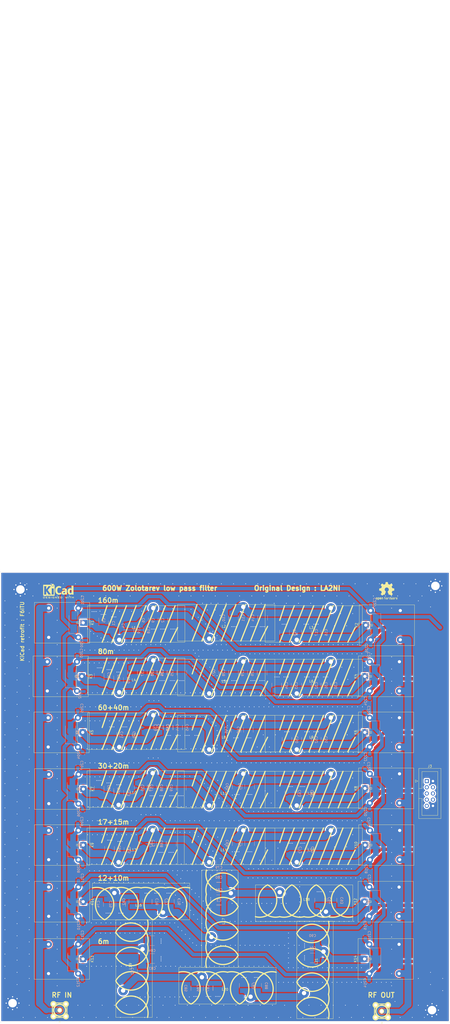
<source format=kicad_pcb>
(kicad_pcb (version 20240108) (generator "pcbnew") (generator_version "8.0")
  (layers (0 "F.Cu" signal) (31 "B.Cu" signal) (34 "B.Paste" user) (35 "F.Paste" user) (36 "B.SilkS" user "B.Silkscreen") (37 "F.SilkS" user "F.Silkscreen") (38 "B.Mask" user) (39 "F.Mask" user) (44 "Edge.Cuts" user))
  (net 0 "")
  (net 1 "Net-(C1-Pad1)")
  (net 2 "GND")
  (net 3 "Net-(C18-Pad2)")
  (net 4 "Net-(C3-Pad1)")
  (net 5 "Net-(C10-Pad1)")
  (net 6 "Net-(C15-Pad1)")
  (net 7 "Net-(C20-Pad1)")
  (net 8 "Net-(C23-Pad1)")
  (net 9 "Net-(C26-Pad1)")
  (net 10 "Net-(C30-Pad1)")
  (net 11 "Net-(C38-Pad2)")
  (net 12 "Net-(C38-Pad1)")
  (net 13 "Net-(C46-Pad1)")
  (net 14 "Net-(C50-Pad1)")
  (net 15 "Net-(C53-Pad1)")
  (net 16 "Net-(C56-Pad1)")
  (net 17 "Net-(C60-Pad1)")
  (net 18 "Net-(C62-Pad1)")
  (net 19 "Net-(C65-Pad1)")
  (net 20 "Net-(C67-Pad1)")
  (net 21 "Net-(C69-Pad1)")
  (net 22 "Net-(C71-Pad1)")
  (net 23 "Net-(C74-Pad1)")
  (net 24 "Net-(C76-Pad1)")
  (net 25 "Net-(C83-Pad1)")
  (net 26 "Net-(C85-Pad1)")
  (net 27 "Net-(C88-Pad1)")
  (net 28 "Net-(C90-Pad1)")
  (net 29 "Net-(C93-Pad1)")
  (net 30 "+12V")
  (net 31 "160m")
  (net 32 "80m")
  (net 33 "30+20m")
  (net 34 "17+15m")
  (net 35 "60+40m")
  (net 36 "12+10m")
  (net 37 "6m")
  (net 38 "RF_IN")
  (net 39 "RF_OUT")
  (footprint "Relay_THT:Relay_SPDT_Omron-G5LE-1" (layer "F.Cu") (at 79 86 -90)
    (property "Reference" "K5")
    (property "Value" "G5LE-1")
  )
  (footprint "Relay_THT:Relay_SPDT_Omron-G5LE-1" (layer "F.Cu") (at 195.05 109 90)
    (property "Reference" "K8")
    (property "Value" "G5LE-1")
  )
  (footprint "T80_60_V:T90_60_V" (layer "F.Cu") (at 174 108)
    (property "Reference" "L12")
    (property "Value" "380n")
  )
  (footprint "Symbol:KiCad-Logo2_5mm_SilkScreen" (layer "F.Cu") (at 69 28)
    (property "Reference" "REF**" (hide yes))
    (property "Value" "KiCad-Logo2_5mm_SilkScreen" (hide yes))
  )
  (footprint "Relay_THT:Relay_SPDT_Omron-G5LE-1" (layer "F.Cu") (at 195 86 90)
    (property "Reference" "K6")
    (property "Value" "G5LE-1")
  )
  (footprint "Relay_THT:Relay_SPDT_Omron-G5LE-1" (layer "F.Cu") (at 79.2 132.25 -90)
    (property "Reference" "K9")
    (property "Value" "G5LE-1")
  )
  (footprint "Relay_THT:Relay_SPDT_Omron-G5LE-1" (layer "F.Cu") (at 79.1275 179 -90)
    (property "Reference" "K13")
    (property "Value" "G5LE-1")
  )
  (footprint "Relay_THT:Relay_SPDT_Omron-G5LE-1" (layer "F.Cu") (at 79.2 41 -90)
    (property "Reference" "K1")
    (property "Value" "G5LE-1")
  )
  (footprint "SMA_PINS:SMA_PINS" (layer "F.Cu") (at 69.5 200.04)
    (property "Reference" "J1")
    (property "Value" "RF_IN" (hide yes))
  )
  (footprint "T80_60_V:T90_60_V" (layer "F.Cu") (at 138 62)
    (property "Reference" "L5")
    (property "Value" "1.01u")
  )
  (footprint "T80_60_V:T90_60_V" (layer "F.Cu") (at 174 131.25)
    (property "Reference" "L15")
    (property "Value" "254n")
  )
  (footprint "T80_60_V:T90_60_V" (layer "F.Cu") (at 100.75 131.25)
    (property "Reference" "L13")
    (property "Value" "200n")
  )
  (footprint "Relay_THT:Relay_SPDT_Omron-G5LE-1" (layer "F.Cu") (at 195.1225 132.25 90)
    (property "Reference" "K10")
    (property "Value" "G5LE-1")
  )
  (footprint "T80_60_V:T90_60_V" (layer "F.Cu") (at 174 40)
    (property "Reference" "L3")
    (property "Value" "2.84uH")
  )
  (footprint "T80_60_V:Large_Air_Coil" (layer "F.Cu") (at 170.026542 157.595 180)
    (property "Reference" "L18")
    (property "Value" "186n")
  )
  (footprint "Symbol:OSHW-Logo2_9.8x8mm_SilkScreen" (layer "F.Cu") (at 204 28)
    (property "Reference" "REF**" (hide yes))
    (property "Value" "OSHW-Logo2_9.8x8mm_SilkScreen" (hide yes))
  )
  (footprint "Relay_THT:Relay_SPDT_Omron-G5LE-1" (layer "F.Cu") (at 78.6275 63 -90)
    (property "Reference" "K3")
    (property "Value" "G5LE-1")
  )
  (footprint "T80_60_V:T90_60_V" (layer "F.Cu") (at 101 84)
    (property "Reference" "L7")
    (property "Value" "600n")
  )
  (footprint "T80_60_V:Large_Air_Coil" (layer "F.Cu") (at 176 183.5 -90)
    (property "Reference" "L21")
    (property "Value" "106n")
  )
  (footprint "T80_60_V:T90_60_V" (layer "F.Cu") (at 138 131.25)
    (property "Reference" "L14")
    (property "Value" "174n")
  )
  (footprint "T80_60_V:Large_Air_Coil" (layer "F.Cu") (at 101.595 182.973458 -90)
    (property "Reference" "L19")
    (property "Value" "83,4n")
  )
  (footprint "T80_60_V:T90_60_V" (layer "F.Cu") (at 138 108)
    (property "Reference" "L11")
    (property "Value" "260n")
  )
  (footprint "T80_60_V:T90_60_V" (layer "F.Cu") (at 101 40)
    (property "Reference" "L1")
    (property "Value" "2.24uH")
  )
  (footprint "Relay_THT:Relay_SPDT_Omron-G5LE-1" (layer "F.Cu") (at 79.2 155.5 -90)
    (property "Reference" "K11")
    (property "Value" "G5LE-1")
  )
  (footprint "MountingHole:MountingHole_3.5mm_Pad_Via" (layer "F.Cu") (at 50.143845 197.143845)
    (property "Reference" "H1" (hide yes))
    (property "Value" "M3" (hide yes))
  )
  (footprint "Relay_THT:Relay_SPDT_Omron-G5LE-1" (layer "F.Cu") (at 195 63 90)
    (property "Reference" "K4")
    (property "Value" "G5LE-1")
  )
  (footprint "T80_60_V:Large_Air_Coil" (layer "F.Cu") (at 102.973458 153.905)
    (property "Reference" "L16")
    (property "Value" "146n")
  )
  (footprint "T80_60_V:T90_60_V" (layer "F.Cu") (at 100.75 107.75)
    (property "Reference" "L10")
    (property "Value" "300n")
  )
  (footprint "MountingHole:MountingHole_3.5mm_Pad_Via" (layer "F.Cu") (at 224 25.875)
    (property "Reference" "H2" (hide yes))
    (property "Value" "M3" (hide yes))
  )
  (footprint "T80_60_V:T90_60_V" (layer "F.Cu") (at 138 85)
    (property "Reference" "L8")
    (property "Value" "520n")
  )
  (footprint "T80_60_V:Large_Air_Coil" (layer "F.Cu") (at 133.905 162.526542 90)
    (property "Reference" "L17")
    (property "Value" "127n")
  )
  (footprint "Relay_THT:Relay_SPDT_Omron-G5LE-1" (layer "F.Cu") (at 195.3725 42 90)
    (property "Reference" "K2")
    (property "Value" "G5LE-1")
  )
  (footprint "T80_60_V:T90_60_V" (layer "F.Cu") (at 174 62)
    (property "Reference" "L6")
    (property "Value" "1.48u")
  )
  (footprint "MountingHole:MountingHole_3.5mm_Pad_Via" (layer "F.Cu") (at 222.625 200)
    (property "Reference" "H3" (hide yes))
    (property "Value" "M3" (hide yes))
  )
  (footprint "Relay_THT:Relay_SPDT_Omron-G5LE-1" (layer "F.Cu") (at 194.8725 155.5 90)
    (property "Reference" "K12")
    (property "Value" "G5LE-1")
  )
  (footprint "Relay_THT:Relay_SPDT_Omron-G5LE-1" (layer "F.Cu") (at 79.25 109.25 -90)
    (property "Reference" "K7")
    (property "Value" "G5LE-1")
  )
  (footprint "Connector_IDC:IDC-Header_2x05_P2.54mm_Vertical" (layer "F.Cu") (at 220.46 106)
    (property "Reference" "J3")
    (property "Value" "Conn_02x05_Odd_Even")
  )
  (footprint "T80_60_V:T90_60_V" (layer "F.Cu") (at 101 61.5)
    (property "Reference" "L4")
    (property "Value" "41.17u")
  )
  (footprint "MountingHole:MountingHole_3.5mm_Pad_Via" (layer "F.Cu") (at 53.356155 27.356155)
    (property "Reference" "H4" (hide yes))
    (property "Value" "M3" (hide yes))
  )
  (footprint "T80_60_V:T90_60_V" (layer "F.Cu") (at 174 85)
    (property "Reference" "L9")
    (property "Value" "760n")
  )
  (footprint "SMA_PINS:SMA_PINS" (layer "F.Cu") (at 201.96 200.46)
    (property "Reference" "J2")
    (property "Value" "RF_OUT" (hide yes))
  )
  (footprint "T80_60_V:Large_Air_Coil" (layer "F.Cu") (at 138.5 188.5)
    (property "Reference" "L20")
    (property "Value" "72.4n")
  )
  (footprint "Relay_THT:Relay_SPDT_Omron-G5LE-1" (layer "F.Cu") (at 194.8725 179 90)
    (property "Reference" "K14")
    (property "Value" "G5LE-1")
  )
  (footprint "T80_60_V:T90_60_V" (layer "F.Cu") (at 138 39.5)
    (property "Reference" "L2")
    (property "Value" "1.94uH")
  )
  (footprint "ATC_B:ATC_500_HandSoldering" (layer "B.Cu") (at 114.596 155.5 90)
    (property "Reference" "C76")
    (property "Value" "200p")
  )
  (footprint "Diode_SMD:D_SMB_Handsoldering" (layer "B.Cu") (at 75 155.8 90)
    (property "Reference" "D9")
    (property "Value" "SS36")
  )
  (footprint "Diode_SMD:D_SMB_Handsoldering" (layer "B.Cu") (at 75.5 40.7 90)
    (property "Reference" "D1")
    (property "Value" "SS36")
  )
  (footprint "ATC_B:ATC_500_HandSoldering" (layer "B.Cu") (at 94.596 156.5 -90)
    (property "Reference" "C75")
    (property "Value" "25p")
  )
  (footprint "Capacitor_SMD:C_0805_2012Metric_Pad1.18x1.45mm_HandSolder" (layer "B.Cu") (at 77 76.0375 90)
    (property "Reference" "C205")
    (property "Value" "10n")
  )
  (footprint "ATC_B:ATC_500_HandSoldering" (layer "B.Cu") (at 102 44 90)
    (property "Reference" "C18")
    (property "Value" "180p")
  )
  (footprint "ATC_B:ATC_500_HandSoldering" (layer "B.Cu") (at 122 84 -90)
    (property "Reference" "C44")
    (property "Value" "130p")
  )
  (footprint "ATC_B:ATC_500_HandSoldering" (layer "B.Cu") (at 141 61.5 -90)
    (property "Reference" "C28")
    (property "Value" "620p")
  )
  (footprint "ATC_B:ATC_500_HandSoldering" (layer "B.Cu") (at 94 134.25 90)
    (property "Reference" "C65")
    (property "Value" "200p")
  )
  (footprint "ATC_B:ATC_500_HandSoldering" (layer "B.Cu") (at 104.904 84 90)
    (property "Reference" "C39")
    (property "Value" "11p")
  )
  (footprint "ATC_B:ATC_500_HandSoldering" (layer "B.Cu") (at 149 39 -90)
    (property "Reference" "C11")
    (property "Value" "2.7n")
  )
  (footprint "ATC_B:ATC_500_HandSoldering" (layer "B.Cu") (at 175 66.75 90)
    (property "Reference" "C31")
    (property "Value" "200p")
  )
  (footprint "Capacitor_SMD:C_0805_2012Metric_Pad1.18x1.45mm_HandSolder" (layer "B.Cu") (at 195 76.9625 90)
    (property "Reference" "C223")
    (property "Value" "100n")
  )
  (footprint "Diode_SMD:D_SMB_Handsoldering" (layer "B.Cu") (at 75 179.2 90)
    (property "Reference" "D7")
    (property "Value" "SS36")
  )
  (footprint "Capacitor_SMD:C_0805_2012Metric_Pad1.18x1.45mm_HandSolder" (layer "B.Cu") (at 197.4 32.6 90)
    (property "Reference" "C227")
    (property "Value" "100n")
  )
  (footprint "Capacitor_SMD:C_0805_2012Metric_Pad1.18x1.45mm_HandSolder" (layer "B.Cu") (at 197.4 51.4 -90)
    (property "Reference" "C226")
    (property "Value" "10n")
  )
  (footprint "ATC_B:ATC_500_HandSoldering" (layer "B.Cu") (at 175 45 90)
    (property "Reference" "C16")
    (property "Value" "130p")
  )
  (footprint "ATC_B:ATC_500_HandSoldering" (layer "B.Cu") (at 102.25 108.75 90)
    (property "Reference" "C64")
    (property "Value" "100p")
  )
  (footprint "ATC_B:ATC_500_HandSoldering" (layer "B.Cu") (at 125.5 191 -90)
    (property "Reference" "C85")
    (property "Value" "130p")
  )
  (footprint "ATC_B:ATC_500_HandSoldering" (layer "B.Cu") (at 175 89 90)
    (property "Reference" "C51")
    (property "Value" "130p")
  )
  (footprint "Capacitor_SMD:C_0805_2012Metric_Pad1.18x1.45mm_HandSolder" (layer "B.Cu") (at 197 96 -90)
    (property "Reference" "C222")
    (property "Value" "10n")
  )
  (footprint "Diode_SMD:D_SMB_Handsoldering" (layer "B.Cu") (at 199.5 132.25 -90)
    (property "Reference" "D10")
    (property "Value" "SS36")
  )
  (footprint "ATC_B:ATC_500_HandSoldering" (layer "B.Cu") (at 145.404 190 90)
    (property "Reference" "C89")
    (property "Value" "130p")
  )
  (footprint "ATC_B:ATC_500_HandSoldering" (layer "B.Cu") (at 171 66.75 90)
    (property "Reference" "C32")
    (property "Value" "200p")
  )
  (footprint "ATC_B:ATC_500_HandSoldering" (layer "B.Cu") (at 176.404 155 90)
    (property "Reference" "C94")
    (property "Value" "7p")
  )
  (footprint "ATC_B:ATC_500_HandSoldering" (layer "B.Cu") (at 100 155.5 -90)
    (property "Reference" "C82")
    (property "Value" "52p")
  )
  (footprint "ATC_B:ATC_500_HandSoldering" (layer "B.Cu") (at 89.5 156.5 -90)
    (property "Reference" "C74")
    (property "Value" "130p")
  )
  (footprint "Capacitor_SMD:C_0805_2012Metric_Pad1.18x1.45mm_HandSolder" (layer "B.Cu") (at 77.25 31.75 90)
    (property "Reference" "C201")
    (property "Value" "10n")
  )
  (footprint "Capacitor_SMD:C_0805_2012Metric_Pad1.18x1.45mm_HandSolder" (layer "B.Cu") (at 197 118.5 -90)
    (property "Reference" "C220")
    (property "Value" "10n")
  )
  (footprint "Diode_SMD:D_SMB_Handsoldering" (layer "B.Cu") (at 199 63 -90)
    (property "Reference" "D13")
    (property "Value" "SS36")
  )
  (footprint "Diode_SMD:D_SMB_Handsoldering" (layer "B.Cu") (at 199 86 -90)
    (property "Reference" "D12")
    (property "Value" "SS36")
  )
  (footprint "Capacitor_SMD:C_0805_2012Metric_Pad1.18x1.45mm_HandSolder" (layer "B.Cu") (at 78.8 188.6 -90)
    (property "Reference" "C212")
    (property "Value" "100n")
  )
  (footprint "ATC_B:ATC_500_HandSoldering" (layer "B.Cu") (at 107.5 171.5)
    (property "Reference" "C84")
    (property "Value" "20p")
  )
  (footprint "ATC_B:ATC_500_HandSoldering" (layer "B.Cu") (at 173.5 173.5 180)
    (property "Reference" "C90")
    (property "Value" "68p")
  )
  (footprint "Capacitor_SMD:C_0805_2012Metric_Pad1.18x1.45mm_HandSolder" (layer "B.Cu") (at 79 165.2 -90)
    (property "Reference" "C210")
    (property "Value" "100n")
  )
  (footprint "ATC_B:ATC_500_HandSoldering" (layer "B.Cu") (at 112 40 -90)
    (property "Reference" "C9")
    (property "Value" "40p")
  )
  (footprint "ATC_B:ATC_500_HandSoldering" (layer "B.Cu") (at 96.096 87 90)
    (property "Reference" "C40")
    (property "Value" "620p")
  )
  (footprint "ATC_B:ATC_500_HandSoldering" (layer "B.Cu") (at 110 84 90)
    (property "Reference" "C38")
    (property "Value" "200p")
  )
  (footprint "ATC_B:ATC_500_HandSoldering" (layer "B.Cu") (at 115.75 61.5 -90)
    (property "Reference" "C24")
    (property "Value" "1n")
  )
  (footprint "ATC_B:ATC_500_HandSoldering" (layer "B.Cu") (at 137 61.5 -90)
    (property "Reference" "C27")
    (property "Value" "1n")
  )
  (footprint "ATC_B:ATC_500_HandSoldering" (layer "B.Cu") (at 83.6 40 90)
    (property "Reference" "C5")
    (property "Value" "33p")
  )
  (footprint "Capacitor_SMD:C_0805_2012Metric_Pad1.18x1.45mm_HandSolder" (layer "B.Cu") (at 77 99.5 90)
    (property "Reference" "C207")
    (property "Value" "10n")
  )
  (footprint "ATC_B:ATC_500_HandSoldering" (layer "B.Cu") (at 126 84 -90)
    (property "Reference" "C45")
    (property "Value" "130p")
  )
  (footprint "Capacitor_SMD:C_0805_2012Metric_Pad1.18x1.45mm_HandSolder" (layer "B.Cu") (at 195 54.94 90)
    (property "Reference" "C225")
    (property "Value" "100n")
  )
  (footprint "ATC_B:ATC_500_HandSoldering" (layer "B.Cu") (at 98 44 90)
    (property "Reference" "C19")
    (property "Value" "620p")
  )
  (footprint "Capacitor_SMD:C_0805_2012Metric_Pad1.18x1.45mm_HandSolder" (layer "B.Cu") (at 79 95.0375 -90)
    (property "Reference" "C204")
    (property "Value" "100n")
  )
  (footprint "ATC_B:ATC_500_HandSoldering" (layer "B.Cu") (at 93.75 64.5 90)
    (property "Reference" "C20")
    (property "Value" "1n")
  )
  (footprint "ATC_B:ATC_500_HandSoldering" (layer "B.Cu") (at 109.5 155.5 90)
    (property "Reference" "C77")
    (property "Value" "200p")
  )
  (footprint "ATC_B:ATC_500_HandSoldering" (layer "B.Cu") (at 118 84 -90)
    (property "Reference" "C43")
    (property "Value" "680p")
  )
  (footprint "Capacitor_SMD:C_0805_2012Metric_Pad1.18x1.45mm_HandSolder" (layer "B.Cu") (at 195 100 90)
    (property "Reference" "C221")
    (property "Value" "100n")
  )
  (footprint "ATC_B:ATC_500_HandSoldering" (layer "B.Cu") (at 119.75 61.5 -90)
    (property "Reference" "C25")
    (property "Value" "68p")
  )
  (footprint "ATC_B:ATC_500_HandSoldering" (layer "B.Cu") (at 111.654 61.5 -90)
    (property "Reference" "C23")
    (property "Value" "2.7n")
  )
  (footprint "ATC_B:ATC_500_HandSoldering" (layer "B.Cu") (at 153 39 -90)
    (property "Reference" "C14")
    (property "Value" "40p")
  )
  (footprint "ATC_B:ATC_500_HandSoldering" (layer "B.Cu") (at 115.5 108.75 -90)
    (property "Reference" "C58")
    (property "Value" "130p")
  )
  (footprint "ATC_B:ATC_500_HandSoldering" (layer "B.Cu") (at 147.596 131.5 -90)
    (property "Reference" "C70")
    (property "Value" "68p")
  )
  (footprint "ATC_B:ATC_500_HandSoldering" (layer "B.Cu") (at 142 85 -90)
    (property "Reference" "C46")
    (property "Value" "2.2n")
  )
  (footprint "ATC_B:ATC_500_HandSoldering" (layer "B.Cu") (at 173.5 178.596 180)
    (property "Reference" "C91")
    (property "Value" "38p")
  )
  (footprint "ATC_B:ATC_500_HandSoldering" (layer "B.Cu") (at 107.5 108.75 -90)
    (property "Reference" "C56")
    (property "Value" "680p")
  )
  (footprint "ATC_B:ATC_500_HandSoldering" (layer "B.Cu") (at 163 89 90)
    (property "Reference" "C50")
    (property "Value" "620p")
  )
  (footprint "Capacitor_SMD:C_0805_2012Metric_Pad1.18x1.45mm_HandSolder" (layer "B.Cu") (at 79 118.75 -90)
    (property "Reference" "C206")
    (property "Value" "100n")
  )
  (footprint "ATC_B:ATC_500_HandSoldering" (layer "B.Cu") (at 115.5 131.75 -90)
    (property "Reference" "C68")
    (property "Value" "29p")
  )
  (footprint "ATC_B:ATC_500_HandSoldering" (layer "B.Cu") (at 99.5 61.5 90)
    (property "Reference" "C37")
    (property "Value" "12p")
  )
  (footprint "ATC_B:ATC_500_HandSoldering" (layer "B.Cu") (at 116 40 -90)
    (property "Reference" "C2")
    (property "Value" "1n")
  )
  (footprint "ATC_B:ATC_500_HandSoldering" (layer "B.Cu") (at 150.5 190 90)
    (property "Reference" "C88")
    (property "Value" "180p")
  )
  (footprint "ATC_B:ATC_500_HandSoldering" (layer "B.Cu") (at 169.5 134.25 90)
    (property "Reference" "C71")
    (property "Value" "130p")
  )
  (footprint "ATC_B:ATC_500_HandSoldering" (layer "B.Cu") (at 103.5 61.5 90)
    (property "Reference" "C36")
    (property "Value" "200p")
  )
  (footprint "ATC_B:ATC_500_HandSoldering" (layer "B.Cu") (at 130.596 191 -90)
    (property "Reference" "C86")
    (property "Value" "130p")
  )
  (footprint "ATC_B:ATC_500_HandSoldering" (layer "B.Cu") (at 135 159 180)
    (property "Reference" "C3")
    (property "Value" "33p")
  )
  (footprint "ATC_B:ATC_500_HandSoldering" (layer "B.Cu") (at 107.602 178.823)
    (property "Reference" "C83")
    (property "Value" "68p")
  )
  (footprint "ATC_B:ATC_500_HandSoldering" (layer "B.Cu") (at 135 149.596 180)
    (property "Reference" "C80")
    (property "Value" "200p")
  )
  (footprint "ATC_B:ATC_500_HandSoldering" (layer "B.Cu") (at 93.846 110.75 90)
    (property "Reference" "C53")
    (property "Value" "180p")
  )
  (footprint "Capacitor_SMD:C_0805_2012Metric_Pad1.18x1.45mm_HandSolder" (layer "B.Cu") (at 196.8 165.2 -90)
    (property "Reference" "C216")
    (property "Value" "10n")
  )
  (footprint "Capacitor_SMD:C_0805_2012Metric_Pad1.18x1.45mm_HandSolder" (layer "B.Cu") (at 196.8 188.8 -90)
    (property "Reference" "C214")
    (property "Value" "10n")
  )
  (footprint "ATC_B:ATC_500_HandSoldering" (layer "B.Cu") (at 85.75 109 90)
    (property "Reference" "C55")
    (property "Value" "6p")
  )
  (footprint "ATC_B:ATC_500_HandSoldering" (layer "B.Cu") (at 181.5 155 90)
    (property "Reference" "C93")
    (property "Value" "180p")
  )
  (footprint "ATC_B:ATC_500_HandSoldering" (layer "B.Cu") (at 105.5 155.5 90)
    (property "Reference" "C78")
    (property "Value" "68p")
  )
  (footprint "ATC_B:ATC_500_HandSoldering" (layer "B.Cu") (at 91.6 42.2 90)
    (property "Reference" "C4")
    (property "Value" "130p")
  )
  (footprint "Diode_SMD:D_SMB_Handsoldering" (layer "B.Cu") (at 199.2 155.6 -90)
    (property "Reference" "D6")
    (property "Value" "SS36")
  )
  (footprint "ATC_B:ATC_500_HandSoldering" (layer "B.Cu") (at 142.5 131.5 -90)
    (property "Reference" "C69")
    (property "Value" "680p")
  )
  (footprint "ATC_B:ATC_500_HandSoldering" (layer "B.Cu") (at 147.596 108.25 -90)
    (property "Reference" "C61")
    (property "Value" "120p")
  )
  (footprint "ATC_B:ATC_500_HandSoldering" (layer "B.Cu") (at 104 131.5 90)
    (property "Reference" "C73")
    (property "Value" "68p")
  )
  (footprint "ATC_B:ATC_500_HandSoldering" (layer "B.Cu") (at 111.25 131.75 -90)
    (property "Reference" "C67")
    (property "Value" "620p")
  )
  (footprint "Capacitor_SMD:C_0805_2012Metric_Pad1.18x1.45mm_HandSolder" (layer "B.Cu") (at 197.25 142 -90)
    (property "Reference" "C218")
    (property "Value" "10n")
  )
  (footprint "Capacitor_SMD:C_0805_2012Metric_Pad1.18x1.45mm_HandSolder" (layer "B.Cu") (at 195.2 169.4 90)
    (property "Reference" "C215")
    (property "Value" "100n")
  )
  (footprint "Capacitor_SMD:C_0805_2012Metric_Pad1.18x1.45mm_HandSolder" (layer "B.Cu") (at 76.75 53.4625 90)
    (property "Reference" "C203")
    (property "Value" "10n")
  )
  (footprint "ATC_B:ATC_500_HandSoldering" (layer "B.Cu") (at 119.5 108.75 -90)
    (property "Reference" "C59")
    (property "Value" "29p")
  )
  (footprint "ATC_B:ATC_500_HandSoldering" (layer "B.Cu") (at 158.75 66.75 90)
    (property "Reference" "C34")
    (property "Value" "22p")
  )
  (footprint "ATC_B:ATC_500_HandSoldering" (layer "B.Cu") (at 107.5 61.5 90)
    (property "Reference" "C35")
    (property "Value" "200p")
  )
  (footprint "Diode_SMD:D_SMB_Handsoldering" (layer "B.Cu") (at 74 63 90)
    (property "Reference" "D2")
    (property "Value" "SS36")
  )
  (footprint "Capacitor_SMD:C_0805_2012Metric_Pad1.18x1.45mm_HandSolder" (layer "B.Cu") (at 77.2 169.2 90)
    (property "Reference" "C213")
    (property "Value" "10n")
  )
  (footprint "ATC_B:ATC_500_HandSoldering" (layer "B.Cu") (at 162.75 66.75 90)
    (property "Reference" "C33")
    (property "Value" "68p")
  )
  (footprint "ATC_B:ATC_500_HandSoldering" (layer "B.Cu") (at 89.75 110 90)
    (property "Reference" "C54")
    (property "Value" "130p")
  )
  (footprint "Diode_SMD:D_SMB_Handsoldering" (layer "B.Cu") (at 199.4 42 -90)
    (property "Reference" "D14")
    (property "Value" "SS36")
  )
  (footprint "ATC_B:ATC_500_HandSoldering" (layer "B.Cu") (at 164.154 111 90)
    (property "Reference" "C63")
    (property "Value" "180p")
  )
  (footprint "ATC_B:ATC_500_HandSoldering" (layer "B.Cu") (at 171 89 90)
    (property "Reference" "C52")
    (property "Value" "10p")
  )
  (footprint "Capacitor_SMD:C_0805_2012Metric_Pad1.18x1.45mm_HandSolder" (layer "B.Cu") (at 195 122.75 90)
    (property "Reference" "C219")
    (property "Value" "100n")
  )
  (footprint "ATC_B:ATC_500_HandSoldering" (layer "B.Cu") (at 148.75 61.5 -90)
    (property "Reference" "C29")
    (property "Value" "20p")
  )
  (footprint "Diode_SMD:D_SMB_Handsoldering" (layer "B.Cu") (at 199.5 109 -90)
    (property "Reference" "D11")
    (property "Value" "SS36")
  )
  (footprint "ATC_B:ATC_500_HandSoldering" (layer "B.Cu") (at 87.6 41.2 90)
    (property "Reference" "C1")
    (property "Value" "2.2n")
  )
  (footprint "Capacitor_SMD:C_0805_2012Metric_Pad1.18x1.45mm_HandSolder" (layer "B.Cu") (at 79 141.75 -90)
    (property "Reference" "C208")
    (property "Value" "100n")
  )
  (footprint "ATC_B:ATC_500_HandSoldering" (layer "B.Cu") (at 90 133.75 90)
    (property "Reference" "C66")
    (property "Value" "12p")
  )
  (footprint "ATC_B:ATC_500_HandSoldering" (layer "B.Cu") (at 142.5 108.25 -90)
    (property "Reference" "C60")
    (property "Value" "1n")
  )
  (footprint "ATC_B:ATC_500_HandSoldering" (layer "B.Cu") (at 134.5 191 -90)
    (property "Reference" "C87")
    (property "Value" "10p")
  )
  (footprint "Capacitor_SMD:C_0805_2012Metric_Pad1.18x1.45mm_HandSolder" (layer "B.Cu") (at 195.2 146.2 90)
    (property "Reference" "C217")
    (property "Value" "100n")
  )
  (footprint "ATC_B:ATC_500_HandSoldering" (layer "B.Cu") (at 89.75 63.75 90)
    (property "Reference" "C21")
    (property "Value" "200p")
  )
  (footprint "Capacitor_SMD:C_0805_2012Metric_Pad1.18x1.45mm_HandSolder" (layer "B.Cu") (at 77.2 145.8 90)
    (property "Reference" "C211")
    (property "Value" "10n")
  )
  (footprint "ATC_B:ATC_500_HandSoldering" (layer "B.Cu") (at 162 45 90)
    (property "Reference" "C15")
    (property "Value" "2.7n")
  )
  (footprint "ATC_B:ATC_500_HandSoldering" (layer "B.Cu") (at 85.75 62.75 90)
    (property "Reference" "C22")
    (property "Value" "30p")
  )
  (footprint "ATC_B:ATC_500_HandSoldering" (layer "B.Cu") (at 152.75 61.5 -90)
    (property "Reference" "C26")
    (property "Value" "2.7n")
  )
  (footprint "ATC_B:ATC_500_HandSoldering" (layer "B.Cu") (at 111.5 108.75 -90)
    (property "Reference" "C57")
    (property "Value" "130p")
  )
  (footprint "Diode_SMD:D_SMB_Handsoldering" (layer "B.Cu") (at 75 132.25 90)
    (property "Reference" "D5")
    (property "Value" "SS36")
  )
  (footprint "Diode_SMD:D_SMB_Handsoldering" (layer "B.Cu") (at 199.4 179.2 -90)
    (property "Reference" "D8")
    (property "Value" "SS36")
  )
  (footprint "Diode_SMD:D_SMB_Handsoldering" (layer "B.Cu") (at 74.75 109.25 90)
    (property "Reference" "D4")
    (property "Value" "SS36")
  )
  (footprint "ATC_B:ATC_500_HandSoldering" (layer "B.Cu") (at 164.404 134.25 90)
    (property "Reference" "C72")
    (property "Value" "130p")
  )
  (footprint "Diode_SMD:D_SMB_Handsoldering" (layer "B.Cu") (at 74 86 90)
    (property "Reference" "D3")
    (property "Value" "SS36")
  )
  (footprint "ATC_B:ATC_500_HandSoldering" (layer "B.Cu") (at 179 66.75 90)
    (property "Reference" "C30")
    (property "Value" "1n")
  )
  (footprint "ATC_B:ATC_500_HandSoldering" (layer "B.Cu") (at 171 45 90)
    (property "Reference" "C17")
    (property "Value" "20p")
  )
  (footprint "ATC_B:ATC_500_HandSoldering" (layer "B.Cu") (at 141 39 -90)
    (property "Reference" "C10")
    (property "Value" "5.6n")
  )
  (footprint "Capacitor_SMD:C_0805_2012Metric_Pad1.18x1.45mm_HandSolder" (layer "B.Cu") (at 197 73.0375 -90)
    (property "Reference" "C224")
    (property "Value" "10n")
  )
  (footprint "Capacitor_SMD:C_0805_2012Metric_Pad1.18x1.45mm_HandSolder" (layer "B.Cu") (at 80.25 49.25 -90)
    (property "Reference" "C200")
    (property "Value" "100n")
  )
  (footprint "Capacitor_SMD:C_0805_2012Metric_Pad1.18x1.45mm_HandSolder" (layer "B.Cu") (at 77 122.5 90)
    (property "Reference" "C209")
    (property "Value" "10n")
  )
  (footprint "ATC_B:ATC_500_HandSoldering" (layer "B.Cu") (at 147.096 85 -90)
    (property "Reference" "C49")
    (property "Value" "30p")
  )
  (footprint "ATC_B:ATC_500_HandSoldering" (layer "B.Cu") (at 114.25 84 -90)
    (property "Reference" "C42")
    (property "Value" "1n")
  )
  (footprint "ATC_B:ATC_500_HandSoldering" (layer "B.Cu") (at 91 87 90)
    (property "Reference" "C41")
    (property "Value" "13p")
  )
  (footprint "ATC_B:ATC_500_HandSoldering" (layer "B.Cu") (at 108 40 -90)
    (property "Reference" "C6")
    (property "Value" "6.2n")
  )
  (footprint "ATC_B:ATC_500_HandSoldering" (layer "B.Cu") (at 135 145.5 180)
    (property "Reference" "C79")
    (property "Value" "200p")
  )
  (footprint "ATC_B:ATC_500_HandSoldering" (layer "B.Cu") (at 169.25 111 90)
    (property "Reference" "C62")
    (property "Value" "200p")
  )
  (footprint "ATC_B:ATC_500_HandSoldering" (layer "B.Cu") (at 135 154.692 180)
    (property "Reference" "C81")
    (property "Value" "130p")
  )
  (footprint "Capacitor_SMD:C_0805_2012Metric_Pad1.18x1.45mm_HandSolder" (layer "B.Cu") (at 79.5 70.25 -90)
    (property "Reference" "C202")
    (property "Value" "100n")
  )
  (footprint "ATC_B:ATC_500_HandSoldering" (layer "B.Cu") (at 103.5 184 -90)
    (property "Reference" "C92")
    (property "Value" "22p")
  )
  (gr_rect (start 45 20) (end 230 205) (stroke (width 0.05)) (fill none) (layer "Edge.Cuts"))
  (gr_text "600W Zolotarev low pass filter          Original Design : LA2NI" (at 136 28 0) (layer "F.SilkS") (effects (font (size 2 2) (thickness 0.5) (bold yes)) (justify bottom)))
  (gr_text "RF IN" (at 66 195 0) (layer "F.SilkS") (effects (font (size 2 2) (thickness 0.4) (bold yes)) (justify left bottom)))
  (gr_text "KiCad retrofit : F6ITU" (at 55 57 90) (layer "F.SilkS") (effects (font (size 1.5 1.5) (thickness 0.3) (bold yes)) (justify left bottom)))
  (gr_text "12+10m" (at 85 147 0) (layer "F.SilkS") (effects (font (size 2 2) (thickness 0.4) (bold yes)) (justify left bottom)))
  (gr_text "6m" (at 85 173 0) (layer "F.SilkS") (effects (font (size 2 2) (thickness 0.4) (bold yes)) (justify left bottom)))
  (gr_text "RF OUT\n" (at 196 195 0) (layer "F.SilkS") (effects (font (size 2 2) (thickness 0.4) (bold yes)) (justify left bottom)))
  (gr_text "30+20m\n" (at 85 101 0) (layer "F.SilkS") (effects (font (size 2 2) (thickness 0.4) (bold yes)) (justify left bottom)))
  (gr_text "60+40m\n" (at 85 77 0) (layer "F.SilkS") (effects (font (size 2 2) (thickness 0.4) (bold yes)) (justify left bottom)))
  (gr_text "80m\n" (at 85 54 0) (layer "F.SilkS") (effects (font (size 2 2) (thickness 0.4) (bold yes)) (justify left bottom)))
  (gr_text "17+15m" (at 85 124 0) (layer "F.SilkS") (effects (font (size 2 2) (thickness 0.4) (bold yes)) (justify left bottom)))
  (gr_text "160m\n" (at 85 33 0) (layer "F.SilkS") (effects (font (size 2 2) (thickness 0.4) (bold yes)) (justify left bottom)))
  (segment (start 88.6 44.2) (end 87.6 43.2) (width 2.5) (layer "B.Cu") (net 1))
  (segment (start 79.2 41) (end 82.6 41) (width 2.5) (layer "B.Cu") (net 1))
  (segment (start 102 46) (end 98 46) (width 2.5) (layer "B.Cu") (net 1))
  (segment (start 87.6 43.2) (end 84.8 43.2) (width 2.5) (layer "B.Cu") (net 1))
  (segment (start 91.6 44.2) (end 88.6 44.2) (width 2.5) (layer "B.Cu") (net 1))
  (segment (start 91.6 45.6) (end 94 48) (width 2.5) (layer "B.Cu") (net 1))
  (segment (start 84.8 43.2) (end 83.6 42) (width 2.5) (layer "B.Cu") (net 1))
  (segment (start 96 46) (end 94 48) (width 2.5) (layer "B.Cu") (net 1))
  (segment (start 98 46) (end 96 46) (width 2.5) (layer "B.Cu") (net 1))
  (segment (start 91.6 44.2) (end 91.6 45.6) (width 2.5) (layer "B.Cu") (net 1))
  (segment (start 82.6 41) (end 83.6 42) (width 2.5) (layer "B.Cu") (net 1))
  (via (at 52 189.5) (size 0.6) (drill 0.3) (layers "F.Cu" "B.Cu") (net 2))
  (via (at 150.4 156.2) (size 0.6) (drill 0.3) (layers "F.Cu" "B.Cu") (net 2))
  (via (at 170.25 98.5) (size 0.6) (drill 0.3) (layers "F.Cu" "B.Cu") (net 2))
  (via (at 86 104.25) (size 0.6) (drill 0.3) (layers "F.Cu" "B.Cu") (net 2))
  (via (at 127.5 98.5) (size 0.6) (drill 0.3) (layers "F.Cu" "B.Cu") (net 2))
  (via (at 103 119.75) (size 0.6) (drill 0.3) (layers "F.Cu" "B.Cu") (net 2))
  (via (at 159.75 53.75) (size 0.6) (drill 0.3) (layers "F.Cu" "B.Cu") (net 2))
  (via (at 184.25 94.25) (size 0.6) (drill 0.3) (layers "F.Cu" "B.Cu") (net 2))
  (via (at 83.25 116.5) (size 0.6) (drill 0.3) (layers "F.Cu" "B.Cu") (net 2))
  (via (at 52 39.5) (size 0.6) (drill 0.3) (layers "F.Cu" "B.Cu") (net 2))
  (via (at 165.6 182.6) (size 0.6) (drill 0.3) (layers "F.Cu" "B.Cu") (net 2))
  (via (at 175.2 41.6) (size 0.6) (drill 0.3) (layers "F.Cu" "B.Cu") (net 2))
  (via (at 115 127) (size 0.6) (drill 0.3) (layers "F.Cu" "B.Cu") (net 2))
  (via (at 187.55 188.6) (size 0.6) (drill 0.3) (layers "F.Cu" "B.Cu") (net 2))
  (via (at 160.2 163.6) (size 0.6) (drill 0.3) (layers "F.Cu" "B.Cu") (net 2))
  (via (at 158 50) (size 0.6) (drill 0.3) (layers "F.Cu" "B.Cu") (net 2))
  (via (at 126.5 128.75) (size 0.6) (drill 0.3) (layers "F.Cu" "B.Cu") (net 2))
  (via (at 52 64.5) (size 0.6) (drill 0.3) (layers "F.Cu" "B.Cu") (net 2))
  (via (at 171.2 41.6) (size 0.6) (drill 0.3) (layers "F.Cu" "B.Cu") (net 2))
  (via (at 206 120) (size 0.6) (drill 0.3) (layers "F.Cu" "B.Cu") (net 2))
  (via (at 141.6 163.6) (size 0.6) (drill 0.3) (layers "F.Cu" "B.Cu") (net 2))
  (via (at 99.5 203) (size 0.6) (drill 0.3) (layers "F.Cu" "B.Cu") (net 2))
  (via (at 202 198) (size 0.6) (drill 0.3) (layers "F.Cu" "B.Cu") (net 2))
  (via (at 111.25 92.75) (size 0.6) (drill 0.3) (layers "F.Cu" "B.Cu") (net 2))
  (via (at 182.25 94.25) (size 0.6) (drill 0.3) (layers "F.Cu" "B.Cu") (net 2))
  (via (at 90.8 60.25) (size 0.6) (drill 0.3) (layers "F.Cu" "B.Cu") (net 2))
  (via (at 171.4 63.25) (size 0.6) (drill 0.3) (layers "F.Cu" "B.Cu") (net 2))
  (via (at 131 43) (size 0.6) (drill 0.3) (layers "F.Cu" "B.Cu") (net 2))
  (via (at 134.25 89.25) (size 0.6) (drill 0.3) (layers "F.Cu" "B.Cu") (net 2))
  (via (at 148.5 111.5) (size 0.6) (drill 0.3) (layers "F.Cu" "B.Cu") (net 2))
  (via (at 88 52.25) (size 0.6) (drill 0.3) (layers "F.Cu" "B.Cu") (net 2))
  (via (at 119.05 112) (size 0.6) (drill 0.3) (layers "F.Cu" "B.Cu") (net 2))
  (via (at 84.75 92.75) (size 0.6) (drill 0.3) (layers "F.Cu" "B.Cu") (net 2))
  (via (at 144.5 203) (size 0.6) (drill 0.3) (layers "F.Cu" "B.Cu") (net 2))
  (via (at 118.75 64.75) (size 0.6) (drill 0.3) (layers "F.Cu" "B.Cu") (net 2))
  (via (at 187.5 142) (size 0.6) (drill 0.3) (layers "F.Cu" "B.Cu") (net 2))
  (via (at 57 162) (size 0.6) (drill 0.3) (layers "F.Cu" "B.Cu") (net 2))
  (via (at 140.25 64.75) (size 0.6) (drill 0.3) (layers "F.Cu" "B.Cu") (net 2))
  (via (at 86 98.5) (size 0.6) (drill 0.3) (layers "F.Cu" "B.Cu") (net 2))
  (via (at 183 64.25) (size 0.6) (drill 0.3) (layers "F.Cu" "B.Cu") (net 2))
  (via (at 138.75 95.75) (size 0.6) (drill 0.3) (layers "F.Cu" "B.Cu") (net 2))
  (via (at 159.5 75.5) (size 0.6) (drill 0.3) (layers "F.Cu" "B.Cu") (net 2))
  (via (at 83 128) (size 0.6) (drill 0.3) (layers "F.Cu" "B.Cu") (net 2))
  (via (at 68.5 60) (size 0.6) (drill 0.3) (layers "F.Cu" "B.Cu") (net 2))
  (via (at 164.25 94.25) (size 0.6) (drill 0.3) (layers "F.Cu" "B.Cu") (net 2))
  (via (at 88.35 168.4) (size 0.6) (drill 0.3) (layers "F.Cu" "B.Cu") (net 2))
  (via (at 192.25 94.25) (size 0.6) (drill 0.3) (layers "F.Cu" "B.Cu") (net 2))
  (via (at 147 145.75) (size 0.6) (drill 0.3) (layers "F.Cu" "B.Cu") (net 2))
  (via (at 94 52.25) (size 0.6) (drill 0.3) (layers "F.Cu" "B.Cu") (net 2))
  (via (at 111.2 170.8) (size 0.6) (drill 0.3) (layers "F.Cu" "B.Cu") (net 2))
  (via (at 173.5 75.5) (size 0.6) (drill 0.3) (layers "F.Cu" "B.Cu") (net 2))
  (via (at 92 98.5) (size 0.6) (drill 0.3) (layers "F.Cu" "B.Cu") (net 2))
  (via (at 82.25 44.5) (size 0.6) (drill 0.3) (layers "F.Cu" "B.Cu") (net 2))
  (via (at 108.25 73) (size 0.6) (drill 0.3) (layers "F.Cu" "B.Cu") (net 2))
  (via (at 115.25 69.75) (size 0.6) (drill 0.3) (layers "F.Cu" "B.Cu") (net 2))
  (via (at 111.2 178.6) (size 0.6) (drill 0.3) (layers "F.Cu" "B.Cu") (net 2))
  (via (at 175.25 85.75) (size 0.6) (drill 0.3) (layers "F.Cu" "B.Cu") (net 2))
  (via (at 68.5 90) (size 0.6) (drill 0.3) (layers "F.Cu" "B.Cu") (net 2))
  (via (at 154.25 72.25) (size 0.6) (drill 0.3) (layers "F.Cu" "B.Cu") (net 2))
  (via (at 132 198) (size 0.6) (drill 0.3) (layers "F.Cu" "B.Cu") (net 2))
  (via (at 57 92) (size 0.6) (drill 0.3) (layers "F.Cu" "B.Cu") (net 2))
  (via (at 148.4 156.2) (size 0.6) (drill 0.3) (layers "F.Cu" "B.Cu") (net 2))
  (via (at 176.25 94.25) (size 0.6) (drill 0.3) (layers "F.Cu" "B.Cu") (net 2))
  (via (at 68.5 45) (size 0.6) (drill 0.3) (layers "F.Cu" "B.Cu") (net 2))
  (via (at 147.4 182) (size 0.6) (drill 0.3) (layers "F.Cu" "B.Cu") (net 2))
  (via (at 196 25) (size 0.6) (drill 0.3) (layers "F.Cu" "B.Cu") (net 2))
  (via (at 109 50) (size 0.6) (drill 0.3) (layers "F.Cu" "B.Cu") (net 2))
  (via (at 152.4 33.02) (size 0.6) (drill 0.3) (layers "F.Cu" "B.Cu") (net 2))
  (via (at 177.6 182.6) (size 0.6) (drill 0.3) (layers "F.Cu" "B.Cu") (net 2))
  (via (at 116.8 164.2) (size 0.6) (drill 0.3) (layers "F.Cu" "B.Cu") (net 2))
  (via (at 142.05 64.75) (size 0.6) (drill 0.3) (layers "F.Cu" "B.Cu") (net 2))
  (via (at 103 69.75) (size 0.6) (drill 0.3) (layers "F.Cu" "B.Cu") (net 2))
  (via (at 179 145.75) (size 0.6) (drill 0.3) (layers "F.Cu" "B.Cu") (net 2))
  (via (at 57 102) (size 0.6) (drill 0.3) (layers "F.Cu" "B.Cu") (net 2))
  (via (at 98.5 30) (size 0.6) (drill 0.3) (layers "F.Cu" "B.Cu") (net 2))
  (via (at 108.6 152) (size 0.6) (drill 0.3) (layers "F.Cu" "B.Cu") (net 2))
  (via (at 102.6 168.4) (size 0.6) (drill 0.3) (layers "F.Cu" "B.Cu") (net 2))
  (via (at 81 69.75) (size 0.6) (drill 0.3) (layers "F.Cu" "B.Cu") (net 2))
  (via (at 147.75 69.75) (size 0.6) (drill 0.3) (layers "F.Cu" "B.Cu") (net 2))
  (via (at 92.6 38.6) (size 0.6) (drill 0.3) (layers "F.Cu" "B.Cu") (net 2))
  (via (at 141.05 88.25) (size 0.6) (drill 0.3) (layers "F.Cu" "B.Cu") (net 2))
  (via (at 126.75 54.75) (size 0.6) (drill 0.3) (layers "F.Cu" "B.Cu") (net 2))
  (via (at 191 25) (size 0.6) (drill 0.3) (layers "F.Cu" "B.Cu") (net 2))
  (via (at 161.5 75.5) (size 0.6) (drill 0.3) (layers "F.Cu" "B.Cu") (net 2))
  (via (at 186.5 98.5) (size 0.6) (drill 0.3) (layers "F.Cu" "B.Cu") (net 2))
  (via (at 136.25 98.5) (size 0.6) (drill 0.3) (layers "F.Cu" "B.Cu") (net 2))
  (via (at 115.5 98.5) (size 0.6) (drill 0.3) (layers "F.Cu" "B.Cu") (net 2))
  (via (at 185 128) (size 0.6) (drill 0.3) (layers "F.Cu" "B.Cu") (net 2))
  (via (at 151.75 138.5) (size 0.6) (drill 0.3) (layers "F.Cu" "B.Cu") (net 2))
  (via (at 185.6 182.6) (size 0.6) (drill 0.3) (layers "F.Cu" "B.Cu") (net 2))
  (via (at 111.4 135.25) (size 0.6) (drill 0.3) (layers "F.Cu" "B.Cu") (net 2))
  (via (at 86.5 47.25) (size 0.6) (drill 0.3) (layers "F.Cu" "B.Cu") (net 2))
  (via (at 171.5 71.5) (size 0.6) (drill 0.3) (layers "F.Cu" "B.Cu") (net 2))
  (via (at 155.75 173.4) (size 0.6) (drill 0.3) (layers "F.Cu" "B.Cu") (net 2))
  (via (at 99.25 140) (size 0.6) (drill 0.3) (layers "F.Cu" "B.Cu") (net 2))
  (via (at 175.25 118.5) (size 0.6) (drill 0.3) (layers "F.Cu" "B.Cu") (net 2))
  (via (at 177.25 142) (size 0.6) (drill 0.3) (layers "F.Cu" "B.Cu") (net 2))
  (via (at 131 194.4) (size 0.6) (drill 0.3) (layers "F.Cu" "B.Cu") (net 2))
  (via (at 157.25 142) (size 0.6) (drill 0.3) (layers "F.Cu" "B.Cu") (net 2))
  (via (at 91.75 57.5) (size 0.6) (drill 0.3) (layers "F.Cu" "B.Cu") (net 2))
  (via (at 211 25) (size 0.6) (drill 0.3) (layers "F.Cu" "B.Cu") (net 2))
  (via (at 83 122.25) (size 0.6) (drill 0.3) (layers "F.Cu" "B.Cu") (net 2))
  (via (at 129.75 57.75) (size 0.6) (drill 0.3) (layers "F.Cu" "B.Cu") (net 2))
  (via (at 163.6 180.6) (size 0.6) (drill 0.3) (layers "F.Cu" "B.Cu") (net 2))
  (via (at 180.6 151.4) (size 0.6) (drill 0.3) (layers "F.Cu" "B.Cu") (net 2))
  (via (at 119.25 79.5) (size 0.6) (drill 0.3) (layers "F.Cu" "B.Cu") (net 2))
  (via (at 83.75 57.5) (size 0.6) (drill 0.3) (layers "F.Cu" "B.Cu") (net 2))
  (via (at 121.25 79.5) (size 0.6) (drill 0.3) (layers "F.Cu" "B.Cu") (net 2))
  (via (at 131.6 144.6) (size 0.6) (drill 0.3) (layers "F.Cu" "B.Cu") (net 2))
  (via (at 89.8 147.6) (size 0.6) (drill 0.3) (layers "F.Cu" "B.Cu") (net 2))
  (via (at 52 99.5) (size 0.6) (drill 0.3) (layers "F.Cu" "B.Cu") (net 2))
  (via (at 134.25 85.25) (size 0.6) (drill 0.3) (layers "F.Cu" "B.Cu") (net 2))
  (via (at 206 195) (size 0.6) (drill 0.3) (layers "F.Cu" "B.Cu") (net 2))
  (via (at 185.5 33.02) (size 0.6) (drill 0.3) (layers "F.Cu" "B.Cu") (net 2))
  (via (at 52 159.5) (size 0.6) (drill 0.3) (layers "F.Cu" "B.Cu") (net 2))
  (via (at 123.8 150.5) (size 0.6) (drill 0.3) (layers "F.Cu" "B.Cu") (net 2))
  (via (at 163.5 122.25) (size 0.6) (drill 0.3) (layers "F.Cu" "B.Cu") (net 2))
  (via (at 92 81.25) (size 0.6) (drill 0.3) (layers "F.Cu" "B.Cu") (net 2))
  (via (at 136 50) (size 0.6) (drill 0.3) (layers "F.Cu" "B.Cu") (net 2))
  (via (at 157.25 118.5) (size 0.6) (drill 0.3) (layers "F.Cu" "B.Cu") (net 2))
  (via (at 169.5 75.5) (size 0.6) (drill 0.3) (layers "F.Cu" "B.Cu") (net 2))
  (via (at 127.5 116.5) (size 0.6) (drill 0.3) (layers "F.Cu" "B.Cu") (net 2))
  (via (at 136.5 114.5) (size 0.6) (drill 0.3) (layers "F.Cu" "B.Cu") (net 2))
  (via (at 169.6 182.6) (size 0.6) (drill 0.3) (layers "F.Cu" "B.Cu") (net 2))
  (via (at 184.5 203) (size 0.6) (drill 0.3) (layers "F.Cu" "B.Cu") (net 2))
  (via (at 206 115) (size 0.6) (drill 0.3) (layers "F.Cu" "B.Cu") (net 2))
  (via (at 163.6 168.35) (size 0.6) (drill 0.3) (layers "F.Cu" "B.Cu") (net 2))
  (via (at 88 104.25) (size 0.6) (drill 0.3) (layers "F.Cu" "B.Cu") (net 2))
  (via (at 121 127) (size 0.6) (drill 0.3) (layers "F.Cu" "B.Cu") (net 2))
  (via (at 139.6 163.6) (size 0.6) (drill 0.3) (layers "F.Cu" "B.Cu") (net 2))
  (via (at 145.5 75.5) (size 0.6) (drill 0.3) (layers "F.Cu" "B.Cu") (net 2))
  (via (at 174.65 85.75) (size 0.6) (drill 0.3) (layers "F.Cu" "B.Cu") (net 2))
  (via (at 89.8 130.25) (size 0.6) (drill 0.3) (layers "F.Cu" "B.Cu") (net 2))
  (via (at 91 92.75) (size 0.6) (drill 0.3) (layers "F.Cu" "B.Cu") (net 2))
  (via (at 115.65 135.25) (size 0.6) (drill 0.3) (layers "F.Cu" "B.Cu") (net 2))
  (via (at 110.75 64.75) (size 0.6) (drill 0.3) (layers "F.Cu" "B.Cu") (net 2))
  (via (at 139.75 173.4) (size 0.6) (drill 0.3) (layers "F.Cu" "B.Cu") (net 2))
  (via (at 111.2 172) (size 0.6) (drill 0.3) (layers "F.Cu" "B.Cu") (net 2))
  (via (at 133.25 68) (size 0.6) (drill 0.3) (layers "F.Cu" "B.Cu") (net 2))
  (via (at 182.45 163.6) (size 0.6) (drill 0.3) (layers "F.Cu" "B.Cu") (net 2))
  (via (at 99 92.75) (size 0.6) (drill 0.3) (layers "F.Cu" "B.Cu") (net 2))
  (via (at 84.25 75.5) (size 0.6) (drill 0.3) (layers "F.Cu" "B.Cu") (net 2))
  (via (at 171.5 85.75) (size 0.6) (drill 0.3) (layers "F.Cu" "B.Cu") (net 2))
  (via (at 143.25 135) (size 0.6) (drill 0.3) (layers "F.Cu" "B.Cu") (net 2))
  (via (at 117 104) (size 0.6) (drill 0.3) (layers "F.Cu" "B.Cu") (net 2))
  (via (at 185.75 75.5) (size 0.6) (drill 0.3) (layers "F.Cu" "B.Cu") (net 2))
  (via (at 161.75 53.75) (size 0.6) (drill 0.3) (layers "F.Cu" "B.Cu") (net 2))
  (via (at 68.5 110) (size 0.6) (drill 0.3) (layers "F.Cu" "B.Cu") (net 2))
  (via (at 169.5 203) (size 0.6) (drill 0.3) (layers "F.Cu" "B.Cu") (net 2))
  (via (at 151.75 173.4) (size 0.6) (drill 0.3) (layers "F.Cu" "B.Cu") (net 2))
  (via (at 86 81.25) (size 0.6) (drill 0.3) (layers "F.Cu" "B.Cu") (net 2))
  (via (at 114.8 164.2) (size 0.6) (drill 0.3) (layers "F.Cu" "B.Cu") (net 2))
  (via (at 94 142.75) (size 0.6) (drill 0.3) (layers "F.Cu" "B.Cu") (net 2))
  (via (at 98 98.5) (size 0.6) (drill 0.3) (layers "F.Cu" "B.Cu") (net 2))
  (via (at 111.15 182) (size 0.6) (drill 0.3) (layers "F.Cu" "B.Cu") (net 2))
  (via (at 117 198) (size 0.6) (drill 0.3) (layers "F.Cu" "B.Cu") (net 2))
  (via (at 105.2 152) (size 0.6) (drill 0.3) (layers "F.Cu" "B.Cu") (net 2))
  (via (at 147.25 142) (size 0.6) (drill 0.3) (layers "F.Cu" "B.Cu") (net 2))
  (via (at 134.25 92.75) (size 0.6) (drill 0.3) (layers "F.Cu" "B.Cu") (net 2))
  (via (at 124.6 160.8) (size 0.6) (drill 0.3) (layers "F.Cu" "B.Cu") (net 2))
  (via (at 68.5 165) (size 0.6) (drill 0.3) (layers "F.Cu" "B.Cu") (net 2))
  (via (at 172.25 98.5) (size 0.6) (drill 0.3) (layers "F.Cu" "B.Cu") (net 2))
  (via (at 119.5 98.5) (size 0.6) (drill 0.3) (layers "F.Cu" "B.Cu") (net 2))
  (via (at 83.4 36.4) (size 0.6) (drill 0.3) (layers "F.Cu" "B.Cu") (net 2))
  (via (at 208.569239 49.730761) (size 0.6) (drill 0.3) (layers "F.Cu" "B.Cu") (net 2))
  (via (at 120.25 112) (size 0.6) (drill 0.3) (layers "F.Cu" "B.Cu") (net 2))
  (via (at 206 135.3) (size 0.6) (drill 0.3) (layers "F.Cu" "B.Cu") (net 2))
  (via (at 89.2 160.2) (size 0.6) (drill 0.3) (layers "F.Cu" "B.Cu") (net 2))
  (via (at 205.794877 159.861591) (size 0.6) (drill 0.3) (layers "F.Cu" "B.Cu") (net 2))
  (via (at 173.75 53.75) (size 0.6) (drill 0.3) (layers "F.Cu" "B.Cu") (net 2))
  (via (at 83.8 142.8) (size 0.6) (drill 0.3) (layers "F.Cu" "B.Cu") (net 2))
  (via (at 206 65) (size 0.6) (drill 0.3) (layers "F.Cu" "B.Cu") (net 2))
  (via (at 52 114.5) (size 0.6) (drill 0.3) (layers "F.Cu" "B.Cu") (net 2))
  (via (at 163.5 63.25) (size 0.6) (drill 0.3) (layers "F.Cu" "B.Cu") (net 2))
  (via (at 183.5 118.5) (size 0.6) (drill 0.3) (layers "F.Cu" "B.Cu") (net 2))
  (via (at 108 142.75) (size 0.6) (drill 0.3) (layers "F.Cu" "B.Cu") (net 2))
  (via (at 105.25 92.75) (size 0.6) (drill 0.3) (layers "F.Cu" "B.Cu") (net 2))
  (via (at 160 50) (size 0.6) (drill 0.3) (layers "F.Cu" "B.Cu") (net 2))
  (via (at 88.6 160.2) (size 0.6) (drill 0.3) (layers "F.Cu" "B.Cu") (net 2))
  (via (at 140.25 98.5) (size 0.6) (drill 0.3) (layers "F.Cu" "B.Cu") (net 2))
  (via (at 113.25 116.5) (size 0.6) (drill 0.3) (layers "F.Cu" "B.Cu") (net 2))
  (via (at 122.5 52.25) (size 0.6) (drill 0.3) (layers "F.Cu" "B.Cu") (net 2))
  (via (at 155.4 182) (size 0.6) (drill 0.3) (layers "F.Cu" "B.Cu") (net 2))
  (via (at 167 198) (size 0.6) (drill 0.3) (layers "F.Cu" "B.Cu") (net 2))
  (via (at 197 198) (size 0.6) (drill 0.3) (layers "F.Cu" "B.Cu") (net 2))
  (via (at 105.25 69.75) (size 0.6) (drill 0.3) (layers "F.Cu" "B.Cu") (net 2))
  (via (at 86 25) (size 0.6) (drill 0.3) (layers "F.Cu" "B.Cu") (net 2))
  (via (at 113.25 69.75) (size 0.6) (drill 0.3) (layers "F.Cu" "B.Cu") (net 2))
  (via (at 90.75 106.75) (size 0.6) (drill 0.3) (layers "F.Cu" "B.Cu") (net 2))
  (via (at 168.2 151.6) (size 0.6) (drill 0.3) (layers "F.Cu" "B.Cu") (net 2))
  (via (at 158.25 98.5) (size 0.6) (drill 0.3) (layers "F.Cu" "B.Cu") (net 2))
  (via (at 127 198) (size 0.6) (drill 0.3) (layers "F.Cu" "B.Cu") (net 2))
  (via (at 132.25 142.75) (size 0.6) (drill 0.3) (layers "F.Cu" "B.Cu") (net 2))
  (via (at 181 25) (size 0.6) (drill 0.3) (layers "F.Cu" "B.Cu") (net 2))
  (via (at 174 50) (size 0.6) (drill 0.3) (layers "F.Cu" "B.Cu") (net 2))
  (via (at 92 52.25) (size 0.6) (drill 0.3) (layers "F.Cu" "B.Cu") (net 2))
  (via (at 89.8 160.2) (size 0.6) (drill 0.3) (layers "F.Cu" "B.Cu") (net 2))
  (via (at 47 112) (size 0.6) (drill 0.3) (layers "F.Cu" "B.Cu") (net 2))
  (via (at 117.25 79.5) (size 0.6) (drill 0.3) (layers "F.Cu" "B.Cu") (net 2))
  (via (at 138.5 89.25) (size 0.6) (drill 0.3) (layers "F.Cu" "B.Cu") (net 2))
  (via (at 181.5 142) (size 0.6) (drill 0.3) (layers "F.Cu" "B.Cu") (net 2))
  (via (at 138.5 79.25) (size 0.6) (drill 0.3) (layers "F.Cu" "B.Cu") (net 2))
  (via (at 176 25) (size 0.6) (drill 0.3) (layers "F.Cu" "B.Cu") (net 2))
  (via (at 52 149.5) (size 0.6) (drill 0.3) (layers "F.Cu" "B.Cu") (net 2))
  (via (at 113.25 140) (size 0.6) (drill 0.3) (layers "F.Cu" "B.Cu") (net 2))
  (via (at 153.5 122.25) (size 0.6) (drill 0.3) (layers "F.Cu" "B.Cu") (net 2))
  (via (at 148 64.75) (size 0.6) (drill 0.3) (layers "F.Cu" "B.Cu") (net 2))
  (via (at 86.089452 36.25) (size 0.6) (drill 0.3) (layers "F.Cu" "B.Cu") (net 2))
  (via (at 117.5 140) (size 0.6) (drill 0.3) (layers "F.Cu" "B.Cu") (net 2))
  (via (at 82.6 182) (size 0.6) (drill 0.3) (layers "F.Cu" "B.Cu") (net 2))
  (via (at 86.2 59.5) (size 0.6) (drill 0.3) (layers "F.Cu" "B.Cu") (net 2))
  (via (at 94 104.25) (size 0.6) (drill 0.3) (layers "F.Cu" "B.Cu") (net 2))
  (via (at 47 152) (size 0.6) (drill 0.3) (layers "F.Cu" "B.Cu") (net 2))
  (via (at 113.3 87.25) (size 0.6) (drill 0.3) (layers "F.Cu" "B.Cu") (net 2))
  (via (at 173.5 30) (size 0.6) (drill 0.3) (layers "F.Cu" "B.Cu") (net 2))
  (via (at 183.5 30) (size 0.6) (drill 0.3) (layers "F.Cu" "B.Cu") (net 2))
  (via (at 52 109.5) (size 0.6) (drill 0.3) (layers "F.Cu" "B.Cu") (net 2))
  (via (at 91 69.75) (size 0.6) (drill 0.3) (layers "F.Cu" "B.Cu") (net 2))
  (via (at 190.5 59.25) (size 0.6) (drill 0.3) (layers "F.Cu" "B.Cu") (net 2))
  (via (at 201.8 188.6) (size 0.6) (drill 0.3) (layers "F.Cu" "B.Cu") (net 2))
  (via (at 187.25 145.75) (size 0.6) (drill 0.3) (layers "F.Cu" "B.Cu") (net 2))
  (via (at 162.3 63.25) (size 0.6) (drill 0.3) (layers "F.Cu" "B.Cu") (net 2))
  (via (at 182.5 42.25) (size 0.6) (drill 0.3) (layers "F.Cu" "B.Cu") (net 2))
  (via (at 102 142.75) (size 0.6) (drill 0.3) (layers "F.Cu" "B.Cu") (net 2))
  (via (at 169.65 131.5) (size 0.6) (drill 0.3) (layers "F.Cu" "B.Cu") (net 2))
  (via (at 172 63.25) (size 0.6) (drill 0.3) (layers "F.Cu" "B.Cu") (net 2))
  (via (at 102 98.5) (size 0.6) (drill 0.3) (layers "F.Cu" "B.Cu") (net 2))
  (via (at 118.45 112) (size 0.6) (drill 0.3) (layers "F.Cu" "B.Cu") (net 2))
  (via (at 134 50) (size 0.6) (drill 0.3) (layers "F.Cu" "B.Cu") (net 2))
  (via (at 147.3 135) (size 0.6) (drill 0.3) (layers "F.Cu" "B.Cu") (net 2))
  (via (at 127.5 105.5) (size 0.6) (drill 0.3) (layers "F.Cu" "B.Cu") (net 2))
  (via (at 52 164.5) (size 0.6) (drill 0.3) (layers "F.Cu" "B.Cu") (net 2))
  (via (at 149.2 64.75) (size 0.6) (drill 0.3) (layers "F.Cu" "B.Cu") (net 2))
  (via (at 170.2 179.4) (size 0.6) (drill 0.3) (layers "F.Cu" "B.Cu") (net 2))
  (via (at 111.35 64.75) (size 0.6) (drill 0.3) (layers "F.Cu" "B.Cu") (net 2))
  (via (at 117.8 144.5) (size 0.6) (drill 0.3) (layers "F.Cu" "B.Cu") (net 2))
  (via (at 157.72 33.02) (size 0.6) (drill 0.3) (layers "F.Cu" "B.Cu") (net 2))
  (via (at 90 52.25) (size 0.6) (drill 0.3) (layers "F.Cu" "B.Cu") (net 2))
  (via (at 185.75 71.5) (size 0.6) (drill 0.3) (layers "F.Cu" "B.Cu") (net 2))
  (via (at 132.25 81.75) (size 0.6) (drill 0.3) (layers "F.Cu" "B.Cu") (net 2))
  (via (at 121 25) (size 0.6) (drill 0.3) (layers "F.Cu" "B.Cu") (net 2))
  (via (at 68.5 35) (size 0.6) (drill 0.3) (layers "F.Cu" "B.Cu") (net 2))
  (via (at 155.5 75.5) (size 0.6) (drill 0.3) (layers "F.Cu" "B.Cu") (net 2))
  (via (at 162 173.4) (size 0.6) (drill 0.3) (layers "F.Cu" "B.Cu") (net 2))
  (via (at 120.55 64.75) (size 0.6) (drill 0.3) (layers "F.Cu" "B.Cu") (net 2))
  (via (at 111.2 178) (size 0.6) (drill 0.3) (layers "F.Cu" "B.Cu") (net 2))
  (via (at 125 127) (size 0.6) (drill 0.3) (layers "F.Cu" "B.Cu") (net 2))
  (via (at 141.65 88.25) (size 0.6) (drill 0.3) (layers "F.Cu" "B.Cu") (net 2))
  (via (at 130.25 142.75) (size 0.6) (drill 0.3) (layers "F.Cu" "B.Cu") (net 2))
  (via (at 183.5 142) (size 0.6) (drill 0.3) (layers "F.Cu" "B.Cu") (net 2))
  (via (at 161.5 71.5) (size 0.6) (drill 0.3) (layers "F.Cu" "B.Cu") (net 2))
  (via (at 104 142.75) (size 0.6) (drill 0.3) (layers "F.Cu" "B.Cu") (net 2))
  (via (at 142.05 111.5) (size 0.6) (drill 0.3) (layers "F.Cu" "B.Cu") (net 2))
  (via (at 147.3 111.5) (size 0.6) (drill 0.3) (layers "F.Cu" "B.Cu") (net 2))
  (via (at 119.95 64.75) (size 0.6) (drill 0.3) (layers "F.Cu" "B.Cu") (net 2))
  (via (at 131.6 158.2) (size 0.6) (drill 0.3) (layers "F.Cu" "B.Cu") (net 2))
  (via (at 90.25 75.5) (size 0.6) (drill 0.3) (layers "F.Cu" "B.Cu") (net 2))
  (via (at 123.5 30) (size 0.6) (drill 0.3) (layers "F.Cu" "B.Cu") (net 2))
  (via (at 157.5 122.25) (size 0.6) (drill 0.3) (layers "F.Cu" "B.Cu") (net 2))
  (via (at 134.5 129) (size 0.6) (drill 0.3) (layers "F.Cu" "B.Cu") (net 2))
  (via (at 117 43.6) (size 0.6) (drill 0.3) (layers "F.Cu" "B.Cu") (net 2))
  (via (at 134.25 98.5) (size 0.6) (drill 0.3) (layers "F.Cu" "B.Cu") (net 2))
  (via (at 101 122.25) (size 0.6) (drill 0.3) (layers "F.Cu" "B.Cu") (net 2))
  (via (at 173.55 188.6) (size 0.6) (drill 0.3) (layers "F.Cu" "B.Cu") (net 2))
  (via (at 93.6 61.25) (size 0.6) (drill 0.3) (layers "F.Cu" "B.Cu") (net 2))
  (via (at 96 142.75) (size 0.6) (drill 0.3) (layers "F.Cu" "B.Cu") (net 2))
  (via (at 181.75 71.5) (size 0.6) (drill 0.3) (layers "F.Cu" "B.Cu") (net 2))
  (via (at 109 43.6) (size 0.6) (drill 0.3) (layers "F.Cu" "B.Cu") (net 2))
  (via (at 193.6 182.6) (size 0.6) (drill 0.3) (layers "F.Cu" "B.Cu") (net 2))
  (via (at 163.25 85.75) (size 0.6) (drill 0.3) (layers "F.Cu" "B.Cu") (net 2))
  (via (at 118.5 87.25) (size 0.6) (drill 0.3) (layers "F.Cu" "B.Cu") (net 2))
  (via (at 171.55 188.6) (size 0.6) (drill 0.3) (layers "F.Cu" "B.Cu") (net 2))
  (via (at 128.25 33) (size 0.6) (drill 0.3) (layers "F.Cu" "B.Cu") (net 2))
  (via (at 57 157) (size 0.6) (drill 0.3) (layers "F.Cu" "B.Cu") (net 2))
  (via (at 129 107) (size 0.6) (drill 0.3) (layers "F.Cu" "B.Cu") (net 2))
  (via (at 152.25 98.5) (size 0.6) (drill 0.3) (layers "F.Cu" "B.Cu") (net 2))
  (via (at 68.5 100) (size 0.6) (drill 0.3) (layers "F.Cu" "B.Cu") (net 2))
  (via (at 115.6 64.75) (size 0.6) (drill 0.3) (layers "F.Cu" "B.Cu") (net 2))
  (via (at 131.6 149.4) (size 0.6) (drill 0.3) (layers "F.Cu" "B.Cu") (net 2))
  (via (at 110.2 135.25) (size 0.6) (drill 0.3) (layers "F.Cu" "B.Cu") (net 2))
  (via (at 90.8 38.6) (size 0.6) (drill 0.3) (layers "F.Cu" "B.Cu") (net 2))
  (via (at 188 50) (size 0.6) (drill 0.3) (layers "F.Cu" "B.Cu") (net 2))
  (via (at 68.5 40) (size 0.6) (drill 0.3) (layers "F.Cu" "B.Cu") (net 2))
  (via (at 52 44.5) (size 0.6) (drill 0.3) (layers "F.Cu" "B.Cu") (net 2))
  (via (at 109.15 182) (size 0.6) (drill 0.3) (layers "F.Cu" "B.Cu") (net 2))
  (via (at 88.55 164.2) (size 0.6) (drill 0.3) (layers "F.Cu" "B.Cu") (net 2))
  (via (at 103 50) (size 0.6) (drill 0.3) (layers "F.Cu" "B.Cu") (net 2))
  (via (at 121.6 157.3) (size 0.6) (drill 0.3) (layers "F.Cu" "B.Cu") (net 2))
  (via (at 103 75.5) (size 0.6) (drill 0.3) (layers "F.Cu" "B.Cu") (net 2))
  (via (at 125.25 79.5) (size 0.6) (drill 0.3) (layers "F.Cu" "B.Cu") (net 2))
  (via (at 183.75 122.25) (size 0.6) (drill 0.3) (layers "F.Cu" "B.Cu") (net 2))
  (via (at 167.55 188.6) (size 0.6) (drill 0.3) (layers "F.Cu" "B.Cu") (net 2))
  (via (at 155.25 142) (size 0.6) (drill 0.3) (layers "F.Cu" "B.Cu") (net 2))
  (via (at 57 192) (size 0.6) (drill 0.3) (layers "F.Cu" "B.Cu") (net 2))
  (via (at 131.6 154.4) (size 0.6) (drill 0.3) (layers "F.Cu" "B.Cu") (net 2))
  (via (at 68.5 105) (size 0.6) (drill 0.3) (layers "F.Cu" "B.Cu") (net 2))
  (via (at 131.6 145.8) (size 0.6) (drill 0.3) (layers "F.Cu" "B.Cu") (net 2))
  (via (at 81.75 57.5) (size 0.6) (drill 0.3) (layers "F.Cu" "B.Cu") (net 2))
  (via (at 47 147) (size 0.6) (drill 0.3) (layers "F.Cu" "B.Cu") (net 2))
  (via (at 136.85 64.75) (size 0.6) (drill 0.3) (layers "F.Cu" "B.Cu") (net 2))
  (via (at 165.25 142) (size 0.6) (drill 0.3) (layers "F.Cu" "B.Cu") (net 2))
  (via (at 108.6 194.6) (size 0.6) (drill 0.3) (layers "F.Cu" "B.Cu") (net 2))
  (via (at 85.8 142.8) (size 0.6) (drill 0.3) (layers "F.Cu" "B.Cu") (net 2))
  (via (at 119 122.25) (size 0.6) (drill 0.3) (layers "F.Cu" "B.Cu") (net 2))
  (via (at 112.5 112) (size 0.6) (drill 0.3) (layers "F.Cu" "B.Cu") (net 2))
  (via (at 181.8 151.4) (size 0.6) (drill 0.3) (layers "F.Cu" "B.Cu") (net 2))
  (via (at 177.95 63.25) (size 0.6) (drill 0.3) (layers "F.Cu" "B.Cu") (net 2))
  (via (at 155.75 74) (size 0.6) (drill 0.3) (layers "F.Cu" "B.Cu") (net 2))
  (via (at 81.25 116.5) (size 0.6) (drill 0.3) (layers "F.Cu" "B.Cu") (net 2))
  (via (at 73.5 30) (size 0.6) (drill 0.3) (layers "F.Cu" "B.Cu") (net 2))
  (via (at 127.15 182) (size 0.6) (drill 0.3) (layers "F.Cu" "B.Cu") (net 2))
  (via (at 79.75 57.5) (size 0.6) (drill 0.3) (layers "F.Cu" "B.Cu") (net 2))
  (via (at 100.05 147.6) (size 0.6) (drill 0.3) (layers "F.Cu" "B.Cu") (net 2))
  (via (at 47 172) (size 0.6) (drill 0.3) (layers "F.Cu" "B.Cu") (net 2))
  (via (at 133 127.5) (size 0.6) (drill 0.3) (layers "F.Cu" "B.Cu") (net 2))
  (via (at 152 50) (size 0.6) (drill 0.3) (layers "F.Cu" "B.Cu") (net 2))
  (via (at 168.2 147.35) (size 0.6) (drill 0.3) (layers "F.Cu" "B.Cu") (net 2))
  (via (at 187 198) (size 0.6) (drill 0.3) (layers "F.Cu" "B.Cu") (net 2))
  (via (at 129.5 41.5) (size 0.6) (drill 0.3) (layers "F.Cu" "B.Cu") (net 2))
  (via (at 136.25 92.75) (size 0.6) (drill 0.3) (layers "F.Cu" "B.Cu") (net 2))
  (via (at 169.25 118.5) (size 0.6) (drill 0.3) (layers "F.Cu" "B.Cu") (net 2))
  (via (at 113 122.25) (size 0.6) (drill 0.3) (layers "F.Cu" "B.Cu") (net 2))
  (via (at 142.05 135) (size 0.6) (drill 0.3) (layers "F.Cu" "B.Cu") (net 2))
  (via (at 137.5 132) (size 0.6) (drill 0.3) (layers "F.Cu" "B.Cu") (net 2))
  (via (at 138 33) (size 0.6) (drill 0.3) (layers "F.Cu" "B.Cu") (net 2))
  (via (at 190.5 98.5) (size 0.6) (drill 0.3) (layers "F.Cu" "B.Cu") (net 2))
  (via (at 137.5 75.5) (size 0.6) (drill 0.3) (layers "F.Cu" "B.Cu") (net 2))
  (via (at 92.55 164.2) (size 0.6) (drill 0.3) (layers "F.Cu" "B.Cu") (net 2))
  (via (at 140.8 42.6) (size 0.6) (drill 0.3) (layers "F.Cu" "B.Cu") (net 2))
  (via (at 124.6 194.4) (size 0.6) (drill 0.3) (layers "F.Cu" "B.Cu") (net 2))
  (via (at 131 25) (size 0.6) (drill 0.3) (layers "F.Cu" "B.Cu") (net 2))
  (via (at 86.6 182) (size 0.6) (drill 0.3) (layers "F.Cu" "B.Cu") (net 2))
  (via (at 153.6 64.75) (size 0.6) (drill 0.3) (layers "F.Cu" "B.Cu") (net 2))
  (via (at 206 35) (size 0.6) (drill 0.3) (layers "F.Cu" "B.Cu") (net 2))
  (via (at 101 75.5) (size 0.6) (drill 0.3) (layers "F.Cu" "B.Cu") (net 2))
  (via (at 139.15 182) (size 0.6) (drill 0.3) (layers "F.Cu" "B.Cu") (net 2))
  (via (at 77 198) (size 0.6) (drill 0.3) (layers "F.Cu" "B.Cu") (net 2))
  (via (at 181.5 118.5) (size 0.6) (drill 0.3) (layers "F.Cu" "B.Cu") (net 2))
  (via (at 84.6 36.4) (size 0.6) (drill 0.3) (layers "F.Cu" "B.Cu") (net 2))
  (via (at 85.8 147.6) (size 0.6) (drill 0.3) (layers "F.Cu" "B.Cu") (net 2))
  (via (at 68.5 30) (size 0.6) (drill 0.3) (layers "F.Cu" "B.Cu") (net 2))
  (via (at 95.8 147.6) (size 0.6) (drill 0.3) (layers "F.Cu" "B.Cu") (net 2))
  (via (at 162 198) (size 0.6) (drill 0.3) (layers "F.Cu" "B.Cu") (net 2))
  (via (at 101.25 140) (size 0.6) (drill 0.3) (layers "F.Cu" "B.Cu") (net 2))
  (via (at 161.7 63.25) (size 0.6) (drill 0.3) (layers "F.Cu" "B.Cu") (net 2))
  (via (at 143.25 111.5) (size 0.6) (drill 0.3) (layers "F.Cu" "B.Cu") (net 2))
  (via (at 133.6 194.4) (size 0.6) (drill 0.3) (layers "F.Cu" "B.Cu") (net 2))
  (via (at 111 119.75) (size 0.6) (drill 0.3) (layers "F.Cu" "B.Cu") (net 2))
  (via (at 189.75 122.25) (size 0.6) (drill 0.3) (layers "F.Cu" "B.Cu") (net 2))
  (via (at 207.392223 196.45) (size 0.6) (drill 0.3) (layers "F.Cu" "B.Cu") (net 2))
  (via (at 185.5 59.25) (size 0.6) (drill 0.3) (layers "F.Cu" "B.Cu") (net 2))
  (via (at 131.6 148.8) (size 0.6) (drill 0.3) (layers "F.Cu" "B.Cu") (net 2))
  (via (at 47 167) (size 0.6) (drill 0.3) (layers "F.Cu" "B.Cu") (net 2))
  (via (at 162.9 63.25) (size 0.6) (drill 0.3) (layers "F.Cu" "B.Cu") (net 2))
  (via (at 85 69.75) (size 0.6) (drill 0.3) (layers "F.Cu" "B.Cu") (net 2))
  (via (at 105.8 152) (size 0.6) (drill 0.3) (layers "F.Cu" "B.Cu") (net 2))
  (via (at 143.75 69.75) (size 0.6) (drill 0.3) (layers "F.Cu" "B.Cu") (net 2))
  (via (at 68.5 160) (size 0.6) (drill 0.3) (layers "F.Cu" "B.Cu") (net 2))
  (via (at 110.8 135.25) (size 0.6) (drill 0.3) (layers "F.Cu" "B.Cu") (net 2))
  (via (at 59.5 203) (size 0.6) (drill 0.3) (layers "F.Cu" "B.Cu") (net 2))
  (via (at 160.25 98.5) (size 0.6) (drill 0.3) (layers "F.Cu" "B.Cu") (net 2))
  (via (at 146.2 186.6) (size 0.6) (drill 0.3) (layers "F.Cu" "B.Cu") (net 2))
  (via (at 227 187) (size 0.6) (drill 0.3) (layers "F.Cu" "B.Cu") (net 2))
  (via (at 84.75 140) (size 0.6) (drill 0.3) (layers "F.Cu" "B.Cu") (net 2))
  (via (at 90.4 160.2) (size 0.6) (drill 0.3) (layers "F.Cu" "B.Cu") (net 2))
  (via (at 143.15 182) (size 0.6) (drill 0.3) (layers "F.Cu" "B.Cu") (net 2))
  (via (at 169.5 71.5) (size 0.6) (drill 0.3) (layers "F.Cu" "B.Cu") (net 2))
  (via (at 136.25 64.75) (size 0.6) (drill 0.3) (layers "F.Cu" "B.Cu") (net 2))
  (via (at 189.75 53.75) (size 0.6) (drill 0.3) (layers "F.Cu" "B.Cu") (net 2))
  (via (at 175.5 71.5) (size 0.6) (drill 0.3) (layers "F.Cu" "B.Cu") (net 2))
  (via (at 180.25 94.25) (size 0.6) (drill 0.3) (layers "F.Cu" "B.Cu") (net 2))
  (via (at 57 42) (size 0.6) (drill 0.3) (layers "F.Cu" "B.Cu") (net 2))
  (via (at 141 25) (size 0.6) (drill 0.3) (layers "F.Cu" "B.Cu") (net 2))
  (via (at 117.15 182) (size 0.6) (drill 0.3) (layers "F.Cu" "B.Cu") (net 2))
  (via (at 203.8 188.6) (size 0.6) (drill 0.3) (layers "F.Cu" "B.Cu") (net 2))
  (via (at 86.8 59.5) (size 0.6) (drill 0.3) (layers "F.Cu" "B.Cu") (net 2))
  (via (at 104.6 194.6) (size 0.6) (drill 0.3) (layers "F.Cu" "B.Cu") (net 2))
  (via (at 179.75 75.5) (size 0.6) (drill 0.3) (layers "F.Cu" "B.Cu") (net 2))
  (via (at 131 122.25) (size 0.6) (drill 0.3) (layers "F.Cu" "B.Cu") (net 2))
  (via (at 163.45 131.5) (size 0.6) (drill 0.3) (layers "F.Cu" "B.Cu") (net 2))
  (via (at 142 198) (size 0.6) (drill 0.3) (layers "F.Cu" "B.Cu") (net 2))
  (via (at 146.4 156.2) (size 0.6) (drill 0.3) (layers "F.Cu" "B.Cu") (net 2))
  (via (at 85.9 105.75) (size 0.6) (drill 0.3) (layers "F.Cu" "B.Cu") (net 2))
  (via (at 57 37) (size 0.6) (drill 0.3) (layers "F.Cu" "B.Cu") (net 2))
  (via (at 47 42) (size 0.6) (drill 0.3) (layers "F.Cu" "B.Cu") (net 2))
  (via (at 111 43.6) (size 0.6) (drill 0.3) (layers "F.Cu" "B.Cu") (net 2))
  (via (at 110 142.75) (size 0.6) (drill 0.3) (layers "F.Cu" "B.Cu") (net 2))
  (via (at 138.5 30) (size 0.6) (drill 0.3) (layers "F.Cu" "B.Cu") (net 2))
  (via (at 176 50) (size 0.6) (drill 0.3) (layers "F.Cu" "B.Cu") (net 2))
  (via (at 87.8 142.8) (size 0.6) (drill 0.3) (layers "F.Cu" "B.Cu") (net 2))
  (via (at 123.25 79.5) (size 0.6) (drill 0.3) (layers "F.Cu" "B.Cu") (net 2))
  (via (at 94.75 75.5) (size 0.6) (drill 0.3) (layers "F.Cu" "B.Cu") (net 2))
  (via (at 145.25 122.25) (size 0.6) (drill 0.3) (layers "F.Cu" "B.Cu") (net 2))
  (via (at 142.4 156.2) (size 0.6) (drill 0.3) (layers "F.Cu" "B.Cu") (net 2))
  (via (at 192 71.5) (size 0.6) (drill 0.3) (layers "F.Cu" "B.Cu") (net 2))
  (via (at 153.8 42.6) (size 0.6) (drill 0.3) (layers "F.Cu" "B.Cu") (net 2))
  (via (at 189.55 188.6) (size 0.6) (drill 0.3) (layers "F.Cu" "B.Cu") (net 2))
  (via (at 57 182) (size 0.6) (drill 0.3) (layers "F.Cu" "B.Cu") (net 2))
  (via (at 107.8 43.6) (size 0.6) (drill 0.3) (layers "F.Cu" "B.Cu") (net 2))
  (via (at 94.8 61.25) (size 0.6) (drill 0.3) (layers "F.Cu" "B.Cu") (net 2))
  (via (at 119.65 112) (size 0.6) (drill 0.3) (layers "F.Cu" "B.Cu") (net 2))
  (via (at 153.5 75.5) (size 0.6) (drill 0.3) (layers "F.Cu" "B.Cu") (net 2))
  (via (at 68.5 185) (size 0.6) (drill 0.3) (layers "F.Cu" "B.Cu") (net 2))
  (via (at 135.5 38) (size 0.6) (drill 0.3) (layers "F.Cu" "B.Cu") (net 2))
  (via (at 178.5 30) (size 0.6) (drill 0.3) (layers "F.Cu" "B.Cu") (net 2))
  (via (at 84.35 168.4) (size 0.6) (drill 0.3) (layers "F.Cu" "B.Cu") (net 2))
  (via (at 47 57) (size 0.6) (drill 0.3) (layers "F.Cu" "B.Cu") (net 2))
  (via (at 157.75 173.4) (size 0.6) (drill 0.3) (layers "F.Cu" "B.Cu") (net 2))
  (via (at 206 100) (size 0.6) (drill 0.3) (layers "F.Cu" "B.Cu") (net 2))
  (via (at 131.6 153.8) (size 0.6) (drill 0.3) (layers "F.Cu" "B.Cu") (net 2))
  (via (at 82 104.25) (size 0.6) (drill 0.3) (layers "F.Cu" "B.Cu") (net 2))
  (via (at 181.75 53.75) (size 0.6) (drill 0.3) (layers "F.Cu" "B.Cu") (net 2))
  (via (at 111.2 172.6) (size 0.6) (drill 0.3) (layers "F.Cu" "B.Cu") (net 2))
  (via (at 156.5 115) (size 0.6) (drill 0.3) (layers "F.Cu" "B.Cu") (net 2))
  (via (at 78.5 30) (size 0.6) (drill 0.3) (layers "F.Cu" "B.Cu") (net 2))
  (via (at 143.75 53.75) (size 0.6) (drill 0.3) (layers "F.Cu" "B.Cu") (net 2))
  (via (at 174.5 203) (size 0.6) (drill 0.3) (layers "F.Cu" "B.Cu") (net 2))
  (via (at 110.05 147.6) (size 0.6) (drill 0.3) (layers "F.Cu" "B.Cu") (net 2))
  (via (at 150.2 186.6) (size 0.6) (drill 0.3) (layers "F.Cu" "B.Cu") (net 2))
  (via (at 92 104.25) (size 0.6) (drill 0.3) (layers "F.Cu" "B.Cu") (net 2))
  (via (at 96 81.25) (size 0.6) (drill 0.3) (layers "F.Cu" "B.Cu") (net 2))
  (via (at 106.25 73) (size 0.6) (drill 0.3) (layers "F.Cu" "B.Cu") (net 2))
  (via (at 155.5 122.25) (size 0.6) (drill 0.3) (layers "F.Cu" "B.Cu") (net 2))
  (via (at 186 50) (size 0.6) (drill 0.3) (layers "F.Cu" "B.Cu") (net 2))
  (via (at 84.6 182) (size 0.6) (drill 0.3) (layers "F.Cu" "B.Cu") (net 2))
  (via (at 114.2 152) (size 0.6) (drill 0.3) (layers "F.Cu" "B.Cu") (net 2))
  (via (at 170.2 173.2) (size 0.6) (drill 0.3) (layers "F.Cu" "B.Cu") (net 2))
  (via (at 114.5 52.25) (size 0.6) (drill 0.3) (layers "F.Cu" "B.Cu") (net 2))
  (via (at 113.6 152) (size 0.6) (drill 0.3) (layers "F.Cu" "B.Cu") (net 2))
  (via (at 90.2 60.25) (size 0.6) (drill 0.3) (layers "F.Cu" "B.Cu") (net 2))
  (via (at 137.15 182) (size 0.6) (drill 0.3) (layers "F.Cu" "B.Cu") (net 2))
  (via (at 128.55 155.25) (size 0.6) (drill 0.3) (layers "F.Cu" "B.Cu") (net 2))
  (via (at 125 37) (size 0.6) (drill 0.3) (layers "F.Cu" "B.Cu") (net 2))
  (via (at 206 170) (size 0.6) (drill 0.3) (layers "F.Cu" "B.Cu") (net 2))
  (via (at 206 25) (size 0.6) (drill 0.3) (layers "F.Cu" "B.Cu") (net 2))
  (via (at 96.55 164.2) (size 0.6) (drill 0.3) (layers "F.Cu" "B.Cu") (net 2))
  (via (at 171.5 122.25) (size 0.6) (drill 0.3) (layers "F.Cu" "B.Cu") (net 2))
  (via (at 115.9 112) (size 0.6) (drill 0.3) (layers "F.Cu" "B.Cu") (net 2))
  (via (at 146.7 135) (size 0.6) (drill 0.3) (layers "F.Cu" "B.Cu") (net 2))
  (via (at 140.2 42.6) (size 0.6) (drill 0.3) (layers "F.Cu" "B.Cu") (net 2))
  (via (at 152.4 64.75) (size 0.6) (drill 0.3) (layers "F.Cu" "B.Cu") (net 2))
  (via (at 95.25 130.75) (size 0.6) (drill 0.3) (layers "F.Cu" "B.Cu") (net 2))
  (via (at 119.5 140) (size 0.6) (drill 0.3) (layers "F.Cu" "B.Cu") (net 2))
  (via (at 159.75 173.4) (size 0.6) (drill 0.3) (layers "F.Cu" "B.Cu") (net 2))
  (via (at 206 185) (size 0.6) (drill 0.3) (layers "F.Cu" "B.Cu") (net 2))
  (via (at 187.75 53.75) (size 0.6) (drill 0.3) (layers "F.Cu" "B.Cu") (net 2))
  (via (at 123.35 159.05) (size 0.6) (drill 0.3) (layers "F.Cu" "B.Cu") (net 2))
  (via (at 68.5 70) (size 0.6) (drill 0.3) (layers "F.Cu" "B.Cu") (net 2))
  (via (at 147.5 75.5) (size 0.6) (drill 0.3) (layers "F.Cu" "B.Cu") (net 2))
  (via (at 109 119.75) (size 0.6) (drill 0.3) (layers "F.Cu" "B.Cu") (net 2))
  (via (at 171.25 118.5) (size 0.6) (drill 0.3) (layers "F.Cu" "B.Cu") (net 2))
  (via (at 94.2 61.25) (size 0.6) (drill 0.3) (layers "F.Cu" "B.Cu") (net 2))
  (via (at 102 81.25) (size 0.6) (drill 0.3) (layers "F.Cu" "B.Cu") (net 2))
  (via (at 108.4 43.6) (size 0.6) (drill 0.3) (layers "F.Cu" "B.Cu") (net 2))
  (via (at 144.25 94.25) (size 0.6) (drill 0.3) (layers "F.Cu" "B.Cu") (net 2))
  (via (at 203.5 30) (size 0.6) (drill 0.3) (layers "F.Cu" "B.Cu") (net 2))
  (via (at 147.5 122.25) (size 0.6) (drill 0.3) (layers "F.Cu" "B.Cu") (net 2))
  (via (at 82 198) (size 0.6) (drill 0.3) (layers "F.Cu" "B.Cu") (net 2))
  (via (at 170.2 178.8) (size 0.6) (drill 0.3) (layers "F.Cu" "B.Cu") (net 2))
  (via (at 162.65 156.2) (size 0.6) (drill 0.3) (layers "F.Cu" "B.Cu") (net 2))
  (via (at 121.2 168.9) (size 0.6) (drill 0.3) (layers "F.Cu" "B.Cu") (net 2))
  (via (at 117.5 92.75) (size 0.6) (drill 0.3) (layers "F.Cu" "B.Cu") (net 2))
  (via (at 129.25 75.5) (size 0.6) (drill 0.3) (layers "F.Cu" "B.Cu") (net 2))
  (via (at 126.4 194.4) (size 0.6) (drill 0.3) (layers "F.Cu" "B.Cu") (net 2))
  (via (at 106.4 152) (size 0.6) (drill 0.3) (layers "F.Cu" "B.Cu") (net 2))
  (via (at 53.5 30) (size 0.6) (drill 0.3) (layers "F.Cu" "B.Cu") (net 2))
  (via (at 121.5 116.5) (size 0.6) (drill 0.3) (layers "F.Cu" "B.Cu") (net 2))
  (via (at 121 75.5) (size 0.6) (drill 0.3) (layers "F.Cu" "B.Cu") (net 2))
  (via (at 138.5 87.25) (size 0.6) (drill 0.3) (layers "F.Cu" "B.Cu") (net 2))
  (via (at 79.5 203) (size 0.6) (drill 0.3) (layers "F.Cu" "B.Cu") (net 2))
  (via (at 120.1 155.8) (size 0.6) (drill 0.3) (layers "F.Cu" "B.Cu") (net 2))
  (via (at 148.5 30) (size 0.6) (drill 0.3) (layers "F.Cu" "B.Cu") (net 2))
  (via (at 149.6 186.6) (size 0.6) (drill 0.3) (layers "F.Cu" "B.Cu") (net 2))
  (via (at 138.5 83.25) (size 0.6) (drill 0.3) (layers "F.Cu" "B.Cu") (net 2))
  (via (at 130.25 35.75) (size 0.6) (drill 0.3) (layers "F.Cu" "B.Cu") (net 2))
  (via (at 57 82) (size 0.6) (drill 0.3) (layers "F.Cu" "B.Cu") (net 2))
  (via (at 188.5 98.5) (size 0.6) (drill 0.3) (layers "F.Cu" "B.Cu") (net 2))
  (via (at 192.75 98.5) (size 0.6) (drill 0.3) (layers "F.Cu" "B.Cu") (net 2))
  (via (at 107 198) (size 0.6) (drill 0.3) (layers "F.Cu" "B.Cu") (net 2))
  (via (at 115.15 182) (size 0.6) (drill 0.3) (layers "F.Cu" "B.Cu") (net 2))
  (via (at 131.6 155) (size 0.6) (drill 0.3) (layers "F.Cu" "B.Cu") (net 2))
  (via (at 154.2 163.6) (size 0.6) (drill 0.3) (layers "F.Cu" "B.Cu") (net 2))
  (via (at 155 145.75) (size 0.6) (drill 0.3) (layers "F.Cu" "B.Cu") (net 2))
  (via (at 98.85 182) (size 0.6) (drill 0.3) (layers "F.Cu" "B.Cu") (net 2))
  (via (at 100 52.25) (size 0.6) (drill 0.3) (layers "F.Cu" "B.Cu") (net 2))
  (via (at 134.25 142.75) (size 0.6) (drill 0.3) (layers "F.Cu" "B.Cu") (net 2))
  (via (at 149.25 142) (size 0.6) (drill 0.3) (layers "F.Cu" "B.Cu") (net 2))
  (via (at 169 145.75) (size 0.6) (drill 0.3) (layers "F.Cu" "B.Cu") (net 2))
  (via (at 116.5 52.25) (size 0.6) (drill 0.3) (layers "F.Cu" "B.Cu") (net 2))
  (via (at 82.55 164.2) (size 0.6) (drill 0.3) (layers "F.Cu" "B.Cu") (net 2))
  (via (at 98 52.25) (size 0.6) (drill 0.3) (layers "F.Cu" "B.Cu") (net 2))
  (via (at 47 142) (size 0.6) (drill 0.3) (layers "F.Cu" "B.Cu") (net 2))
  (via (at 150.25 94.25) (size 0.6) (drill 0.3) (layers "F.Cu" "B.Cu") (net 2))
  (via (at 90.75 49.5) (size 0.6) (drill 0.3) (layers "F.Cu" "B.Cu") (net 2))
  (via (at 129.5 132) (size 0.6) (drill 0.3) (layers "F.Cu" "B.Cu") (net 2))
  (via (at 116 35.25) (size 0.6) (drill 0.3) (layers "F.Cu" "B.Cu") (net 2))
  (via (at 149.8 64.75) (size 0.6) (drill 0.3) (layers "F.Cu" "B.Cu") (net 2))
  (via (at 125.5 92.75) (size 0.6) (drill 0.3) (layers "F.Cu" "B.Cu") (net 2))
  (via (at 147.75 173.4) (size 0.6) (drill 0.3) (layers "F.Cu" "B.Cu") (net 2))
  (via (at 156 25) (size 0.6) (drill 0.3) (layers "F.Cu" "B.Cu") (net 2))
  (via (at 146.7 111.5) (size 0.6) (drill 0.3) (layers "F.Cu" "B.Cu") (net 2))
  (via (at 143.75 173.4) (size 0.6) (drill 0.3) (layers "F.Cu" "B.Cu") (net 2))
  (via (at 125.5 140) (size 0.6) (drill 0.3) (layers "F.Cu" "B.Cu") (net 2))
  (via (at 170.9 85.75) (size 0.6) (drill 0.3) (layers "F.Cu" "B.Cu") (net 2))
  (via (at 86.35 168.4) (size 0.6) (drill 0.3) (layers "F.Cu" "B.Cu") (net 2))
  (via (at 199.8 188.6) (size 0.6) (drill 0.3) (layers "F.Cu" "B.Cu") (net 2))
  (via (at 47 187) (size 0.6) (drill 0.3) (layers "F.Cu" "B.Cu") (net 2))
  (via (at 175.6 182.6) (size 0.6) (drill 0.3) (layers "F.Cu" "B.Cu") (net 2))
  (via (at 97.1 83.75) (size 0.6) (drill 0.3) (layers "F.Cu" "B.Cu") (net 2))
  (via (at 112.8 43.6) (size 0.6) (drill 0.3) (layers "F.Cu" "B.Cu") (net 2))
  (via (at 123.5 98.5) (size 0.6) (drill 0.3) (layers "F.Cu" "B.Cu") (net 2))
  (via (at 179.5 142) (size 0.6) (drill 0.3) (layers "F.Cu" "B.Cu") (net 2))
  (via (at 111.6 43.6) (size 0.6) (drill 0.3) (layers "F.Cu" "B.Cu") (net 2))
  (via (at 163.6 170.35) (size 0.6) (drill 0.3) (layers "F.Cu" "B.Cu") (net 2))
  (via (at 175.55 188.6) (size 0.6) (drill 0.3) (layers "F.Cu" "B.Cu") (net 2))
  (via (at 133.5 30) (size 0.6) (drill 0.3) (layers "F.Cu" "B.Cu") (net 2))
  (via (at 131.6 194.4) (size 0.6) (drill 0.3) (layers "F.Cu" "B.Cu") (net 2))
  (via (at 86.5 105.75) (size 0.6) (drill 0.3) (layers "F.Cu" "B.Cu") (net 2))
  (via (at 144.4 186.6) (size 0.6) (drill 0.3) (layers "F.Cu" "B.Cu") (net 2))
  (via (at 97.75 57.5) (size 0.6) (drill 0.3) (layers "F.Cu" "B.Cu") (net 2))
  (via (at 125 104) (size 0.6) (drill 0.3) (layers "F.Cu" "B.Cu") (net 2))
  (via (at 162.25 98.5) (size 0.6) (drill 0.3) (layers "F.Cu" "B.Cu") (net 2))
  (via (at 117.25 69.75) (size 0.6) (drill 0.3) (layers "F.Cu" "B.Cu") (net 2))
  (via (at 130.5 52.25) (size 0.6) (drill 0.3) (layers "F.Cu" "B.Cu") (net 2))
  (via (at 159 110) (size 0.6) (drill 0.3) (layers "F.Cu" "B.Cu") (net 2))
  (via (at 113.25 79.5) (size 0.6) (drill 0.3) (layers "F.Cu" "B.Cu") (net 2))
  (via (at 52 79.5) (size 0.6) (drill 0.3) (layers "F.Cu" "B.Cu") (net 2))
  (via (at 140.5 135) (size 0.6) (drill 0.3) (layers "F.Cu" "B.Cu") (net 2))
  (via (at 151.8 64.75) (size 0.6) (drill 0.3) (layers "F.Cu" "B.Cu") (net 2))
  (via (at 131.6 158.8) (size 0.6) (drill 0.3) (layers "F.Cu" "B.Cu") (net 2))
  (via (at 175.4 151.4) (size 0.6) (drill 0.3) (layers "F.Cu" "B.Cu") (net 2))
  (via (at 112.25 35.25) (size 0.6) (drill 0.3) (layers "F.Cu" "B.Cu") (net 2))
  (via (at 153.75 53.75) (size 0.6) (drill 0.3) (layers "F.Cu" "B.Cu") (net 2))
  (via (at 47 122) (size 0.6) (drill 0.3) (layers "F.Cu" "B.Cu") (net 2))
  (via (at 174 41.6) (size 0.6) (drill 0.3) (layers "F.Cu" "B.Cu") (net 2))
  (via (at 87.75 48) (size 0.6) (drill 0.3) (layers "F.Cu" "B.Cu") (net 2))
  (via (at 47 87) (size 0.6) (drill 0.3) (layers "F.Cu" "B.Cu") (net 2))
  (via (at 119.25 69.75) (size 0.6) (drill 0.3) (layers "F.Cu" "B.Cu") (net 2))
  (via (at 97 122.25) (size 0.6) (drill 0.3) (layers "F.Cu" "B.Cu") (net 2))
  (via (at 98 81.25) (size 0.6) (drill 0.3) (layers "F.Cu" "B.Cu") (net 2))
  (via (at 133.75 173.4) (size 0.6) (drill 0.3) (layers "F.Cu" "B.Cu") (net 2))
  (via (at 159.25 133.5) (size 0.6) (drill 0.3) (layers "F.Cu" "B.Cu") (net 2))
  (via (at 61 25) (size 0.6) (drill 0.3) (layers "F.Cu" "B.Cu") (net 2))
  (via (at 148 50) (size 0.6) (drill 0.3) (layers "F.Cu" "B.Cu") (net 2))
  (via (at 52 84.5) (size 0.6) (drill 0.3) (layers "F.Cu" "B.Cu") (net 2))
  (via (at 163.25 118.5) (size 0.6) (drill 0.3) (layers "F.Cu" "B.Cu") (net 2))
  (via (at 95.75 57.5) (size 0.6) (drill 0.3) (layers "F.Cu" "B.Cu") (net 2))
  (via (at 116.85 194.6) (size 0.6) (drill 0.3) (layers "F.Cu" "B.Cu") (net 2))
  (via (at 94.05 130.75) (size 0.6) (drill 0.3) (layers "F.Cu" "B.Cu") (net 2))
  (via (at 68.5 80) (size 0.6) (drill 0.3) (layers "F.Cu" "B.Cu") (net 2))
  (via (at 145 116.75) (size 0.6) (drill 0.3) (layers "F.Cu" "B.Cu") (net 2))
  (via (at 204.5 203) (size 0.6) (drill 0.3) (layers "F.Cu" "B.Cu") (net 2))
  (via (at 110 96.5) (size 0.6) (drill 0.3) (layers "F.Cu" "B.Cu") (net 2))
  (via (at 190 104.75) (size 0.6) (drill 0.3) (layers "F.Cu" "B.Cu") (net 2))
  (via (at 91 36.25) (size 0.6) (drill 0.3) (layers "F.Cu" "B.Cu") (net 2))
  (via (at 182.4 151.4) (size 0.6) (drill 0.3) (layers "F.Cu" "B.Cu") (net 2))
  (via (at 133.5 111.5) (size 0.6) (drill 0.3) (layers "F.Cu" "B.Cu") (net 2))
  (via (at 170.25 131.5) (size 0.6) (drill 0.3) (layers "F.Cu" "B.Cu") (net 2))
  (via (at 140.5 52.25) (size 0.6) (drill 0.3) (layers "F.Cu" "B.Cu") (net 2))
  (via (at 186.25 94.25) (size 0.6) (drill 0.3) (layers "F.Cu" "B.Cu") (net 2))
  (via (at 190.45 163.6) (size 0.6) (drill 0.3) (layers "F.Cu" "B.Cu") (net 2))
  (via (at 102.55 164.2) (size 0.6) (drill 0.3) (layers "F.Cu" "B.Cu") (net 2))
  (via (at 132.5 52.25) (size 0.6) (drill 0.3) (layers "F.Cu" "B.Cu") (net 2))
  (via (at 86.75 92.75) (size 0.6) (drill 0.3) (layers "F.Cu" "B.Cu") (net 2))
  (via (at 102 52.25) (size 0.6) (drill 0.3) (layers "F.Cu" "B.Cu") (net 2))
  (via (at 180 50) (size 0.6) (drill 0.3) (layers "F.Cu" "B.Cu") (net 2))
  (via (at 170.2 172.6) (size 0.6) (drill 0.3) (layers "F.Cu" "B.Cu") (net 2))
  (via (at 149.5 122.25) (size 0.6) (drill 0.3) (layers "F.Cu" "B.Cu") (net 2))
  (via (at 135.15 182) (size 0.6) (drill 0.3) (layers "F.Cu" "B.Cu") (net 2))
  (via (at 179.5 118.5) (size 0.6) (drill 0.3) (layers "F.Cu" "B.Cu") (net 2))
  (via (at 206 105) (size 0.6) (drill 0.3) (layers "F.Cu" "B.Cu") (net 2))
  (via (at 118.6 154.3) (size 0.6) (drill 0.3) (layers "F.Cu" "B.Cu") (net 2))
  (via (at 179.75 53.75) (size 0.6) (drill 0.3) (layers "F.Cu" "B.Cu") (net 2))
  (via (at 173.6 182.6) (size 0.6) (drill 0.3) (layers "F.Cu" "B.Cu") (net 2))
  (via (at 151.5 122.25) (size 0.6) (drill 0.3) (layers "F.Cu" "B.Cu") (net 2))
  (via (at 130 98.5) (size 0.6) (drill 0.3) (layers "F.Cu" "B.Cu") (net 2))
  (via (at 101 128) (size 0.6) (drill 0.3) (layers "F.Cu" "B.Cu") (net 2))
  (via (at 143.75 138.25) (size 0.6) (drill 0.3) (layers "F.Cu" "B.Cu") (net 2))
  (via (at 162.65 85.75) (size 0.6) (drill 0.3) (layers "F.Cu" "B.Cu") (net 2))
  (via (at 168.2 159.6) (size 0.6) (drill 0.3) (layers "F.Cu" "B.Cu") (net 2))
  (via (at 143.5 75.5) (size 0.6) (drill 0.3) (layers "F.Cu" "B.Cu") (net 2))
  (via (at 57 97) (size 0.6) (drill 0.3) (layers "F.Cu" "B.Cu") (net 2))
  (via (at 90.65 83.75) (size 0.6) (drill 0.3) (layers "F.Cu" "B.Cu") (net 2))
  (via (at 182 50) (size 0.6) (drill 0.3) (layers "F.Cu" "B.Cu") (net 2))
  (via (at 143.5 30) (size 0.6) (drill 0.3) (layers "F.Cu" "B.Cu") (net 2))
  (via (at 100 142.75) (size 0.6) (drill 0.3) (layers "F.Cu" "B.Cu") (net 2))
  (via (at 115.2 43.6) (size 0.6) (drill 0.3) (layers "F.Cu" "B.Cu") (net 2))
  (via (at 91.25 116.5) (size 0.6) (drill 0.3) (layers "F.Cu" "B.Cu") (net 2))
  (via (at 89.2 130.25) (size 0.6) (drill 0.3) (layers "F.Cu" "B.Cu") (net 2))
  (via (at 149.75 173.4) (size 0.6) (drill 0.3) (layers "F.Cu" "B.Cu") (net 2))
  (via (at 206 95) (size 0.6) (drill 0.3) (layers "F.Cu" "B.Cu") (net 2))
  (via (at 68.5 155) (size 0.6) (drill 0.3) (layers "F.Cu" "B.Cu") (net 2))
  (via (at 206 175) (size 0.6) (drill 0.3) (layers "F.Cu" "B.Cu") (net 2))
  (via (at 194.75 98.5) (size 0.6) (drill 0.3) (layers "F.Cu" "B.Cu") (net 2))
  (via (at 68.5 130) (size 0.6) (drill 0.3) (layers "F.Cu" "B.Cu") (net 2))
  (via (at 176 151.4) (size 0.6) (drill 0.3) (layers "F.Cu" "B.Cu") (net 2))
  (via (at 85.6 59.5) (size 0.6) (drill 0.3) (layers "F.Cu" "B.Cu") (net 2))
  (via (at 147.5 88.25) (size 0.6) (drill 0.3) (layers "F.Cu" "B.Cu") (net 2))
  (via (at 190 37.25) (size 0.6) (drill 0.3) (layers "F.Cu" "B.Cu") (net 2))
  (via (at 144 50) (size 0.6) (drill 0.3) (layers "F.Cu" "B.Cu") (net 2))
  (via (at 107.2 43.6) (size 0.6) (drill 0.3) (layers "F.Cu" "B.Cu") (net 2))
  (via (at 84 52.25) (size 0.6) (drill 0.3) (layers "F.Cu" "B.Cu") (net 2))
  (via (at 162 50) (size 0.6) (drill 0.3) (layers "F.Cu" "B.Cu") (net 2))
  (via (at 91 128) (size 0.6) (drill 0.3) (layers "F.Cu" "B.Cu") (net 2))
  (via (at 222 184.5) (size 0.6) (drill 0.3) (layers "F.Cu" "B.Cu") (net 2))
  (via (at 177 145.75) (size 0.6) (drill 0.3) (layers "F.Cu" "B.Cu") (net 2))
  (via (at 156.25 98.5) (size 0.6) (drill 0.3) (layers "F.Cu" "B.Cu") (net 2))
  (via (at 142.85 88.25) (size 0.6) (drill 0.3) (layers "F.Cu" "B.Cu") (net 2))
  (via (at 188.25 94.25) (size 0.6) (drill 0.3) (layers "F.Cu" "B.Cu") (net 2))
  (via (at 177.75 53.75) (size 0.6) (drill 0.3) (layers "F.Cu" "B.Cu") (net 2))
  (via (at 57 77) (size 0.6) (drill 0.3) (layers "F.Cu" "B.Cu") (net 2))
  (via (at 182.5 98.5) (size 0.6) (drill 0.3) (layers "F.Cu" "B.Cu") (net 2))
  (via (at 68.5 180) (size 0.6) (drill 0.3) (layers "F.Cu" "B.Cu") (net 2))
  (via (at 195 59.25) (size 0.6) (drill 0.3) (layers "F.Cu" "B.Cu") (net 2))
  (via (at 52 89.5) (size 0.6) (drill 0.3) (layers "F.Cu" "B.Cu") (net 2))
  (via (at 176.2 163.6) (size 0.6) (drill 0.3) (layers "F.Cu" "B.Cu") (net 2))
  (via (at 94.35 168.4) (size 0.6) (drill 0.3) (layers "F.Cu" "B.Cu") (net 2))
  (via (at 189.25 145.75) (size 0.6) (drill 0.3) (layers "F.Cu" "B.Cu") (net 2))
  (via (at 126.85 87.25) (size 0.6) (drill 0.3) (layers "F.Cu" "B.Cu") (net 2))
  (via (at 115.8 43.6) (size 0.6) (drill 0.3) (layers "F.Cu" "B.Cu") (net 2))
  (via (at 93.8 147.6) (size 0.6) (drill 0.3) (layers "F.Cu" "B.Cu") (net 2))
  (via (at 151.4 182) (size 0.6) (drill 0.3) (layers "F.Cu" "B.Cu") (net 2))
  (via (at 206 165) (size 0.6) (drill 0.3) (layers "F.Cu" "B.Cu") (net 2))
  (via (at 47 32) (size 0.6) (drill 0.3) (layers "F.Cu" "B.Cu") (net 2))
  (via (at 149.25 118.5) (size 0.6) (drill 0.3) (layers "F.Cu" "B.Cu") (net 2))
  (via (at 94 81.25) (size 0.6) (drill 0.3) (layers "F.Cu" "B.Cu") (net 2))
  (via (at 100 98.5) (size 0.6) (drill 0.3) (layers "F.Cu" "B.Cu") (net 2))
  (via (at 161 41.6) (size 0.6) (drill 0.3) (layers "F.Cu" "B.Cu") (net 2))
  (via (at 96.35 168.4) (size 0.6) (drill 0.3) (layers "F.Cu" "B.Cu") (net 2))
  (via (at 134.5 105.75) (size 0.6) (drill 0.3) (layers "F.Cu" "B.Cu") (net 2))
  (via (at 173.5 122.25) (size 0.6) (drill 0.3) (layers "F.Cu" "B.Cu") (net 2))
  (via (at 126.5 52.25) (size 0.6) (drill 0.3) (layers "F.Cu" "B.Cu") (net 2))
  (via (at 109.25 92.75) (size 0.6) (drill 0.3) (layers "F.Cu" "B.Cu") (net 2))
  (via (at 68.5 115) (size 0.6) (drill 0.3) (layers "F.Cu" "B.Cu") (net 2))
  (via (at 104.6 168.4) (size 0.6) (drill 0.3) (layers "F.Cu" "B.Cu") (net 2))
  (via (at 125.65 87.25) (size 0.6) (drill 0.3) (layers "F.Cu" "B.Cu") (net 2))
  (via (at 124.2 172.4) (size 0.6) (drill 0.3) (layers "F.Cu" "B.Cu") (net 2))
  (via (at 106 142.75) (size 0.6) (drill 0.3) (layers "F.Cu" "B.Cu") (net 2))
  (via (at 97 92.75) (size 0.6) (drill 0.3) (layers "F.Cu" "B.Cu") (net 2))
  (via (at 187.6 182.6) (size 0.6) (drill 0.3) (layers "F.Cu" "B.Cu") (net 2))
  (via (at 156.65 156.2) (size 0.6) (drill 0.3) (layers "F.Cu" "B.Cu") (net 2))
  (via (at 95 128) (size 0.6) (drill 0.3) (layers "F.Cu" "B.Cu") (net 2))
  (via (at 146.2 163.6) (size 0.6) (drill 0.3) (layers "F.Cu" "B.Cu") (net 2))
  (via (at 123.25 69.75) (size 0.6) (drill 0.3) (layers "F.Cu" "B.Cu") (net 2))
  (via (at 81.8 142.8) (size 0.6) (drill 0.3) (layers "F.Cu" "B.Cu") (net 2))
  (via (at 153.4 182) (size 0.6) (drill 0.3) (layers "F.Cu" "B.Cu") (net 2))
  (via (at 113.15 182) (size 0.6) (drill 0.3) (layers "F.Cu" "B.Cu") (net 2))
  (via (at 128.25 56.25) (size 0.6) (drill 0.3) (layers "F.Cu" "B.Cu") (net 2))
  (via (at 152.25 94.25) (size 0.6) (drill 0.3) (layers "F.Cu" "B.Cu") (net 2))
  (via (at 169.05 108.25) (size 0.6) (drill 0.3) (layers "F.Cu" "B.Cu") (net 2))
  (via (at 111.25 140) (size 0.6) (drill 0.3) (layers "F.Cu" "B.Cu") (net 2))
  (via (at 108.5 112) (size 0.6) (drill 0.3) (layers "F.Cu" "B.Cu") (net 2))
  (via (at 134.2 194.4) (size 0.6) (drill 0.3) (layers "F.Cu" "B.Cu") (net 2))
  (via (at 190 50) (size 0.6) (drill 0.3) (layers "F.Cu" "B.Cu") (net 2))
  (via (at 125.2 194.4) (size 0.6) (drill 0.3) (layers "F.Cu" "B.Cu") (net 2))
  (via (at 109.8 152) (size 0.6) (drill 0.3) (layers "F.Cu" "B.Cu") (net 2))
  (via (at 54.5 203) (size 0.6) (drill 0.3) (layers "F.Cu" "B.Cu") (net 2))
  (via (at 162.2 41.6) (size 0.6) (drill 0.3) (layers "F.Cu" "B.Cu") (net 2))
  (via (at 121 104) (size 0.6) (drill 0.3) (layers "F.Cu" "B.Cu") (net 2))
  (via (at 116 25) (size 0.6) (drill 0.3) (layers "F.Cu" "B.Cu") (net 2))
  (via (at 135 113) (size 0.6) (drill 0.3) (layers "F.Cu" "B.Cu") (net 2))
  (via (at 131.75 173.4) (size 0.6) (drill 0.3) (layers "F.Cu" "B.Cu") (net 2))
  (via (at 89.55 106.75) (size 0.6) (drill 0.3) (layers "F.Cu" "B.Cu") (net 2))
  (via (at 115.25 116.5) (size 0.6) (drill 0.3) (layers "F.Cu" "B.Cu") (net 2))
  (via (at 82.8 36.4) (size 0.6) (drill 0.3) (layers "F.Cu" "B.Cu") (net 2))
  (via (at 190 128) (size 0.6) (drill 0.3) (layers "F.Cu" "B.Cu") (net 2))
  (via (at 106.05 147.6) (size 0.6) (drill 0.3) (layers "F.Cu" "B.Cu") (net 2))
  (via (at 141.5 75.5) (size 0.6) (drill 0.3) (layers "F.Cu" "B.Cu") (net 2))
  (via (at 179.75 63.25) (size 0.6) (drill 0.3) (layers "F.Cu" "B.Cu") (net 2))
  (via (at 152.6 42.6) (size 0.6) (drill 0.3) (layers "F.Cu" "B.Cu") (net 2))
  (via (at 92.75 75.5) (size 0.6) (drill 0.3) (layers "F.Cu" "B.Cu") (net 2))
  (via (at 159 145.75) (size 0.6) (drill 0.3) (layers "F.Cu" "B.Cu") (net 2))
  (via (at 136.75 35.5) (size 0.6) (drill 0.3) (layers "F.Cu" "B.Cu") (net 2))
  (via (at 164.25 98.5) (size 0.6) (drill 0.3) (layers "F.Cu" "B.Cu") (net 2))
  (via (at 106.7 112) (size 0.6) (drill 0.3) (layers "F.Cu" "B.Cu") (net 2))
  (via (at 201 25) (size 0.6) (drill 0.3) (layers "F.Cu" "B.Cu") (net 2))
  (via (at 177.55 188.6) (size 0.6) (drill 0.3) (layers "F.Cu" "B.Cu") (net 2))
  (via (at 168.5 30) (size 0.6) (drill 0.3) (layers "F.Cu" "B.Cu") (net 2))
  (via (at 121.5 140) (size 0.6) (drill 0.3) (layers "F.Cu" "B.Cu") (net 2))
  (via (at 92 198) (size 0.6) (drill 0.3) (layers "F.Cu" "B.Cu") (net 2))
  (via (at 85.75 57.5) (size 0.6) (drill 0.3) (layers "F.Cu" "B.Cu") (net 2))
  (via (at 96.5 83.75) (size 0.6) (drill 0.3) (layers "F.Cu" "B.Cu") (net 2))
  (via (at 104.05 147.6) (size 0.6) (drill 0.3) (layers "F.Cu" "B.Cu") (net 2))
  (via (at 131.6 150) (size 0.6) (drill 0.3) (layers "F.Cu" "B.Cu") (net 2))
  (via (at 47 117) (size 0.6) (drill 0.3) (layers "F.Cu" "B.Cu") (net 2))
  (via (at 93 61.25) (size 0.6) (drill 0.3) (layers "F.Cu" "B.Cu") (net 2))
  (via (at 99 122.25) (size 0.6) (drill 0.3) (layers "F.Cu" "B.Cu") (net 2))
  (via (at 128.5 52.25) (size 0.6) (drill 0.3) (layers "F.Cu" "B.Cu") (net 2))
  (via (at 160.25 94.25) (size 0.6) (drill 0.3) (layers "F.Cu" "B.Cu") (net 2))
  (via (at 91.25 83.75) (size 0.6) (drill 0.3) (layers "F.Cu" "B.Cu") (net 2))
  (via (at 115.05 135.25) (size 0.6) (drill 0.3) (layers "F.Cu" "B.Cu") (net 2))
  (via (at 86.25 75.5) (size 0.6) (drill 0.3) (layers "F.Cu" "B.Cu") (net 2))
  (via (at 206 30) (size 0.6) (drill 0.3) (layers "F.Cu" "B.Cu") (net 2))
  (via (at 147.75 53.75) (size 0.6) (drill 0.3) (layers "F.Cu" "B.Cu") (net 2))
  (via (at 164.5 203) (size 0.6) (drill 0.3) (layers "F.Cu" "B.Cu") (net 2))
  (via (at 162.8 41.6) (size 0.6) (drill 0.3) (layers "F.Cu" "B.Cu") (net 2))
  (via (at 89.25 116.5) (size 0.6) (drill 0.3) (layers "F.Cu" "B.Cu") (net 2))
  (via (at 124.5 203) (size 0.6) (drill 0.3) (layers "F.Cu" "B.Cu") (net 2))
  (via (at 86.55 164.2) (size 0.6) (drill 0.3) (layers "F.Cu" "B.Cu") (net 2))
  (via (at 158.5 30) (size 0.6) (drill 0.3) (layers "F.Cu" "B.Cu") (net 2))
  (via (at 159.15 63.25) (size 0.6) (drill 0.3) (layers "F.Cu" "B.Cu") (net 2))
  (via (at 139.5 118) (size 0.6) (drill 0.3) (layers "F.Cu" "B.Cu") (net 2))
  (via (at 190.25 82) (size 0.6) (drill 0.3) (layers "F.Cu" "B.Cu") (net 2))
  (via (at 57 57) (size 0.6) (drill 0.3) (layers "F.Cu" "B.Cu") (net 2))
  (via (at 113.9 87.25) (size 0.6) (drill 0.3) (layers "F.Cu" "B.Cu") (net 2))
  (via (at 169.55 188.6) (size 0.6) (drill 0.3) (layers "F.Cu" "B.Cu") (net 2))
  (via (at 156 50) (size 0.6) (drill 0.3) (layers "F.Cu" "B.Cu") (net 2))
  (via (at 102 104.25) (size 0.6) (drill 0.3) (layers "F.Cu" "B.Cu") (net 2))
  (via (at 84 36.4) (size 0.6) (drill 0.3) (layers "F.Cu" "B.Cu") (net 2))
  (via (at 216 25) (size 0.6) (drill 0.3) (layers "F.Cu" "B.Cu") (net 2))
  (via (at 101 92.75) (size 0.6) (drill 0.3) (layers "F.Cu" "B.Cu") (net 2))
  (via (at 120.5 52.25) (size 0.6) (drill 0.3) (layers "F.Cu" "B.Cu") (net 2))
  (via (at 176.6 151.4) (size 0.6) (drill 0.3) (layers "F.Cu" "B.Cu") (net 2))
  (via (at 189.5 203) (size 0.6) (drill 0.3) (layers "F.Cu" "B.Cu") (net 2))
  (via (at 52 179.5) (size 0.6) (drill 0.3) (layers "F.Cu" "B.Cu") (net 2))
  (via (at 119.1 87.25) (size 0.6) (drill 0.3) (layers "F.Cu" "B.Cu") (net 2))
  (via (at 68.5 55) (size 0.6) (drill 0.3) (layers "F.Cu" "B.Cu") (net 2))
  (via (at 89 122.25) (size 0.6) (drill 0.3) (layers "F.Cu" "B.Cu") (net 2))
  (via (at 151.5 115) (size 0.6) (drill 0.3) (layers "F.Cu" "B.Cu") (net 2))
  (via (at 117.5 98.5) (size 0.6) (drill 0.3) (layers "F.Cu" "B.Cu") (net 2))
  (via (at 99 50) (size 0.6) (drill 0.3) (layers "F.Cu" "B.Cu") (net 2))
  (via (at 194.5 203) (size 0.6) (drill 0.3) (layers "F.Cu" "B.Cu") (net 2))
  (via (at 170.2 163.6) (size 0.6) (drill 0.3) (layers "F.Cu" "B.Cu") (net 2))
  (via (at 170.2 178.2) (size 0.6) (drill 0.3) (layers "F.Cu" "B.Cu") (net 2))
  (via (at 119 127) (size 0.6) (drill 0.3) (layers "F.Cu" "B.Cu") (net 2))
  (via (at 130.5 108.75) (size 0.6) (drill 0.3) (layers "F.Cu" "B.Cu") (net 2))
  (via (at 112 142.75) (size 0.6) (drill 0.3) (layers "F.Cu" "B.Cu") (net 2))
  (via (at 127.25 79.5) (size 0.6) (drill 0.3) (layers "F.Cu" "B.Cu") (net 2))
  (via (at 122 198) (size 0.6) (drill 0.3) (layers "F.Cu" "B.Cu") (net 2))
  (via (at 152.75 70.75) (size 0.6) (drill 0.3) (layers "F.Cu" "B.Cu") (net 2))
  (via (at 85 59.5) (size 0.6) (drill 0.3) (layers "F.Cu" "B.Cu") (net 2))
  (via (at 107.3 112) (size 0.6) (drill 0.3) (layers "F.Cu" "B.Cu") (net 2))
  (via (at 113 50) (size 0.6) (drill 0.3) (layers "F.Cu" "B.Cu") (net 2))
  (via (at 134.25 91.25) (size 0.6) (drill 0.3) (layers "F.Cu" "B.Cu") (net 2))
  (via (at 114.85 194.6) (size 0.6) (drill 0.3) (layers "F.Cu" "B.Cu") (net 2))
  (via (at 154.25 94.25) (size 0.6) (drill 0.3) (layers "F.Cu" "B.Cu") (net 2))
  (via (at 147.9 111.5) (size 0.6) (drill 0.3) (layers "F.Cu" "B.Cu") (net 2))
  (via (at 68.5 85) (size 0.6) (drill 0.3) (layers "F.Cu" "B.Cu") (net 2))
  (via (at 47 47) (size 0.6) (drill 0.3) (layers "F.Cu" "B.Cu") (net 2))
  (via (at 161.6 41.6) (size 0.6) (drill 0.3) (layers "F.Cu" "B.Cu") (net 2))
  (via (at 110.7 112) (size 0.6) (drill 0.3) (layers "F.Cu" "B.Cu") (net 2))
  (via (at 52 119.5) (size 0.6) (drill 0.3) (layers "F.Cu" "B.Cu") (net 2))
  (via (at 93.45 130.75) (size 0.6) (drill 0.3) (layers "F.Cu" "B.Cu") (net 2))
  (via (at 153.25 118.5) (size 0.6) (drill 0.3) (layers "F.Cu" "B.Cu") (net 2))
  (via (at 153 145.75) (size 0.6) (drill 0.3) (layers "F.Cu" "B.Cu") (net 2))
  (via (at 126.8 153.5) (size 0.6) (drill 0.3) (layers "F.Cu" "B.Cu") (net 2))
  (via (at 111.2 179.8) (size 0.6) (drill 0.3) (layers "F.Cu" "B.Cu") (net 2))
  (via (at 153.75 173.4) (size 0.6) (drill 0.3) (layers "F.Cu" "B.Cu") (net 2))
  (via (at 181.2 151.4) (size 0.6) (drill 0.3) (layers "F.Cu" "B.Cu") (net 2))
  (via (at 123.15 182) (size 0.6) (drill 0.3) (layers "F.Cu" "B.Cu") (net 2))
  (via (at 162.2 163.6) (size 0.6) (drill 0.3) (layers "F.Cu" "B.Cu") (net 2))
  (via (at 155.75 92) (size 0.6) (drill 0.3) (layers "F.Cu" "B.Cu") (net 2))
  (via (at 71 25) (size 0.6) (drill 0.3) (layers "F.Cu" "B.Cu") (net 2))
  (via (at 109.2 152) (size 0.6) (drill 0.3) (layers "F.Cu" "B.Cu") (net 2))
  (via (at 206 55) (size 0.6) (drill 0.3) (layers "F.Cu" "B.Cu") (net 2))
  (via (at 167.72 33.02) (size 0.6) (drill 0.3) (layers "F.Cu" "B.Cu") (net 2))
  (via (at 47 52) (size 0.6) (drill 0.3) (layers "F.Cu" "B.Cu") (net 2))
  (via (at 153 64.75) (size 0.6) (drill 0.3) (layers "F.Cu" "B.Cu") (net 2))
  (via (at 131.75 33) (size 0.6) (drill 0.3) (layers "F.Cu" "B.Cu") (net 2))
  (via (at 141.25 122.25) (size 0.6) (drill 0.3) (layers "F.Cu" "B.Cu") (net 2))
  (via (at 119.5 203) (size 0.6) (drill 0.3) (layers "F.Cu" "B.Cu") (net 2))
  (via (at 137 198) (size 0.6) (drill 0.3) (layers "F.Cu" "B.Cu") (net 2))
  (via (at 109.5 203) (size 0.6) (drill 0.3) (layers "F.Cu" "B.Cu") (net 2))
  (via (at 175.15 63.25) (size 0.6) (drill 0.3) (layers "F.Cu" "B.Cu") (net 2))
  (via (at 177.5 122.25) (size 0.6) (drill 0.3) (layers "F.Cu" "B.Cu") (net 2))
  (via (at 138.25 116.25) (size 0.6) (drill 0.3) (layers "F.Cu" "B.Cu") (net 2))
  (via (at 142.65 111.5) (size 0.6) (drill 0.3) (layers "F.Cu" "B.Cu") (net 2))
  (via (at 206 60) (size 0.6) (drill 0.3) (layers "F.Cu" "B.Cu") (net 2))
  (via (at 163.6 182.6) (size 0.6) (drill 0.3) (layers "F.Cu" "B.Cu") (net 2))
  (via (at 193.25 145.75) (size 0.6) (drill 0.3) (layers "F.Cu" "B.Cu") (net 2))
  (via (at 91 122.25) (size 0.6) (drill 0.3) (layers "F.Cu" "B.Cu") (net 2))
  (via (at 124.25 58.75) (size 0.6) (drill 0.3) (layers "F.Cu" "B.Cu") (net 2))
  (via (at 179.75 71.5) (size 0.6) (drill 0.3) (layers "F.Cu" "B.Cu") (net 2))
  (via (at 144.4 156.2) (size 0.6) (drill 0.3) (layers "F.Cu" "B.Cu") (net 2))
  (via (at 129.75 173.4) (size 0.6) (drill 0.3) (layers "F.Cu" "B.Cu") (net 2))
  (via (at 52 74.5) (size 0.6) (drill 0.3) (layers "F.Cu" "B.Cu") (net 2))
  (via (at 189.5 118.5) (size 0.6) (drill 0.3) (layers "F.Cu" "B.Cu") (net 2))
  (via (at 134.25 87.25) (size 0.6) (drill 0.3) (layers "F.Cu" "B.Cu") (net 2))
  (via (at 165.75 53.75) (size 0.6) (drill 0.3) (layers "F.Cu" "B.Cu") (net 2))
  (via (at 159.25 142) (size 0.6) (drill 0.3) (layers "F.Cu" "B.Cu") (net 2))
  (via (at 171 25) (size 0.6) (drill 0.3) (layers "F.Cu" "B.Cu") (net 2))
  (via (at 80.6 182) (size 0.6) (drill 0.3) (layers "F.Cu" "B.Cu") (net 2))
  (via (at 163.75 53.75) (size 0.6) (drill 0.3) (layers "F.Cu" "B.Cu") (net 2))
  (via (at 131 133.25) (size 0.6) (drill 0.3) (layers "F.Cu" "B.Cu") (net 2))
  (via (at 185.5 142) (size 0.6) (drill 0.3) (layers "F.Cu" "B.Cu") (net 2))
  (via (at 137.5 41) (size 0.6) (drill 0.3) (layers "F.Cu" "B.Cu") (net 2))
  (via (at 96 52.25) (size 0.6) (drill 0.3) (layers "F.Cu" "B.Cu") (net 2))
  (via (at 129.2 166.2) (size 0.6) (drill 0.3) (layers "F.Cu" "B.Cu") (net 2))
  (via (at 106 96.5) (size 0.6) (drill 0.3) (layers "F.Cu" "B.Cu") (net 2))
  (via (at 64.5 203) (size 0.6) (drill 0.3) (layers "F.Cu" "B.Cu") (net 2))
  (via (at 145.75 53.75) (size 0.6) (drill 0.3) (layers "F.Cu" "B.Cu") (net 2))
  (via (at 99.25 116.5) (size 0.6) (drill 0.3) (layers "F.Cu" "B.Cu") (net 2))
  (via (at 120.8 147.75) (size 0.6) (drill 0.3) (layers "F.Cu" "B.Cu") (net 2))
  (via (at 175.85 85.75) (size 0.6) (drill 0.3) (layers "F.Cu" "B.Cu") (net 2))
  (via (at 82.75 92.75) (size 0.6) (drill 0.3) (layers "F.Cu" "B.Cu") (net 2))
  (via (at 89.8 142.8) (size 0.6) (drill 0.3) (layers "F.Cu" "B.Cu") (net 2))
  (via (at 52 154.5) (size 0.6) (drill 0.3) (layers "F.Cu" "B.Cu") (net 2))
  (via (at 112.6 168.4) (size 0.6) (drill 0.3) (layers "F.Cu" "B.Cu") (net 2))
  (via (at 138.05 64.75) (size 0.6) (drill 0.3) (layers "F.Cu" "B.Cu") (net 2))
  (via (at 187.5 133) (size 0.6) (drill 0.3) (layers "F.Cu" "B.Cu") (net 2))
  (via (at 174.25 98.5) (size 0.6) (drill 0.3) (layers "F.Cu" "B.Cu") (net 2))
  (via (at 80 75.5) (size 0.6) (drill 0.3) (layers "F.Cu" "B.Cu") (net 2))
  (via (at 128 142.75) (size 0.6) (drill 0.3) (layers "F.Cu" "B.Cu") (net 2))
  (via (at 158.25 94.25) (size 0.6) (drill 0.3) (layers "F.Cu" "B.Cu") (net 2))
  (via (at 87 198) (size 0.6) (drill 0.3) (layers "F.Cu" "B.Cu") (net 2))
  (via (at 94.75 107.5) (size 0.6) (drill 0.3) (layers "F.Cu" "B.Cu") (net 2))
  (via (at 206 140) (size 0.6) (drill 0.3) (layers "F.Cu" "B.Cu") (net 2))
  (via (at 104.55 164.2) (size 0.6) (drill 0.3) (layers "F.Cu" "B.Cu") (net 2))
  (via (at 97 50) (size 0.6) (drill 0.3) (layers "F.Cu" "B.Cu") (net 2))
  (via (at 123 127) (size 0.6) (drill 0.3) (layers "F.Cu" "B.Cu") (net 2))
  (via (at 135.5 48) (size 0.6) (drill 0.3) (layers "F.Cu" "B.Cu") (net 2))
  (via (at 175.75 63.25) (size 0.6) (drill 0.3) (layers "F.Cu" "B.Cu") (net 2))
  (via (at 87.75 57.5) (size 0.6) (drill 0.3) (layers "F.Cu" "B.Cu") (net 2))
  (via (at 177.25 118.5) (size 0.6) (drill 0.3) (layers "F.Cu" "B.Cu") (net 2))
  (via (at 117.5 116.5) (size 0.6) (drill 0.3) (layers "F.Cu" "B.Cu") (net 2))
  (via (at 111.9 112) (size 0.6) (drill 0.3) (layers "F.Cu" "B.Cu") (net 2))
  (via (at 126 142.75) (size 0.6) (drill 0.3) (layers "F.Cu" "B.Cu") (net 2))
  (via (at 130.25 64.5) (size 0.6) (drill 0.3) (layers "F.Cu" "B.Cu") (net 2))
  (via (at 92 38.6) (size 0.6) (drill 0.3) (layers "F.Cu" "B.Cu") (net 2))
  (via (at 206 80) (size 0.6) (drill 0.3) (layers "F.Cu" "B.Cu") (net 2))
  (via (at 132 110) (size 0.6) (drill 0.3) (layers "F.Cu" "B.Cu") (net 2))
  (via (at 92.85 182) (size 0.6) (drill 0.3) (layers "F.Cu" "B.Cu") (net 2))
  (via (at 138.5 52.25) (size 0.6) (drill 0.3) (layers "F.Cu" "B.Cu") (net 2))
  (via (at 47 97) (size 0.6) (drill 0.3) (layers "F.Cu" "B.Cu") (net 2))
  (via (at 115.4 152) (size 0.6) (drill 0.3) (layers "F.Cu" "B.Cu") (net 2))
  (via (at 90.35 168.4) (size 0.6) (drill 0.3) (layers "F.Cu" "B.Cu") (net 2))
  (via (at 183.55 188.6) (size 0.6) (drill 0.3) (layers "F.Cu" "B.Cu") (net 2))
  (via (at 111.2 179.2) (size 0.6) (drill 0.3) (layers "F.Cu" "B.Cu") (net 2))
  (via (at 173.95 63.25) (size 0.6) (drill 0.3) (layers "F.Cu" "B.Cu") (net 2))
  (via (at 82 98.5) (size 0.6) (drill 0.3) (layers "F.Cu" "B.Cu") (net 2))
  (via (at 134.62 33.02) (size 0.6) (drill 0.3) (layers "F.Cu" "B.Cu") (net 2))
  (via (at 193.75 53.75) (size 0.6) (drill 0.3) (layers "F.Cu" "B.Cu") (net 2))
  (via (at 57 117) (size 0.6) (drill 0.3) (layers "F.Cu" "B.Cu") (net 2))
  (via (at 153.25 87) (size 0.6) (drill 0.3) (layers "F.Cu" "B.Cu") (net 2))
  (via (at 121 35.5) (size 0.6) (drill 0.3) (layers "F.Cu" "B.Cu") (net 2))
  (via (at 131.25 75.5) (size 0.6) (drill 0.3) (layers "F.Cu" "B.Cu") (net 2))
  (via (at 139.75 69.75) (size 0.6) (drill 0.3) (layers "F.Cu" "B.Cu") (net 2))
  (via (at 124.5 52.25) (size 0.6) (drill 0.3) (layers "F.Cu" "B.Cu") (net 2))
  (via (at 129.5 203) (size 0.6) (drill 0.3) (layers "F.Cu" "B.Cu") (net 2))
  (via (at 68.5 150) (size 0.6) (drill 0.3) (layers "F.Cu" "B.Cu") (net 2))
  (via (at 84.7 105.75) (size 0.6) (drill 0.3) (layers "F.Cu" "B.Cu") (net 2))
  (via (at 57 122) (size 0.6) (drill 0.3) (layers "F.Cu" "B.Cu") (net 2))
  (via (at 93 122.25) (size 0.6) (drill 0.3) (layers "F.Cu" "B.Cu") (net 2))
  (via (at 115.25 79.5) (size 0.6) (drill 0.3) (layers "F.Cu" "B.Cu") (net 2))
  (via (at 148.25 94.25) (size 0.6) (drill 0.3) (layers "F.Cu" "B.Cu") (net 2))
  (via (at 132 98.5) (size 0.6) (drill 0.3) (layers "F.Cu" "B.Cu") (net 2))
  (via (at 88.4 37.6) (size 0.6) (drill 0.3) (layers "F.Cu" "B.Cu") (net 2))
  (via (at 182.5 133) (size 0.6) (drill 0.3) (layers "F.Cu" "B.Cu") (net 2))
  (via (at 118.85 194.6) (size 0.6) (drill 0.3) (layers "F.Cu" "B.Cu") (net 2))
  (via (at 157 145.75) (size 0.6) (drill 0.3) (layers "F.Cu" "B.Cu") (net 2))
  (via (at 194 75.5) (size 0.6) (drill 0.3) (layers "F.Cu" "B.Cu") (net 2))
  (via (at 114.7 112) (size 0.6) (drill 0.3) (layers "F.Cu" "B.Cu") (net 2))
  (via (at 164 50) (size 0.6) (drill 0.3) (layers "F.Cu" "B.Cu") (net 2))
  (via (at 170.2 174.4) (size 0.6) (drill 0.3) (layers "F.Cu" "B.Cu") (net 2))
  (via (at 119 75.5) (size 0.6) (drill 0.3) (layers "F.Cu" "B.Cu") (net 2))
  (via (at 119.5 92.75) (size 0.6) (drill 0.3) (layers "F.Cu" "B.Cu") (net 2))
  (via (at 87 122.25) (size 0.6) (drill 0.3) (layers "F.Cu" "B.Cu") (net 2))
  (via (at 138.25 98.5) (size 0.6) (drill 0.3) (layers "F.Cu" "B.Cu") (net 2))
  (via (at 171.6 182.6) (size 0.6) (drill 0.3) (layers "F.Cu" "B.Cu") (net 2))
  (via (at 149.75 69.75) (size 0.6) (drill 0.3) (layers "F.Cu" "B.Cu") (net 2))
  (via (at 178.55 63.25) (size 0.6) (drill 0.3) (layers "F.Cu" "B.Cu") (net 2))
  (via (at 68.5 175) (size 0.6) (drill 0.3) (layers "F.Cu" "B.Cu") (net 2))
  (via (at 76 25) (size 0.6) (drill 0.3) (layers "F.Cu" "B.Cu") (net 2))
  (via (at 172.72 33.02) (size 0.6) (drill 0.3) (layers "F.Cu" "B.Cu") (net 2))
  (via (at 115 75.5) (size 0.6) (drill 0.3) (layers "F.Cu" "B.Cu") (net 2))
  (via (at 90.05 83.75) (size 0.6) (drill 0.3) (layers "F.Cu" "B.Cu") (net 2))
  (via (at 149.4 42.6) (size 0.6) (drill 0.3) (layers "F.Cu" "B.Cu") (net 2))
  (via (at 141.75 53.75) (size 0.6) (drill 0.3) (layers "F.Cu" "B.Cu") (net 2))
  (via (at 192 50) (size 0.6) (drill 0.3) (layers "F.Cu" "B.Cu") (net 2))
  (via (at 167.6 182.6) (size 0.6) (drill 0.3) (layers "F.Cu" "B.Cu") (net 2))
  (via (at 175 145.75) (size 0.6) (drill 0.3) (layers "F.Cu" "B.Cu") (net 2))
  (via (at 84 104.25) (size 0.6) (drill 0.3) (layers "F.Cu" "B.Cu") (net 2))
  (via (at 154 50) (size 0.6) (drill 0.3) (layers "F.Cu" "B.Cu") (net 2))
  (via (at 97.25 140) (size 0.6) (drill 0.3) (layers "F.Cu" "B.Cu") (net 2))
  (via (at 191.75 122.25) (size 0.6) (drill 0.3) (layers "F.Cu" "B.Cu") (net 2))
  (via (at 84.55 164.2) (size 0.6) (drill 0.3) (layers "F.Cu" "B.Cu") (net 2))
  (via (at 106.8 164.2) (size 0.6) (drill 0.3) (layers "F.Cu" "B.Cu") (net 2))
  (via (at 170 50) (size 0.6) (drill 0.3) (layers "F.Cu" "B.Cu") (net 2))
  (via (at 47 102) (size 0.6) (drill 0.3) (layers "F.Cu" "B.Cu") (net 2))
  (via (at 175.5 122.25) (size 0.6) (drill 0.3) (layers "F.Cu" "B.Cu") (net 2))
  (via (at 97.25 116.5) (size 0.6) (drill 0.3) (layers "F.Cu" "B.Cu") (net 2))
  (via (at 97.8 147.6) (size 0.6) (drill 0.3) (layers "F.Cu" "B.Cu") (net 2))
  (via (at 163.55 188.6) (size 0.6) (drill 0.3) (layers "F.Cu" "B.Cu") (net 2))
  (via (at 108.05 147.6) (size 0.6) (drill 0.3) (layers "F.Cu" "B.Cu") (net 2))
  (via (at 189.75 71.5) (size 0.6) (drill 0.3) (layers "F.Cu" "B.Cu") (net 2))
  (via (at 57 152) (size 0.6) (drill 0.3) (layers "F.Cu" "B.Cu") (net 2))
  (via (at 138.25 142.75) (size 0.6) (drill 0.3) (layers "F.Cu" "B.Cu") (net 2))
  (via (at 114.8 152) (size 0.6) (drill 0.3) (layers "F.Cu" "B.Cu") (net 2))
  (via (at 113.25 92.75) (size 0.6) (drill 0.3) (layers "F.Cu" "B.Cu") (net 2))
  (via (at 154.5 203) (size 0.6) (drill 0.3) (layers "F.Cu" "B.Cu") (net 2))
  (via (at 217 187) (size 0.6) (drill 0.3) (layers "F.Cu" "B.Cu") (net 2))
  (via (at 189.6 182.6) (size 0.6) (drill 0.3) (layers "F.Cu" "B.Cu") (net 2))
  (via (at 140.85 64.75) (size 0.6) (drill 0.3) (layers "F.Cu" "B.Cu") (net 2))
  (via (at 125 122.25) (size 0.6) (drill 0.3) (layers "F.Cu" "B.Cu") (net 2))
  (via (at 161.25 118.5) (size 0.6) (drill 0.3) (layers "F.Cu" "B.Cu") (net 2))
  (via (at 147.25 118.5) (size 0.6) (drill 0.3) (layers "F.Cu" "B.Cu") (net 2))
  (via (at 133 122.25) (size 0.6) (drill 0.3) (layers "F.Cu" "B.Cu") (net 2))
  (via (at 115.25 92.75) (size 0.6) (drill 0.3) (layers "F.Cu" "B.Cu") (net 2))
  (via (at 110.6 194.6) (size 0.6) (drill 0.3) (layers "F.Cu" "B.Cu") (net 2))
  (via (at 183.75 75.5) (size 0.6) (drill 0.3) (layers "F.Cu" "B.Cu") (net 2))
  (via (at 99 69.75) (size 0.6) (drill 0.3) (layers "F.Cu" "B.Cu") (net 2))
  (via (at 81 25) (size 0.6) (drill 0.3) (layers "F.Cu" "B.Cu") (net 2))
  (via (at 124 142.75) (size 0.6) (drill 0.3) (layers "F.Cu" "B.Cu") (net 2))
  (via (at 170.25 108.25) (size 0.6) (drill 0.3) (layers "F.Cu" "B.Cu") (net 2))
  (via (at 107.25 92.75) (size 0.6) (drill 0.3) (layers "F.Cu" "B.Cu") (net 2))
  (via (at 47 157) (size 0.6) (drill 0.3) (layers "F.Cu" "B.Cu") (net 2))
  (via (at 170.3 85.75) (size 0.6) (drill 0.3) (layers "F.Cu" "B.Cu") (net 2))
  (via (at 47 137) (size 0.6) (drill 0.3) (layers "F.Cu" "B.Cu") (net 2))
  (via (at 153.2 42.6) (size 0.6) (drill 0.3) (layers "F.Cu" "B.Cu") (net 2))
  (via (at 122.3 149) (size 0.6) (drill 0.3) (layers "F.Cu" "B.Cu") (net 2))
  (via (at 159.5 122.25) (size 0.6) (drill 0.3) (layers "F.Cu" "B.Cu") (net 2))
  (via (at 163.5 75.5) (size 0.6) (drill 0.3) (layers "F.Cu" "B.Cu") (net 2))
  (via (at 126.2 162.7) (size 0.6) (drill 0.3) (layers "F.Cu" "B.Cu") (net 2))
  (via (at 101 50) (size 0.6) (drill 0.3) (layers "F.Cu" "B.Cu") (net 2))
  (via (at 182.5 109.75) (size 0.6) (drill 0.3) (layers "F.Cu" "B.Cu") (net 2))
  (via (at 174.05 85.75) (size 0.6) (drill 0.3) (layers "F.Cu" "B.Cu") (net 2))
  (via (at 94.149452 36.3) (size 0.6) (drill 0.3) (layers "F.Cu" "B.Cu") (net 2))
  (via (at 110.8 164.2) (size 0.6) (drill 0.3) (layers "F.Cu" "B.Cu") (net 2))
  (via (at 141.15 182) (size 0.6) (drill 0.3) (layers "F.Cu" "B.Cu") (net 2))
  (via (at 105.25 116.5) (size 0.6) (drill 0.3) (layers "F.Cu" "B.Cu") (net 2))
  (via (at 83.5 45.5) (size 0.6) (drill 0.3) (layers "F.Cu" "B.Cu") (net 2))
  (via (at 185 104.75) (size 0.6) (drill 0.3) (layers "F.Cu" "B.Cu") (net 2))
  (via (at 94.5 203) (size 0.6) (drill 0.3) (layers "F.Cu" "B.Cu") (net 2))
  (via (at 112.6 148.3) (size 0.6) (drill 0.3) (layers "F.Cu" "B.Cu") (net 2))
  (via (at 129.8 157) (size 0.6) (drill 0.3) (layers "F.Cu" "B.Cu") (net 2))
  (via (at 115 64.75) (size 0.6) (drill 0.3) (layers "F.Cu" "B.Cu") (net 2))
  (via (at 118 142.75) (size 0.6) (drill 0.3) (layers "F.Cu" "B.Cu") (net 2))
  (via (at 164.65 131.5) (size 0.6) (drill 0.3) (layers "F.Cu" "B.Cu") (net 2))
  (via (at 206 130) (size 0.6) (drill 0.3) (layers "F.Cu" "B.Cu") (net 2))
  (via (at 98 142.75) (size 0.6) (drill 0.3) (layers "F.Cu" "B.Cu") (net 2))
  (via (at 175.5 75.5) (size 0.6) (drill 0.3) (layers "F.Cu" "B.Cu") (net 2))
  (via (at 159.5 203) (size 0.6) (drill 0.3) (layers "F.Cu" "B.Cu") (net 2))
  (via (at 57 132) (size 0.6) (drill 0.3) (layers "F.Cu" "B.Cu") (net 2))
  (via (at 146.25 98.5) (size 0.6) (drill 0.3) (layers "F.Cu" "B.Cu") (net 2))
  (via (at 187.5 118.5) (size 0.6) (drill 0.3) (layers "F.Cu" "B.Cu") (net 2))
  (via (at 52 144.5) (size 0.6) (drill 0.3) (layers "F.Cu" "B.Cu") (net 2))
  (via (at 94.4 160.2) (size 0.6) (drill 0.3) (layers "F.Cu" "B.Cu") (net 2))
  (via (at 128 40) (size 0.6) (drill 0.3) (layers "F.Cu" "B.Cu") (net 2))
  (via (at 52 139.5) (size 0.6) (drill 0.3) (layers "F.Cu" "B.Cu") (net 2))
  (via (at 97 69.75) (size 0.6) (drill 0.3) (layers "F.Cu" "B.Cu") (net 2))
  (via (at 82 52.25) (size 0.6) (drill 0.3) (layers "F.Cu" "B.Cu") (net 2))
  (via (at 85 128) (size 0.6) (drill 0.3) (layers "F.Cu" "B.Cu") (net 2))
  (via (at 165.25 118.5) (size 0.6) (drill 0.3) (layers "F.Cu" "B.Cu") (net 2))
  (via (at 170.2 173.8) (size 0.6) (drill 0.3) (layers "F.Cu" "B.Cu") (net 2))
  (via (at 131.25 59.25) (size 0.6) (drill 0.3) (layers "F.Cu" "B.Cu") (net 2))
  (via (at 123.5 35.5) (size 0.6) (drill 0.3) (layers "F.Cu" "B.Cu") (net 2))
  (via (at 52 69.5) (size 0.6) (drill 0.3) (layers "F.Cu" "B.Cu") (net 2))
  (via (at 80 81.25) (size 0.6) (drill 0.3) (layers "F.Cu" "B.Cu") (net 2))
  (via (at 123 122.25) (size 0.6) (drill 0.3) (layers "F.Cu" "B.Cu") (net 2))
  (via (at 152 198) (size 0.6) (drill 0.3) (layers "F.Cu" "B.Cu") (net 2))
  (via (at 175.25 142) (size 0.6) (drill 0.3) (layers "F.Cu" "B.Cu") (net 2))
  (via (at 90.55 164.2) (size 0.6) (drill 0.3) (layers "F.Cu" "B.Cu") (net 2))
  (via (at 95.9 83.75) (size 0.6) (drill 0.3) (layers "F.Cu" "B.Cu") (net 2))
  (via (at 177.5 71.5) (size 0.6) (drill 0.3) (layers "F.Cu" "B.Cu") (net 2))
  (via (at 106.6 194.6) (size 0.6) (drill 0.3) (layers "F.Cu" "B.Cu") (net 2))
  (via (at 136.5 52.25) (size 0.6) (drill 0.3) (layers "F.Cu" "B.Cu") (net 2))
  (via (at 111 50) (size 0.6) (drill 0.3) (layers "F.Cu" "B.Cu") (net 2))
  (via (at 172.25 94.25) (size 0.6) (drill 0.3) (layers "F.Cu" "B.Cu") (net 2))
  (via (at 163.6 172.6) (size 0.6) (drill 0.3) (layers "F.Cu" "B.Cu") (net 2))
  (via (at 170.8 63.25) (size 0.6) (drill 0.3) (layers "F.Cu" "B.Cu") (net 2))
  (via (at 104.6 152) (size 0.6) (drill 0.3) (layers "F.Cu" "B.Cu") (net 2))
  (via (at 52 174.5) (size 0.6) (drill 0.3) (layers "F.Cu" "B.Cu") (net 2))
  (via (at 47 92) (size 0.6) (drill 0.3) (layers "F.Cu" "B.Cu") (net 2))
  (via (at 170.25 94.25) (size 0.6) (drill 0.3) (layers "F.Cu" "B.Cu") (net 2))
  (via (at 222 189.5) (size 0.6) (drill 0.3) (layers "F.Cu" "B.Cu") (net 2))
  (via (at 163.5 30) (size 0.6) (drill 0.3) (layers "F.Cu" "B.Cu") (net 2))
  (via (at 137.75 69.75) (size 0.6) (drill 0.3) (layers "F.Cu" "B.Cu") (net 2))
  (via (at 188.45 163.6) (size 0.6) (drill 0.3) (layers "F.Cu" "B.Cu") (net 2))
  (via (at 163 145.75) (size 0.6) (drill 0.3) (layers "F.Cu" "B.Cu") (net 2))
  (via (at 128 130.25) (size 0.6) (drill 0.3) (layers "F.Cu" "B.Cu") (net 2))
  (via (at 190.5 33.02) (size 0.6) (drill 0.3) (layers "F.Cu" "B.Cu") (net 2))
  (via (at 82.75 140) (size 0.6) (drill 0.3) (layers "F.Cu" "B.Cu") (net 2))
  (via (at 112.85 194.6) (size 0.6) (drill 0.3) (layers "F.Cu" "B.Cu") (net 2))
  (via (at 103.25 140) (size 0.6) (drill 0.3) (layers "F.Cu" "B.Cu") (net 2))
  (via (at 117.1 152.8) (size 0.6) (drill 0.3) (layers "F.Cu" "B.Cu") (net 2))
  (via (at 101.25 116.5) (size 0.6) (drill 0.3) (layers "F.Cu" "B.Cu") (net 2))
  (via (at 199.5 203) (size 0.6) (drill 0.3) (layers "F.Cu" "B.Cu") (net 2))
  (via (at 52 134.5) (size 0.6) (drill 0.3) (layers "F.Cu" "B.Cu") (net 2))
  (via (at 89 128) (size 0.6) (drill 0.3) (layers "F.Cu" "B.Cu") (net 2))
  (via (at 141.75 69.75) (size 0.6) (drill 0.3) (layers "F.Cu" "B.Cu") (net 2))
  (via (at 117 122.25) (size 0.6) (drill 0.3) (layers "F.Cu" "B.Cu") (net 2))
  (via (at 187.75 87) (size 0.6) (drill 0.3) (layers "F.Cu" "B.Cu") (net 2))
  (via (at 103 92.75) (size 0.6) (drill 0.3) (layers "F.Cu" "B.Cu") (net 2))
  (via (at 163.45 108.25) (size 0.6) (drill 0.3) (layers "F.Cu" "B.Cu") (net 2))
  (via (at 83 69.75) (size 0.6) (drill 0.3) (layers "F.Cu" "B.Cu") (net 2))
  (via (at 95 160.2) (size 0.6) (drill 0.3) (layers "F.Cu" "B.Cu") (net 2))
  (via (at 137.75 173.4) (size 0.6) (drill 0.3) (layers "F.Cu" "B.Cu") (net 2))
  (via (at 111.3 112) (size 0.6) (drill 0.3) (layers "F.Cu" "B.Cu") (net 2))
  (via (at 167.5 122.25) (size 0.6) (drill 0.3) (layers "F.Cu" "B.Cu") (net 2))
  (via (at 52 169.5) (size 0.6) (drill 0.3) (layers "F.Cu" "B.Cu") (net 2))
  (via (at 142 42.6) (size 0.6) (drill 0.3) (layers "F.Cu" "B.Cu") (net 2))
  (via (at 171 145.75) (size 0.6) (drill 0.3) (layers "F.Cu" "B.Cu") (net 2))
  (via (at 47 72) (size 0.6) (drill 0.3) (layers "F.Cu" "B.Cu") (net 2))
  (via (at 179.55 188.6) (size 0.6) (drill 0.3) (layers "F.Cu" "B.Cu") (net 2))
  (via (at 87.25 116.5) (size 0.6) (drill 0.3) (layers "F.Cu" "B.Cu") (net 2))
  (via (at 57 72) (size 0.6) (drill 0.3) (layers "F.Cu" "B.Cu") (net 2))
  (via (at 186.45 163.6) (size 0.6) (drill 0.3) (layers "F.Cu" "B.Cu") (net 2))
  (via (at 107.9 112) (size 0.6) (drill 0.3) (layers "F.Cu" "B.Cu") (net 2))
  (via (at 163.85 85.75) (size 0.6) (drill 0.3) (layers "F.Cu" "B.Cu") (net 2))
  (via (at 83.5 30) (size 0.6) (drill 0.3) (layers "F.Cu" "B.Cu") (net 2))
  (via (at 185.75 53.75) (size 0.6) (drill 0.3) (layers "F.Cu" "B.Cu") (net 2))
  (via (at 191.25 145.75) (size 0.6) (drill 0.3) (layers "F.Cu" "B.Cu") (net 2))
  (via (at 185.25 82) (size 0.6) (drill 0.3) (layers "F.Cu" "B.Cu") (net 2))
  (via (at 117 75.5) (size 0.6) (drill 0.3) (layers "F.Cu" "B.Cu") (net 2))
  (via (at 150.2 163.6) (size 0.6) (drill 0.3) (layers "F.Cu" "B.Cu") (net 2))
  (via (at 100 81.25) (size 0.6) (drill 0.3) (layers "F.Cu" "B.Cu") (net 2))
  (via (at 94.85 182) (size 0.6) (drill 0.3) (layers "F.Cu" "B.Cu") (net 2))
  (via (at 94.65 130.75) (size 0.6) (drill 0.3) (layers "F.Cu" "B.Cu") (net 2))
  (via (at 181.6 182.6) (size 0.6) (drill 0.3) (layers "F.Cu" "B.Cu") (net 2))
  (via (at 92.35 168.4) (size 0.6) (drill 0.3) (layers "F.Cu" "B.Cu") (net 2))
  (via (at 167 145.75) (size 0.6) (drill 0.3) (layers "F.Cu" "B.Cu") (net 2))
  (via (at 120 142.75) (size 0.6) (drill 0.3) (layers "F.Cu" "B.Cu") (net 2))
  (via (at 57 112) (size 0.6) (drill 0.3) (layers "F.Cu" "B.Cu") (net 2))
  (via (at 170.6 41.6) (size 0.6) (drill 0.3) (layers "F.Cu" "B.Cu") (net 2))
  (via (at 143.25 122.25) (size 0.6) (drill 0.3) (layers "F.Cu" "B.Cu") (net 2))
  (via (at 139 133.5) (size 0.6) (drill 0.3) (layers "F.Cu" "B.Cu") (net 2))
  (via (at 123.5 140) (size 0.6) (drill 0.3) (layers "F.Cu" "B.Cu") (net 2))
  (via (at 168.2 155.6) (size 0.6) (drill 0.3) (layers "F.Cu" "B.Cu") (net 2))
  (via (at 135.5 75.5) (size 0.6) (drill 0.3) (layers "F.Cu" "B.Cu") (net 2))
  (via (at 107 119.75) (size 0.6) (drill 0.3) (layers "F.Cu" "B.Cu") (net 2))
  (via (at 133.15 182) (size 0.6) (drill 0.3) (layers "F.Cu" "B.Cu") (net 2))
  (via (at 115.25 140) (size 0.6) (drill 0.3) (layers "F.Cu" "B.Cu") (net 2))
  (via (at 172 50) (size 0.6) (drill 0.3) (layers "F.Cu" "B.Cu") (net 2))
  (via (at 193.55 188.6) (size 0.6) (drill 0.3) (layers "F.Cu" "B.Cu") (net 2))
  (via (at 145 186.6) (size 0.6) (drill 0.3) (layers "F.Cu" "B.Cu") (net 2))
  (via (at 138.5 77.25) (size 0.6) (drill 0.3) (layers "F.Cu" "B.Cu") (net 2))
  (via (at 57 147) (size 0.6) (drill 0.3) (layers "F.Cu" "B.Cu") (net 2))
  (via (at 206 70) (size 0.6) (drill 0.3) (layers "F.Cu" "B.Cu") (net 2))
  (via (at 130.75 80.5) (size 0.6) (drill 0.3) (layers "F.Cu" "B.Cu") (net 2))
  (via (at 191.6 182.6) (size 0.6) (drill 0.3) (layers "F.Cu" "B.Cu") (net 2))
  (via (at 116.4 43.6) (size 0.6) (drill 0.3) (layers "F.Cu" "B.Cu") (net 2))
  (via (at 57 52) (size 0.6) (drill 0.3) (layers "F.Cu" "B.Cu") (net 2))
  (via (at 105 119.75) (size 0.6) (drill 0.3) (layers "F.Cu" "B.Cu") (net 2))
  (via (at 66 25) (size 0.6) (drill 0.3) (layers "F.Cu" "B.Cu") (net 2))
  (via (at 116.5 112) (size 0.6) (drill 0.3) (layers "F.Cu" "B.Cu") (net 2))
  (via (at 174.6 41.6) (size 0.6) (drill 0.3) (layers "F.Cu" "B.Cu") (net 2))
  (via (at 146.9 88.25) (size 0.6) (drill 0.3) (layers "F.Cu" "B.Cu") (net 2))
  (via (at 147 198) (size 0.6) (drill 0.3) (layers "F.Cu" "B.Cu") (net 2))
  (via (at 118.5 30) (size 0.6) (drill 0.3) (layers "F.Cu" "B.Cu") (net 2))
  (via (at 87 69.75) (size 0.6) (drill 0.3) (layers "F.Cu" "B.Cu") (net 2))
  (via (at 151 145.75) (size 0.6) (drill 0.3) (layers "F.Cu" "B.Cu") (net 2))
  (via (at 161 25) (size 0.6) (drill 0.3) (layers "F.Cu" "B.Cu") (net 2))
  (via (at 80.55 164.2) (size 0.6) (drill 0.3) (layers "F.Cu" "B.Cu") (net 2))
  (via (at 104.5 203) (size 0.6) (drill 0.3) (layers "F.Cu" "B.Cu") (net 2))
  (via (at 180.45 163.6) (size 0.6) (drill 0.3) (layers "F.Cu" "B.Cu") (net 2))
  (via (at 88.25 75.5) (size 0.6) (drill 0.3) (layers "F.Cu" "B.Cu") (net 2))
  (via (at 131.15 182) (size 0.6) (drill 0.3) (layers "F.Cu" "B.Cu") (net 2))
  (via (at 95.6 160.2) (size 0.6) (drill 0.3) (layers "F.Cu" "B.Cu") (net 2))
  (via (at 126.25 87.25) (size 0.6) (drill 0.3) (layers "F.Cu" "B.Cu") (net 2))
  (via (at 146 50) (size 0.6) (drill 0.3) (layers "F.Cu" "B.Cu") (net 2))
  (via (at 68.5 125) (size 0.6) (drill 0.3) (layers "F.Cu" "B.Cu") (net 2))
  (via (at 158.2 163.6) (size 0.6) (drill 0.3) (layers "F.Cu" "B.Cu") (net 2))
  (via (at 176.25 98.5) (size 0.6) (drill 0.3) (layers "F.Cu" "B.Cu") (net 2))
  (via (at 143.75 115) (size 0.6) (drill 0.3) (layers "F.Cu" "B.Cu") (net 2))
  (via (at 107.25 69.75) (size 0.6) (drill 0.3) (layers "F.Cu" "B.Cu") (net 2))
  (via (at 132.5 44.5) (size 0.6) (drill 0.3) (layers "F.Cu" "B.Cu") (net 2))
  (via (at 159.75 63.25) (size 0.6) (drill 0.3) (layers "F.Cu" "B.Cu") (net 2))
  (via (at 87.2 37.6) (size 0.6) (drill 0.3) (layers "F.Cu" "B.Cu") (net 2))
  (via (at 163.5 71.5) (size 0.6) (drill 0.3) (layers "F.Cu" "B.Cu") (net 2))
  (via (at 161.25 142) (size 0.6) (drill 0.3) (layers "F.Cu" "B.Cu") (net 2))
  (via (at 87 128) (size 0.6) (drill 0.3) (layers "F.Cu" "B.Cu") (net 2))
  (via (at 127.5 92.75) (size 0.6) (drill 0.3) (layers "F.Cu" "B.Cu") (net 2))
  (via (at 88 98.5) (size 0.6) (drill 0.3) (layers "F.Cu" "B.Cu") (net 2))
  (via (at 173.25 142) (size 0.6) (drill 0.3) (layers "F.Cu" "B.Cu") (net 2))
  (via (at 112.2 43.6) (size 0.6) (drill 0.3) (layers "F.Cu" "B.Cu") (net 2))
  (via (at 116.8 64.75) (size 0.6) (drill 0.3) (layers "F.Cu" "B.Cu") (net 2))
  (via (at 191.75 53.75) (size 0.6) (drill 0.3) (layers "F.Cu" "B.Cu") (net 2))
  (via (at 57 62) (size 0.6) (drill 0.3) (layers "F.Cu" "B.Cu") (net 2))
  (via (at 105 50) (size 0.6) (drill 0.3) (layers "F.Cu" "B.Cu") (net 2))
  (via (at 47 37) (size 0.6) (drill 0.3) (layers "F.Cu" "B.Cu") (net 2))
  (via (at 110.25 73) (size 0.6) (drill 0.3) (layers "F.Cu" "B.Cu") (net 2))
  (via (at 103.852207 104.102207) (size 0.6) (drill 0.3) (layers "F.Cu" "B.Cu") (net 2))
  (via (at 142.25 88.25) (size 0.6) (drill 0.3) (layers "F.Cu" "B.Cu") (net 2))
  (via (at 110.6 168.4) (size 0.6) (drill 0.3) (layers "F.Cu" "B.Cu") (net 2))
  (via (at 115 104) (size 0.6) (drill 0.3) (layers "F.Cu" "B.Cu") (net 2))
  (via (at 151 25) (size 0.6) (drill 0.3) (layers "F.Cu" "B.Cu") (net 2))
  (via (at 177.2 151.4) (size 0.6) (drill 0.3) (layers "F.Cu" "B.Cu") (net 2))
  (via (at 134.8 194.4) (size 0.6) (drill 0.3) (layers "F.Cu" "B.Cu") (net 2))
  (via (at 213.5 30) (size 0.6) (drill 0.3) (layers "F.Cu" "B.Cu") (net 2))
  (via (at 90.75 140) (size 0.6) (drill 0.3) (layers "F.Cu" "B.Cu") (net 2))
  (via (at 154 110) (size 0.6) (drill 0.3) (layers "F.Cu" "B.Cu") (net 2))
  (via (at 91.4 38.6) (size 0.6) (drill 0.3) (layers "F.Cu" "B.Cu") (net 2))
  (via (at 105.25 140) (size 0.6) (drill 0.3) (layers "F.Cu" "B.Cu") (net 2))
  (via (at 149.4 182) (size 0.6) (drill 0.3) (layers "F.Cu" "B.Cu") (net 2))
  (via (at 139 110.25) (size 0.6) (drill 0.3) (layers "F.Cu" "B.Cu") (net 2))
  (via (at 112 198) (size 0.6) (drill 0.3) (layers "F.Cu" "B.Cu") (net 2))
  (via (at 183.25 145.75) (size 0.6) (drill 0.3) (layers "F.Cu" "B.Cu") (net 2))
  (via (at 131.6 146.4) (size 0.6) (drill 0.3) (layers "F.Cu" "B.Cu") (net 2))
  (via (at 125.75 173.4) (size 0.6) (drill 0.3) (layers "F.Cu" "B.Cu") (net 2))
  (via (at 91.85 83.75) (size 0.6) (drill 0.3) (layers "F.Cu" "B.Cu") (net 2))
  (via (at 118.5 52.25) (size 0.6) (drill 0.3) (layers "F.Cu" "B.Cu") (net 2))
  (via (at 152.2 163.6) (size 0.6) (drill 0.3) (layers "F.Cu" "B.Cu") (net 2))
  (via (at 57 47) (size 0.6) (drill 0.3) (layers "F.Cu" "B.Cu") (net 2))
  (via (at 157 198) (size 0.6) (drill 0.3) (layers "F.Cu" "B.Cu") (net 2))
  (via (at 57 87) (size 0.6) (drill 0.3) (layers "F.Cu" "B.Cu") (net 2))
  (via (at 129 122.25) (size 0.6) (drill 0.3) (layers "F.Cu" "B.Cu") (net 2))
  (via (at 165.55 188.6) (size 0.6) (drill 0.3) (layers "F.Cu" "B.Cu") (net 2))
  (via (at 125.5 116.5) (size 0.6) (drill 0.3) (layers "F.Cu" "B.Cu") (net 2))
  (via (at 138.5 81.25) (size 0.6) (drill 0.3) (layers "F.Cu" "B.Cu") (net 2))
  (via (at 141.45 111.5) (size 0.6) (drill 0.3) (layers "F.Cu" "B.Cu") (net 2))
  (via (at 173.25 118.5) (size 0.6) (drill 0.3) (layers "F.Cu" "B.Cu") (net 2))
  (via (at 167.5 75.5) (size 0.6) (drill 0.3) (layers "F.Cu" "B.Cu") (net 2))
  (via (at 47 62) (size 0.6) (drill 0.3) (layers "F.Cu" "B.Cu") (net 2))
  (via (at 146.25 94.25) (size 0.6) (drill 0.3) (layers "F.Cu" "B.Cu") (net 2))
  (via (at 111 25) (size 0.6) (drill 0.3) (layers "F.Cu" "B.Cu") (net 2))
  (via (at 206 125) (size 0.6) (drill 0.3) (layers "F.Cu" "B.Cu") (net 2))
  (via (at 68.5 135) (size 0.6) (drill 0.3) (layers "F.Cu" "B.Cu") (net 2))
  (via (at 119.15 182) (size 0.6) (drill 0.3) (layers "F.Cu" "B.Cu") (net 2))
  (via (at 68.5 140) (size 0.6) (drill 0.3) (layers "F.Cu" "B.Cu") (net 2))
  (via (at 114 142.75) (size 0.6) (drill 0.3) (layers "F.Cu" "B.Cu") (net 2))
  (via (at 47 67) (size 0.6) (drill 0.3) (layers "F.Cu" "B.Cu") (net 2))
  (via (at 171.25 142) (size 0.6) (drill 0.3) (layers "F.Cu" "B.Cu") (net 2))
  (via (at 121.5 92.75) (size 0.6) (drill 0.3) (layers "F.Cu" "B.Cu") (net 2))
  (via (at 148.6 64.75) (size 0.6) (drill 0.3) (layers "F.Cu" "B.Cu") (net 2))
  (via (at 125.8 194.4) (size 0.6) (drill 0.3) (layers "F.Cu" "B.Cu") (net 2))
  (via (at 114.5 203) (size 0.6) (drill 0.3) (layers "F.Cu" "B.Cu") (net 2))
  (via (at 91.8 147.6) (size 0.6) (drill 0.3) (layers "F.Cu" "B.Cu") (net 2))
  (via (at 68.5 145) (size 0.6) (drill 0.3) (layers "F.Cu" "B.Cu") (net 2))
  (via (at 122 142.75) (size 0.6) (drill 0.3) (layers "F.Cu" "B.Cu") (net 2))
  (via (at 132.5 134.75) (size 0.6) (drill 0.3) (layers "F.Cu" "B.Cu") (net 2))
  (via (at 88.6 182) (size 0.6) (drill 0.3) (layers "F.Cu" "B.Cu") (net 2))
  (via (at 144.25 98.5) (size 0.6) (drill 0.3) (layers "F.Cu" "B.Cu") (net 2))
  (via (at 129.15 182) (size 0.6) (drill 0.3) (layers "F.Cu" "B.Cu") (net 2))
  (via (at 136 130.75) (size 0.6) (drill 0.3) (layers "F.Cu" "B.Cu") (net 2))
  (via (at 125.5 98.5) (size 0.6) (drill 0.3) (layers "F.Cu" "B.Cu") (net 2))
  (via (at 134.25 46.25) (size 0.6) (drill 0.3) (layers "F.Cu" "B.Cu") (net 2))
  (via (at 139.25 122.25) (size 0.6) (drill 0.3) (layers "F.Cu" "B.Cu") (net 2))
  (via (at 127.75 173.4) (size 0.6) (drill 0.3) (layers "F.Cu" "B.Cu") (net 2))
  (via (at 107.25 116.5) (size 0.6) (drill 0.3) (layers "F.Cu" "B.Cu") (net 2))
  (via (at 167.25 118.5) (size 0.6) (drill 0.3) (layers "F.Cu" "B.Cu") (net 2))
  (via (at 217 198) (size 0.6) (drill 0.3) (layers "F.Cu" "B.Cu") (net 2))
  (via (at 89.25 48.75) (size 0.6) (drill 0.3) (layers "F.Cu" "B.Cu") (net 2))
  (via (at 153.25 142) (size 0.6) (drill 0.3) (layers "F.Cu" "B.Cu") (net 2))
  (via (at 131.6 155.6) (size 0.6) (drill 0.3) (layers "F.Cu" "B.Cu") (net 2))
  (via (at 52 124.5) (size 0.6) (drill 0.3) (layers "F.Cu" "B.Cu") (net 2))
  (via (at 57 67) (size 0.6) (drill 0.3) (layers "F.Cu" "B.Cu") (net 2))
  (via (at 149.5 203) (size 0.6) (drill 0.3) (layers "F.Cu" "B.Cu") (net 2))
  (via (at 150.75 92) (size 0.6) (drill 0.3) (layers "F.Cu" "B.Cu") (net 2))
  (via (at 137.25 94) (size 0.6) (drill 0.3) (layers "F.Cu" "B.Cu") (net 2))
  (via (at 112.55 64.75) (size 0.6) (drill 0.3) (layers "F.Cu" "B.Cu") (net 2))
  (via (at 111.25 69.75) (size 0.6) (drill 0.3) (layers "F.Cu" "B.Cu") (net 2))
  (via (at 185.75 122.25) (size 0.6) (drill 0.3) (layers "F.Cu" "B.Cu") (net 2))
  (via (at 129.25 79.5) (size 0.6) (drill 0.3) (layers "F.Cu" "B.Cu") (net 2))
  (via (at 94.55 164.2) (size 0.6) (drill 0.3) (layers "F.Cu" "B.Cu") (net 2))
  (via (at 161.5 122.25) (size 0.6) (drill 0.3) (layers "F.Cu" "B.Cu") (net 2))
  (via (at 86.6 37.6) (size 0.6) (drill 0.3) (layers "F.Cu" "B.Cu") (net 2))
  (via (at 154.25 133.5) (size 0.6) (drill 0.3) (layers "F.Cu" "B.Cu") (net 2))
  (via (at 122.95 170.65) (size 0.6) (drill 0.3) (layers "F.Cu" "B.Cu") (net 2))
  (via (at 106.6 168.4) (size 0.6) (drill 0.3) (layers "F.Cu" "B.Cu") (net 2))
  (via (at 120.85 194.6) (size 0.6) (drill 0.3) (layers "F.Cu" "B.Cu") (net 2))
  (via (at 119.35 64.75) (size 0.6) (drill 0.3) (layers "F.Cu" "B.Cu") (net 2))
  (via (at 79.75 52.25) (size 0.6) (drill 0.3) (layers "F.Cu" "B.Cu") (net 2))
  (via (at 68.5 190) (size 0.6) (drill 0.3) (layers "F.Cu" "B.Cu") (net 2))
  (via (at 81 43.5) (size 0.6) (drill 0.3) (layers "F.Cu" "B.Cu") (net 2))
  (via (at 151.25 142) (size 0.6) (drill 0.3) (layers "F.Cu" "B.Cu") (net 2))
  (via (at 90 98.5) (size 0.6) (drill 0.3) (layers "F.Cu" "B.Cu") (net 2))
  (via (at 88 81.25) (size 0.6) (drill 0.3) (layers "F.Cu" "B.Cu") (net 2))
  (via (at 154.65 156.2) (size 0.6) (drill 0.3) (layers "F.Cu" "B.Cu") (net 2))
  (via (at 206 150) (size 0.6) (drill 0.3) (layers "F.Cu" "B.Cu") (net 2))
  (via (at 122.85 194.6) (size 0.6) (drill 0.3) (layers "F.Cu" "B.Cu") (net 2))
  (via (at 131.6 159.4) (size 0.6) (drill 0.3) (layers "F.Cu" "B.Cu") (net 2))
  (via (at 52 184.5) (size 0.6) (drill 0.3) (layers "F.Cu" "B.Cu") (net 2))
  (via (at 108.6 168.4) (size 0.6) (drill 0.3) (layers "F.Cu" "B.Cu") (net 2))
  (via (at 151.75 69.75) (size 0.6) (drill 0.3) (layers "F.Cu" "B.Cu") (net 2))
  (via (at 57 142) (size 0.6) (drill 0.3) (layers "F.Cu" "B.Cu") (net 2))
  (via (at 57 167) (size 0.6) (drill 0.3) (layers "F.Cu" "B.Cu") (net 2))
  (via (at 52 129.5) (size 0.6) (drill 0.3) (layers "F.Cu" "B.Cu") (net 2))
  (via (at 187.75 75.5) (size 0.6) (drill 0.3) (layers "F.Cu" "B.Cu") (net 2))
  (via (at 192 75.5) (size 0.6) (drill 0.3) (layers "F.Cu" "B.Cu") (net 2))
  (via (at 90.15 106.75) (size 0.6) (drill 0.3) (layers "F.Cu" "B.Cu") (net 2))
  (via (at 165.25 131.5) (size 0.6) (drill 0.3) (layers "F.Cu" "B.Cu") (net 2))
  (via (at 89.75 57.5) (size 0.6) (drill 0.3) (layers "F.Cu" "B.Cu") (net 2))
  (via (at 179.5 203) (size 0.6) (drill 0.3) (layers "F.Cu" "B.Cu") (net 2))
  (via (at 148.2 163.6) (size 0.6) (drill 0.3) (layers "F.Cu" "B.Cu") (net 2))
  (via (at 177.5 75.5) (size 0.6) (drill 0.3) (layers "F.Cu" "B.Cu") (net 2))
  (via (at 150 50) (size 0.6) (drill 0.3) (layers "F.Cu" "B.Cu") (net 2))
  (via (at 166.2 163.6) (size 0.6) (drill 0.3) (layers "F.Cu" "B.Cu") (net 2))
  (via (at 52 94.5) (size 0.6) (drill 0.3) (layers "F.Cu" "B.Cu") (net 2))
  (via (at 134.25 62.75) (size 0.6) (drill 0.3) (layers "F.Cu" "B.Cu") (net 2))
  (via (at 131.6 145.2) (size 0.6) (drill 0.3) (layers "F.Cu" "B.Cu") (net 2))
  (via (at 151.75 53.75) (size 0.6) (drill 0.3) (layers "F.Cu" "B.Cu") (net 2))
  (via (at 86 52.25) (size 0.6) (drill 0.3) (layers "F.Cu" "B.Cu") (net 2))
  (via (at 168.2 157.6) (size 0.6) (drill 0.3) (layers "F.Cu" "B.Cu") (net 2))
  (via (at 222 34.5) (size 0.6) (drill 0.3) (layers "F.Cu" "B.Cu") (net 2))
  (via (at 162.25 94.25) (size 0.6) (drill 0.3) (layers "F.Cu" "B.Cu") (net 2))
  (via (at 155.75 53.75) (size 0.6) (drill 0.3) (layers "F.Cu" "B.Cu") (net 2))
  (via (at 168 173.4) (size 0.6) (drill 0.3) (layers "F.Cu" "B.Cu") (net 2))
  (via (at 125.25 53.5) (size 0.6) (drill 0.3) (layers "F.Cu" "B.Cu") (net 2))
  (via (at 111.2 171.4) (size 0.6) (drill 0.3) (layers "F.Cu" "B.Cu") (net 2))
  (via (at 93 128) (size 0.6) (drill 0.3) (layers "F.Cu" "B.Cu") (net 2))
  (via (at 102.6 194.6) (size 0.6) (drill 0.3) (layers "F.Cu" "B.Cu") (net 2))
  (via (at 187.75 71.5) (size 0.6) (drill 0.3) (layers "F.Cu" "B.Cu") (net 2))
  (via (at 149.75 53.75) (size 0.6) (drill 0.3) (layers "F.Cu" "B.Cu") (net 2))
  (via (at 188 64.25) (size 0.6) (drill 0.3) (layers "F.Cu" "B.Cu") (net 2))
  (via (at 80.75 92.75) (size 0.6) (drill 0.3) (layers "F.Cu" "B.Cu") (net 2))
  (via (at 174.55 63.25) (size 0.6) (drill 0.3) (layers "F.Cu" "B.Cu") (net 2))
  (via (at 111.25 116.5) (size 0.6) (drill 0.3) (layers "F.Cu" "B.Cu") (net 2))
  (via (at 172.1 85.75) (size 0.6) (drill 0.3) (layers "F.Cu" "B.Cu") (net 2))
  (via (at 136 107.5) (size 0.6) (drill 0.3) (layers "F.Cu" "B.Cu") (net 2))
  (via (at 165.25 108.25) (size 0.6) (drill 0.3) (layers "F.Cu" "B.Cu") (net 2))
  (via (at 121 122.25) (size 0.6) (drill 0.3) (layers "F.Cu" "B.Cu") (net 2))
  (via (at 98.55 164.2) (size 0.6) (drill 0.3) (layers "F.Cu" "B.Cu") (net 2))
  (via (at 111.95 64.75) (size 0.6) (drill 0.3) (layers "F.Cu" "B.Cu") (net 2))
  (via (at 90.4 130.25) (size 0.6) (drill 0.3) (layers "F.Cu" "B.Cu") (net 2))
  (via (at 187.5 109.75) (size 0.6) (drill 0.3) (layers "F.Cu" "B.Cu") (net 2))
  (via (at 206 45) (size 0.6) (drill 0.3) (layers "F.Cu" "B.Cu") (net 2))
  (via (at 148.25 98.5) (size 0.6) (drill 0.3) (layers "F.Cu" "B.Cu") (net 2))
  (via (at 121.05 87.25) (size 0.6) (drill 0.3) (layers "F.Cu" "B.Cu") (net 2))
  (via (at 52 104.5) (size 0.6) (drill 0.3) (layers "F.Cu" "B.Cu") (net 2))
  (via (at 74.5 203) (size 0.6) (drill 0.3) (layers "F.Cu" "B.Cu") (net 2))
  (via (at 156.75 138.5) (size 0.6) (drill 0.3) (layers "F.Cu" "B.Cu") (net 2))
  (via (at 130.4 194.4) (size 0.6) (drill 0.3) (layers "F.Cu" "B.Cu") (net 2))
  (via (at 140.25 97) (size 0.6) (drill 0.3) (layers "F.Cu" "B.Cu") (net 2))
  (via (at 145.75 173.4) (size 0.6) (drill 0.3) (layers "F.Cu" "B.Cu") (net 2))
  (via (at 141.75 173.4) (size 0.6) (drill 0.3) (layers "F.Cu" "B.Cu") (net 2))
  (via (at 161.55 188.6) (size 0.6) (drill 0.3) (layers "F.Cu" "B.Cu") (net 2))
  (via (at 163.6 178.6) (size 0.6) (drill 0.3) (layers "F.Cu" "B.Cu") (net 2))
  (via (at 159.25 118.5) (size 0.6) (drill 0.3) (layers "F.Cu" "B.Cu") (net 2))
  (via (at 171.75 53.75) (size 0.6) (drill 0.3) (layers "F.Cu" "B.Cu") (net 2))
  (via (at 63.5 30) (size 0.6) (drill 0.3) (layers "F.Cu" "B.Cu") (net 2))
  (via (at 116.25 135.25) (size 0.6) (drill 0.3) (layers "F.Cu" "B.Cu") (net 2))
  (via (at 133.5 35.75) (size 0.6) (drill 0.3) (layers "F.Cu" "B.Cu") (net 2))
  (via (at 182.75 87) (size 0.6) (drill 0.3) (layers "F.Cu" "B.Cu") (net 2))
  (via (at 103.25 36.25) (size 0.6) (drill 0.3) (layers "F.Cu" "B.Cu") (net 2))
  (via (at 96 104.25) (size 0.6) (drill 0.3) (layers "F.Cu" "B.Cu") (net 2))
  (via (at 189.5 142) (size 0.6) (drill 0.3) (layers "F.Cu" "B.Cu") (net 2))
  (via (at 68.5 170) (size 0.6) (drill 0.3) (layers "F.Cu" "B.Cu") (net 2))
  (via (at 185.5 118.5) (size 0.6) (drill 0.3) (layers "F.Cu" "B.Cu") (net 2))
  (via (at 135.5 137.75) (size 0.6) (drill 0.3) (layers "F.Cu" "B.Cu") (net 2))
  (via (at 97 128) (size 0.6) (drill 0.3) (layers "F.Cu" "B.Cu") (net 2))
  (via (at 135.4 194.4) (size 0.6) (drill 0.3) (layers "F.Cu" "B.Cu") (net 2))
  (via (at 170.2 177.6) (size 0.6) (drill 0.3) (layers "F.Cu" "B.Cu") (net 2))
  (via (at 133 61) (size 0.6) (drill 0.3) (layers "F.Cu" "B.Cu") (net 2))
  (via (at 142 113.25) (size 0.6) (drill 0.3) (layers "F.Cu" "B.Cu") (net 2))
  (via (at 147.9 135) (size 0.6) (drill 0.3) (layers "F.Cu" "B.Cu") (net 2))
  (via (at 219.5 203) (size 0.6) (drill 0.3) (layers "F.Cu" "B.Cu") (net 2))
  (via (at 81 128) (size 0.6) (drill 0.3) (layers "F.Cu" "B.Cu") (net 2))
  (via (at 52 34.5) (size 0.6) (drill 0.3) (layers "F.Cu" "B.Cu") (net 2))
  (via (at 98.35 168.4) (size 0.6) (drill 0.3) (layers "F.Cu" "B.Cu") (net 2))
  (via (at 92.95 107.5) (size 0.6) (drill 0.3) (layers "F.Cu" "B.Cu") (net 2))
  (via (at 181 145.75) (size 0.6) (drill 0.3) (layers "F.Cu" "B.Cu") (net 2))
  (via (at 179.15 63.25) (size 0.6) (drill 0.3) (layers "F.Cu" "B.Cu") (net 2))
  (via (at 181.75 75.5) (size 0.6) (drill 0.3) (layers "F.Cu" "B.Cu") (net 2))
  (via (at 177 198) (size 0.6) (drill 0.3) (layers "F.Cu" "B.Cu") (net 2))
  (via (at 170 41.6) (size 0.6) (drill 0.3) (layers "F.Cu" "B.Cu") (net 2))
  (via (at 100 104.25) (size 0.6) (drill 0.3) (layers "F.Cu" "B.Cu") (net 2))
  (via (at 150 42.6) (size 0.6) (drill 0.3) (layers "F.Cu" "B.Cu") (net 2))
  (via (at 168.2 161.6) (size 0.6) (drill 0.3) (layers "F.Cu" "B.Cu") (net 2))
  (via (at 166 25) (size 0.6) (drill 0.3) (layers "F.Cu" "B.Cu") (net 2))
  (via (at 178 50) (size 0.6) (drill 0.3) (layers "F.Cu" "B.Cu") (net 2))
  (via (at 178.25 94.25) (size 0.6) (drill 0.3) (layers "F.Cu" "B.Cu") (net 2))
  (via (at 96 98.5) (size 0.6) (drill 0.3) (layers "F.Cu" "B.Cu") (net 2))
  (via (at 166 173.4) (size 0.6) (drill 0.3) (layers "F.Cu" "B.Cu") (net 2))
  (via (at 138 50) (size 0.6) (drill 0.3) (layers "F.Cu" "B.Cu") (net 2))
  (via (at 47 162) (size 0.6) (drill 0.3) (layers "F.Cu" "B.Cu") (net 2))
  (via (at 206 155) (size 0.6) (drill 0.3) (layers "F.Cu" "B.Cu") (net 2))
  (via (at 137.6 163.6) (size 0.6) (drill 0.3) (layers "F.Cu" "B.Cu") (net 2))
  (via (at 170.2 63.25) (size 0.6) (drill 0.3) (layers "F.Cu" "B.Cu") (net 2))
  (via (at 125.15 182) (size 0.6) (drill 0.3) (layers "F.Cu" "B.Cu") (net 2))
  (via (at 57 187) (size 0.6) (drill 0.3) (layers "F.Cu" "B.Cu") (net 2))
  (via (at 137.25 139.5) (size 0.6) (drill 0.3) (layers "F.Cu" "B.Cu") (net 2))
  (via (at 102 198) (size 0.6) (drill 0.3) (layers "F.Cu" "B.Cu") (net 2))
  (via (at 128.5 30) (size 0.6) (drill 0.3) (layers "F.Cu" "B.Cu") (net 2))
  (via (at 47 82) (size 0.6) (drill 0.3) (layers "F.Cu" "B.Cu") (net 2))
  (via (at 126 25) (size 0.6) (drill 0.3) (layers "F.Cu" "B.Cu") (net 2))
  (via (at 178.25 98.5) (size 0.6) (drill 0.3) (layers "F.Cu" "B.Cu") (net 2))
  (via (at 85 46.5) (size 0.6) (drill 0.3) (layers "F.Cu" "B.Cu") (net 2))
  (via (at 89 60.25) (size 0.6) (drill 0.3) (layers "F.Cu" "B.Cu") (net 2))
  (via (at 82 75.5) (size 0.6) (drill 0.3) (layers "F.Cu" "B.Cu") (net 2))
  (via (at 183.75 71.5) (size 0.6) (drill 0.3) (layers "F.Cu" "B.Cu") (net 2))
  (via (at 148.8 42.6) (size 0.6) (drill 0.3) (layers "F.Cu" "B.Cu") (net 2))
  (via (at 122.75 57) (size 0.6) (drill 0.3) (layers "F.Cu" "B.Cu") (net 2))
  (via (at 58.5 30) (size 0.6) (drill 0.3) (layers "F.Cu" "B.Cu") (net 2))
  (via (at 123.5 116.5) (size 0.6) (drill 0.3) (layers "F.Cu" "B.Cu") (net 2))
  (via (at 128.75 63) (size 0.6) (drill 0.3) (layers "F.Cu" "B.Cu") (net 2))
  (via (at 138.5 85.25) (size 0.6) (drill 0.3) (layers "F.Cu" "B.Cu") (net 2))
  (via (at 209.5 203) (size 0.6) (drill 0.3) (layers "F.Cu" "B.Cu") (net 2))
  (via (at 190.25 94.25) (size 0.6) (drill 0.3) (layers "F.Cu" "B.Cu") (net 2))
  (via (at 127.5 140) (size 0.6) (drill 0.3) (layers "F.Cu" "B.Cu") (net 2))
  (via (at 86.75 140) (size 0.6) (drill 0.3) (layers "F.Cu" "B.Cu") (net 2))
  (via (at 89 69.75) (size 0.6) (drill 0.3) (layers "F.Cu" "B.Cu") (net 2))
  (via (at 149 145.75) (size 0.6) (drill 0.3) (layers "F.Cu" "B.Cu") (net 2))
  (via (at 117.9 87.25) (size 0.6) (drill 0.3) (layers "F.Cu" "B.Cu") (net 2))
  (via (at 137.45 64.75) (size 0.6) (drill 0.3) (layers "F.Cu" "B.Cu") (net 2))
  (via (at 148.5 135) (size 0.6) (drill 0.3) (layers "F.Cu" "B.Cu") (net 2))
  (via (at 193.75 122.25) (size 0.6) (drill 0.3) (layers "F.Cu" "B.Cu") (net 2))
  (via (at 107.25 140) (size 0.6) (drill 0.3) (layers "F.Cu" "B.Cu") (net 2))
  (via (at 145.6 186.6) (size 0.6) (drill 0.3) (layers "F.Cu" "B.Cu") (net 2))
  (via (at 57 172) (size 0.6) (drill 0.3) (layers "F.Cu" "B.Cu") (net 2))
  (via (at 134.5 203) (size 0.6) (drill 0.3) (layers "F.Cu" "B.Cu") (net 2))
  (via (at 116.2 64.75) (size 0.6) (drill 0.3) (layers "F.Cu" "B.Cu") (net 2))
  (via (at 152 42.6) (size 0.6) (drill 0.3) (layers "F.Cu" "B.Cu") (net 2))
  (via (at 91 25) (size 0.6) (drill 0.3) (layers "F.Cu" "B.Cu") (net 2))
  (via (at 163.6 176.6) (size 0.6) (drill 0.3) (layers "F.Cu" "B.Cu") (net 2))
  (via (at 115.3 112) (size 0.6) (drill 0.3) (layers "F.Cu" "B.Cu") (net 2))
  (via (at 80.75 140) (size 0.6) (drill 0.3) (layers "F.Cu" "B.Cu") (net 2))
  (via (at 68.5 65) (size 0.6) (drill 0.3) (layers "F.Cu" "B.Cu") (net 2))
  (via (at 118.2 165.9) (size 0.6) (drill 0.3) (layers "F.Cu" "B.Cu") (net 2))
  (via (at 100.6 194.6) (size 0.6) (drill 0.3) (layers "F.Cu" "B.Cu") (net 2))
  (via (at 184.5 98.5) (size 0.6) (drill 0.3) (layers "F.Cu" "B.Cu") (net 2))
  (via (at 142.65 135) (size 0.6) (drill 0.3) (layers "F.Cu" "B.Cu") (net 2))
  (via (at 87.8 37.6) (size 0.6) (drill 0.3) (layers "F.Cu" "B.Cu") (net 2))
  (via (at 150.8 186.6) (size 0.6) (drill 0.3) (layers "F.Cu" "B.Cu") (net 2))
  (via (at 155.25 118.5) (size 0.6) (drill 0.3) (layers "F.Cu" "B.Cu") (net 2))
  (via (at 119.7 167.4) (size 0.6) (drill 0.3) (layers "F.Cu" "B.Cu") (net 2))
  (via (at 152.65 156.2) (size 0.6) (drill 0.3) (layers "F.Cu" "B.Cu") (net 2))
  (via (at 206 190) (size 0.6) (drill 0.3) (layers "F.Cu" "B.Cu") (net 2))
  (via (at 135.25 122.25) (size 0.6) (drill 0.3) (layers "F.Cu" "B.Cu") (net 2))
  (via (at 188.5 30) (size 0.6) (drill 0.3) (layers "F.Cu" "B.Cu") (net 2))
  (via (at 168.2 149.35) (size 0.6) (drill 0.3) (layers "F.Cu" "B.Cu") (net 2))
  (via (at 157.95 63.25) (size 0.6) (drill 0.3) (layers "F.Cu" "B.Cu") (net 2))
  (via (at 87.8 147.6) (size 0.6) (drill 0.3) (layers "F.Cu" "B.Cu") (net 2))
  (via (at 119.3 146) (size 0.6) (drill 0.3) (layers "F.Cu" "B.Cu") (net 2))
  (via (at 169.05 131.5) (size 0.6) (drill 0.3) (layers "F.Cu" "B.Cu") (net 2))
  (via (at 157.5 75.5) (size 0.6) (drill 0.3) (layers "F.Cu" "B.Cu") (net 2))
  (via (at 127.25 69.75) (size 0.6) (drill 0.3) (layers "F.Cu" "B.Cu") (net 2))
  (via (at 187.75 122.25) (size 0.6) (drill 0.3) (layers "F.Cu" "B.Cu") (net 2))
  (via (at 125.25 69.75) (size 0.6) (drill 0.3) (layers "F.Cu" "B.Cu") (net 2))
  (via (at 122.85 87.25) (size 0.6) (drill 0.3) (layers "F.Cu" "B.Cu") (net 2))
  (via (at 158.55 63.25) (size 0.6) (drill 0.3) (layers "F.Cu" "B.Cu") (net 2))
  (via (at 218.5 30) (size 0.6) (drill 0.3) (layers "F.Cu" "B.Cu") (net 2))
  (via (at 47 107) (size 0.6) (drill 0.3) (layers "F.Cu" "B.Cu") (net 2))
  (via (at 96.75 75.5) (size 0.6) (drill 0.3) (layers "F.Cu" "B.Cu") (net 2))
  (via (at 52 54.5) (size 0.6) (drill 0.3) (layers "F.Cu" "B.Cu") (net 2))
  (via (at 121.15 182) (size 0.6) (drill 0.3) (layers "F.Cu" "B.Cu") (net 2))
  (via (at 189.75 75.5) (size 0.6) (drill 0.3) (layers "F.Cu" "B.Cu") (net 2))
  (via (at 172.2 163.6) (size 0.6) (drill 0.3) (layers "F.Cu" "B.Cu") (net 2))
  (via (at 119 104) (size 0.6) (drill 0.3) (layers "F.Cu" "B.Cu") (net 2))
  (via (at 109.25 116.5) (size 0.6) (drill 0.3) (layers "F.Cu" "B.Cu") (net 2))
  (via (at 164.05 108.25) (size 0.6) (drill 0.3) (layers "F.Cu" "B.Cu") (net 2))
  (via (at 88.75 140) (size 0.6) (drill 0.3) (layers "F.Cu" "B.Cu") (net 2))
  (via (at 85 122.25) (size 0.6) (drill 0.3) (layers "F.Cu" "B.Cu") (net 2))
  (via (at 102.05 147.6) (size 0.6) (drill 0.3) (layers "F.Cu" "B.Cu") (net 2))
  (via (at 191.55 188.6) (size 0.6) (drill 0.3) (layers "F.Cu" "B.Cu") (net 2))
  (via (at 96 25) (size 0.6) (drill 0.3) (layers "F.Cu" "B.Cu") (net 2))
  (via (at 85.25 116.5) (size 0.6) (drill 0.3) (layers "F.Cu" "B.Cu") (net 2))
  (via (at 184.45 163.6) (size 0.6) (drill 0.3) (layers "F.Cu" "B.Cu") (net 2))
  (via (at 123.5 92.75) (size 0.6) (drill 0.3) (layers "F.Cu" "B.Cu") (net 2))
  (via (at 114.1 149.8) (size 0.6) (drill 0.3) (layers "F.Cu" "B.Cu") (net 2))
  (via (at 123 75.5) (size 0.6) (drill 0.3) (layers "F.Cu" "B.Cu") (net 2))
  (via (at 169.25 142) (size 0.6) (drill 0.3) (layers "F.Cu" "B.Cu") (net 2))
  (via (at 132.08 38.1) (size 0.6) (drill 0.3) (layers "F.Cu" "B.Cu") (net 2))
  (via (at 123 104) (size 0.6) (drill 0.3) (layers "F.Cu" "B.Cu") (net 2))
  (via (at 142.25 98.5) (size 0.6) (drill 0.3) (layers "F.Cu" "B.Cu") (net 2))
  (via (at 89 92.75) (size 0.6) (drill 0.3) (layers "F.Cu" "B.Cu") (net 2))
  (via (at 158.65 156.2) (size 0.6) (drill 0.3) (layers "F.Cu" "B.Cu") (net 2))
  (via (at 131.6 160) (size 0.6) (drill 0.3) (layers "F.Cu" "B.Cu") (net 2))
  (via (at 175.8 41.6) (size 0.6) (drill 0.3) (layers "F.Cu" "B.Cu") (net 2))
  (via (at 136 25) (size 0.6) (drill 0.3) (layers "F.Cu" "B.Cu") (net 2))
  (via (at 100.55 164.2) (size 0.6) (drill 0.3) (layers "F.Cu" "B.Cu") (net 2))
  (via (at 171.5 75.5) (size 0.6) (drill 0.3) (layers "F.Cu" "B.Cu") (net 2))
  (via (at 57 127) (size 0.6) (drill 0.3) (layers "F.Cu" "B.Cu") (net 2))
  (via (at 181.55 188.6) (size 0.6) (drill 0.3) (layers "F.Cu" "B.Cu") (net 2))
  (via (at 101 69.75) (size 0.6) (drill 0.3) (layers "F.Cu" "B.Cu") (net 2))
  (via (at 119.5 116.5) (size 0.6) (drill 0.3) (layers "F.Cu" "B.Cu") (net 2))
  (via (at 115 122.25) (size 0.6) (drill 0.3) (layers "F.Cu" "B.Cu") (net 2))
  (via (at 125.3 152) (size 0.6) (drill 0.3) (layers "F.Cu" "B.Cu") (net 2))
  (via (at 145.4 182) (size 0.6) (drill 0.3) (layers "F.Cu" "B.Cu") (net 2))
  (via (at 168.2 163.6) (size 0.6) (drill 0.3) (layers "F.Cu" "B.Cu") (net 2))
  (via (at 169.75 53.75) (size 0.6) (drill 0.3) (layers "F.Cu" "B.Cu") (net 2))
  (via (at 217 32) (size 0.6) (drill 0.3) (layers "F.Cu" "B.Cu") (net 2))
  (via (at 110.4 152) (size 0.6) (drill 0.3) (layers "F.Cu" "B.Cu") (net 2))
  (via (at 52 49.5) (size 0.6) (drill 0.3) (layers "F.Cu" "B.Cu") (net 2))
  (via (at 185.55 188.6) (size 0.6) (drill 0.3) (layers "F.Cu" "B.Cu") (net 2))
  (via (at 187.5 42.25) (size 0.6) (drill 0.3) (layers "F.Cu" "B.Cu") (net 2))
  (via (at 47 77) (size 0.6) (drill 0.3) (layers "F.Cu" "B.Cu") (net 2))
  (via (at 91.8 142.8) (size 0.6) (drill 0.3) (layers "F.Cu" "B.Cu") (net 2))
  (via (at 81 122.25) (size 0.6) (drill 0.3) (layers "F.Cu" "B.Cu") (net 2))
  (via (at 57 198) (size 0.6) (drill 0.3) (layers "F.Cu" "B.Cu") (net 2))
  (via (at 106 25) (size 0.6) (drill 0.3) (layers "F.Cu" "B.Cu") (net 2))
  (via (at 167.75 53.75) (size 0.6) (drill 0.3) (layers "F.Cu" "B.Cu") (net 2))
  (via (at 165.5 75.5) (size 0.6) (drill 0.3) (layers "F.Cu" "B.Cu") (net 2))
  (via (at 107 50) (size 0.6) (drill 0.3) (layers "F.Cu" "B.Cu") (net 2))
  (via (at 93.55 107.5) (size 0.6) (drill 0.3) (layers "F.Cu" "B.Cu") (net 2))
  (via (at 165.5 122.25) (size 0.6) (drill 0.3) (layers "F.Cu" "B.Cu") (net 2))
  (via (at 135.75 173.4) (size 0.6) (drill 0.3) (layers "F.Cu" "B.Cu") (net 2))
  (via (at 112.8 164.2) (size 0.6) (drill 0.3) (layers "F.Cu" "B.Cu") (net 2))
  (via (at 165 145.75) (size 0.6) (drill 0.3) (layers "F.Cu" "B.Cu") (net 2))
  (via (at 88.95 106.75) (size 0.6) (drill 0.3) (layers "F.Cu" "B.Cu") (net 2))
  (via (at 134.5 52.25) (size 0.6) (drill 0.3) (layers "F.Cu" "B.Cu") (net 2))
  (via (at 163.25 142) (size 0.6) (drill 0.3) (layers "F.Cu" "B.Cu") (net 2))
  (via (at 52 59.5) (size 0.6) (drill 0.3) (layers "F.Cu" "B.Cu") (net 2))
  (via (at 56 25) (size 0.6) (drill 0.3) (layers "F.Cu" "B.Cu") (net 2))
  (via (at 227 192) (size 0.6) (drill 0.3) (layers "F.Cu" "B.Cu") (net 2))
  (via (at 182 198) (size 0.6) (drill 0.3) (layers "F.Cu" "B.Cu") (net 2))
  (via (at 126.5 38.75) (size 0.6) (drill 0.3) (layers "F.Cu" "B.Cu") (net 2))
  (via (at 127.25 61.5) (size 0.6) (drill 0.3) (layers "F.Cu" "B.Cu") (net 2))
  (via (at 140.5 111.75) (size 0.6) (drill 0.3) (layers "F.Cu" "B.Cu") (net 2))
  (via (at 160.65 156.2) (size 0.6) (drill 0.3) (layers "F.Cu" "B.Cu") (net 2))
  (via (at 146.3 88.25) (size 0.6) (drill 0.3) (layers "F.Cu" "B.Cu") (net 2))
  (via (at 68.5 75) (size 0.6) (drill 0.3) (layers "F.Cu" "B.Cu") (net 2))
  (via (at 166.25 98.5) (size 0.6) (drill 0.3) (layers "F.Cu" "B.Cu") (net 2))
  (via (at 95 122.25) (size 0.6) (drill 0.3) (layers "F.Cu" "B.Cu") (net 2))
  (via (at 198.5 30) (size 0.6) (drill 0.3) (layers "F.Cu" "B.Cu") (net 2))
  (via (at 164.2 163.6) (size 0.6) (drill 0.3) (layers "F.Cu" "B.Cu") (net 2))
  (via (at 125.75 60) (size 0.6) (drill 0.3) (layers "F.Cu" "B.Cu") (net 2))
  (via (at 159.5 71.5) (size 0.6) (drill 0.3) (layers "F.Cu" "B.Cu") (net 2))
  (via (at 151.25 118.5) (size 0.6) (drill 0.3) (layers "F.Cu" "B.Cu") (net 2))
  (via (at 151.5 75.5) (size 0.6) (drill 0.3) (layers "F.Cu" "B.Cu") (net 2))
  (via (at 171.8 41.6) (size 0.6) (drill 0.3) (layers "F.Cu" "B.Cu") (net 2))
  (via (at 97 198) (size 0.6) (drill 0.3) (layers "F.Cu" "B.Cu") (net 2))
  (via (at 141.45 64.75) (size 0.6) (drill 0.3) (layers "F.Cu" "B.Cu") (net 2))
  (via (at 161 145.75) (size 0.6) (drill 0.3) (layers "F.Cu" "B.Cu") (net 2))
  (via (at 179.6 182.6) (size 0.6) (drill 0.3) (layers "F.Cu" "B.Cu") (net 2))
  (via (at 164.05 131.5) (size 0.6) (drill 0.3) (layers "F.Cu" "B.Cu") (net 2))
  (via (at 90.85 182) (size 0.6) (drill 0.3) (layers "F.Cu" "B.Cu") (net 2))
  (via (at 100.35 168.4) (size 0.6) (drill 0.3) (layers "F.Cu" "B.Cu") (net 2))
  (via (at 93.5 30) (size 0.6) (drill 0.3) (layers "F.Cu" "B.Cu") (net 2))
  (via (at 205.8 188.6) (size 0.6) (drill 0.3) (layers "F.Cu" "B.Cu") (net 2))
  (via (at 91 130.25) (size 0.6) (drill 0.3) (layers "F.Cu" "B.Cu") (net 2))
  (via (at 174.2 163.6) (size 0.6) (drill 0.3) (layers "F.Cu" "B.Cu") (net 2))
  (via (at 174.25 94.25) (size 0.6) (drill 0.3) (layers "F.Cu" "B.Cu") (net 2))
  (via (at 80 104.25) (size 0.6) (drill 0.3) (layers "F.Cu" "B.Cu") (net 2))
  (via (at 139.5 75.5) (size 0.6) (drill 0.3) (layers "F.Cu" "B.Cu") (net 2))
  (via (at 169.5 122.25) (size 0.6) (drill 0.3) (layers "F.Cu" "B.Cu") (net 2))
  (via (at 208.5 30) (size 0.6) (drill 0.3) (layers "F.Cu" "B.Cu") (net 2))
  (via (at 214.5 203) (size 0.6) (drill 0.3) (layers "F.Cu" "B.Cu") (net 2))
  (via (at 184 50) (size 0.6) (drill 0.3) (layers "F.Cu" "B.Cu") (net 2))
  (via (at 93.75 57.5) (size 0.6) (drill 0.3) (layers "F.Cu" "B.Cu") (net 2))
  (via (at 121.5 98.5) (size 0.6) (drill 0.3) (layers "F.Cu" "B.Cu") (net 2))
  (via (at 192 198) (size 0.6) (drill 0.3) (layers "F.Cu" "B.Cu") (net 2))
  (via (at 113 75.5) (size 0.6) (drill 0.3) (layers "F.Cu" "B.Cu") (net 2))
  (via (at 180.5 98.5) (size 0.6) (drill 0.3) (layers "F.Cu" "B.Cu") (net 2))
  (via (at 168.45 131.5) (size 0.6) (drill 0.3) (layers "F.Cu" "B.Cu") (net 2))
  (via (at 101 25) (size 0.6) (drill 0.3) (layers "F.Cu" "B.Cu") (net 2))
  (via (at 127.25 75.5) (size 0.6) (drill 0.3) (layers "F.Cu" "B.Cu") (net 2))
  (via (at 144.2 163.6) (size 0.6) (drill 0.3) (layers "F.Cu" "B.Cu") (net 2))
  (via (at 68.5 95) (size 0.6) (drill 0.3) (layers "F.Cu" "B.Cu") (net 2))
  (via (at 57 177) (size 0.6) (drill 0.3) (layers "F.Cu" "B.Cu") (net 2))
  (via (at 47 132) (size 0.6) (drill 0.3) (layers "F.Cu" "B.Cu") (net 2))
  (via (at 179.5 122.25) (size 0.6) (drill 0.3) (layers "F.Cu" "B.Cu") (net 2))
  (via (at 117.3 87.25) (size 0.6) (drill 0.3) (layers "F.Cu" "B.Cu") (net 2))
  (via (at 156.25 94.25) (size 0.6) (drill 0.3) (layers "F.Cu" "B.Cu") (net 2))
  (via (at 109.25 69.75) (size 0.6) (drill 0.3) (layers "F.Cu" "B.Cu") (net 2))
  (via (at 206 75) (size 0.6) (drill 0.3) (layers "F.Cu" "B.Cu") (net 2))
  (via (at 125.25 75.5) (size 0.6) (drill 0.3) (layers "F.Cu" "B.Cu") (net 2))
  (via (at 162.05 85.75) (size 0.6) (drill 0.3) (layers "F.Cu" "B.Cu") (net 2))
  (via (at 197.75 53.75) (size 0.6) (drill 0.3) (layers "F.Cu" "B.Cu") (net 2))
  (via (at 125.05 87.25) (size 0.6) (drill 0.3) (layers "F.Cu" "B.Cu") (net 2))
  (via (at 133.75 83.25) (size 0.6) (drill 0.3) (layers "F.Cu" "B.Cu") (net 2))
  (via (at 114.45 135.25) (size 0.6) (drill 0.3) (layers "F.Cu" "B.Cu") (net 2))
  (via (at 109.25 140) (size 0.6) (drill 0.3) (layers "F.Cu" "B.Cu") (net 2))
  (via (at 93.8 160.2) (size 0.6) (drill 0.3) (layers "F.Cu" "B.Cu") (net 2))
  (via (at 84 98.5) (size 0.6) (drill 0.3) (layers "F.Cu" "B.Cu") (net 2))
  (via (at 47 182) (size 0.6) (drill 0.3) (layers "F.Cu" "B.Cu") (net 2))
  (via (at 115.1 87.25) (size 0.6) (drill 0.3) (layers "F.Cu" "B.Cu") (net 2))
  (via (at 150.25 98.5) (size 0.6) (drill 0.3) (layers "F.Cu" "B.Cu") (net 2))
  (via (at 185.25 145.75) (size 0.6) (drill 0.3) (layers "F.Cu" "B.Cu") (net 2))
  (via (at 84 81.25) (size 0.6) (drill 0.3) (layers "F.Cu" "B.Cu") (net 2))
  (via (at 142 136.5) (size 0.6) (drill 0.3) (layers "F.Cu" "B.Cu") (net 2))
  (via (at 112 135.25) (size 0.6) (drill 0.3) (layers "F.Cu" "B.Cu") (net 2))
  (via (at 68.5 50) (size 0.6) (drill 0.3) (layers "F.Cu" "B.Cu") (net 2))
  (via (at 57 137) (size 0.6) (drill 0.3) (layers "F.Cu" "B.Cu") (net 2))
  (via (at 133.5 75.5) (size 0.6) (drill 0.3) (layers "F.Cu" "B.Cu") (net 2))
  (via (at 127.95 164.45) (size 0.6) (drill 0.3) (layers "F.Cu" "B.Cu") (net 2))
  (via (at 85.3 105.75) (size 0.6) (drill 0.3) (layers "F.Cu" "B.Cu") (net 2))
  (via (at 89.5 203) (size 0.6) (drill 0.3) (layers "F.Cu" "B.Cu") (net 2))
  (via (at 89.6 60.25) (size 0.6) (drill 0.3) (layers "F.Cu" "B.Cu") (net 2))
  (via (at 99 128) (size 0.6) (drill 0.3) (layers "F.Cu" "B.Cu") (net 2))
  (via (at 47 127) (size 0.6) (drill 0.3) (layers "F.Cu" "B.Cu") (net 2))
  (via (at 183.75 53.75) (size 0.6) (drill 0.3) (layers "F.Cu" "B.Cu") (net 2))
  (via (at 163.6 182.6) (size 0.6) (drill 0.3) (layers "F.Cu" "B.Cu") (net 2))
  (via (at 83.8 147.6) (size 0.6) (drill 0.3) (layers "F.Cu" "B.Cu") (net 2))
  (via (at 178.2 163.6) (size 0.6) (drill 0.3) (layers "F.Cu" "B.Cu") (net 2))
  (via (at 132 66.25) (size 0.6) (drill 0.3) (layers "F.Cu" "B.Cu") (net 2))
  (via (at 95.3 83.75) (size 0.6) (drill 0.3) (layers "F.Cu" "B.Cu") (net 2))
  (via (at 94.15 107.5) (size 0.6) (drill 0.3) (layers "F.Cu" "B.Cu") (net 2))
  (via (at 121.65 87.25) (size 0.6) (drill 0.3) (layers "F.Cu" "B.Cu") (net 2))
  (via (at 129.8 194.4) (size 0.6) (drill 0.3) (layers "F.Cu" "B.Cu") (net 2))
  (via (at 99.06 36.3) (size 0.6) (drill 0.3) (layers "F.Cu" "B.Cu") (net 2))
  (via (at 140.4 156.2) (size 0.6) (drill 0.3) (layers "F.Cu" "B.Cu") (net 2))
  (via (at 139.5 203) (size 0.6) (drill 0.3) (layers "F.Cu" "B.Cu") (net 2))
  (via (at 82 81.25) (size 0.6) (drill 0.3) (layers "F.Cu" "B.Cu") (net 2))
  (via (at 134 136.25) (size 0.6) (drill 0.3) (layers "F.Cu" "B.Cu") (net 2))
  (via (at 186 25) (size 0.6) (drill 0.3) (layers "F.Cu" "B.Cu") (net 2))
  (via (at 181.5 122.25) (size 0.6) (drill 0.3) (layers "F.Cu" "B.Cu") (net 2))
  (via (at 68.5 120) (size 0.6) (drill 0.3) (layers "F.Cu" "B.Cu") (net 2))
  (via (at 163.6 174.6) (size 0.6) (drill 0.3) (layers "F.Cu" "B.Cu") (net 2))
  (via (at 137.5 108.75) (size 0.6) (drill 0.3) (layers "F.Cu" "B.Cu") (net 2))
  (via (at 116 142.75) (size 0.6) (drill 0.3) (layers "F.Cu" "B.Cu") (net 2))
  (via (at 173 145.75) (size 0.6) (drill 0.3) (layers "F.Cu" "B.Cu") (net 2))
  (via (at 136.25 142.75) (size 0.6) (drill 0.3) (layers "F.Cu" "B.Cu") (net 2))
  (via (at 84.5 203) (size 0.6) (drill 0.3) (layers "F.Cu" "B.Cu") (net 2))
  (via (at 98 104.25) (size 0.6) (drill 0.3) (layers "F.Cu" "B.Cu") (net 2))
  (via (at 146 25) (size 0.6) (drill 0.3) (layers "F.Cu" "B.Cu") (net 2))
  (via (at 94 98.5) (size 0.6) (drill 0.3) (layers "F.Cu" "B.Cu") (net 2))
  (via (at 135.75 69.75) (size 0.6) (drill 0.3) (layers "F.Cu" "B.Cu") (net 2))
  (via (at 108.8 164.2) (size 0.6) (drill 0.3) (layers "F.Cu" "B.Cu") (net 2))
  (via (at 151.4 186.6) (size 0.6) (drill 0.3) (layers "F.Cu" "B.Cu") (net 2))
  (via (at 96.85 182) (size 0.6) (drill 0.3) (layers "F.Cu" "B.Cu") (net 2))
  (via (at 140.25 142.75) (size 0.6) (drill 0.3) (layers "F.Cu" "B.Cu") (net 2))
  (via (at 159.55 188.6) (size 0.6) (drill 0.3) (layers "F.Cu" "B.Cu") (net 2))
  (via (at 141.4 42.6) (size 0.6) (drill 0.3) (layers "F.Cu" "B.Cu") (net 2))
  (via (at 98.75 75.5) (size 0.6) (drill 0.3) (layers "F.Cu" "B.Cu") (net 2))
  (via (at 175.75 53.75) (size 0.6) (drill 0.3) (layers "F.Cu" "B.Cu") (net 2))
  (via (at 88.5 30) (size 0.6) (drill 0.3) (layers "F.Cu" "B.Cu") (net 2))
  (via (at 145.75 69.75) (size 0.6) (drill 0.3) (layers "F.Cu" "B.Cu") (net 2))
  (via (at 156.2 163.6) (size 0.6) (drill 0.3) (layers "F.Cu" "B.Cu") (net 2))
  (via (at 90 104.25) (size 0.6) (drill 0.3) (layers "F.Cu" "B.Cu") (net 2))
  (via (at 164.65 108.25) (size 0.6) (drill 0.3) (layers "F.Cu" "B.Cu") (net 2))
  (via (at 103.25 116.5) (size 0.6) (drill 0.3) (layers "F.Cu" "B.Cu") (net 2))
  (via (at 80 98.5) (size 0.6) (drill 0.3) (layers "F.Cu" "B.Cu") (net 2))
  (via (at 153.5 30) (size 0.6) (drill 0.3) (layers "F.Cu" "B.Cu") (net 2))
  (via (at 108 96.5) (size 0.6) (drill 0.3) (layers "F.Cu" "B.Cu") (net 2))
  (via (at 158.25 87) (size 0.6) (drill 0.3) (layers "F.Cu" "B.Cu") (net 2))
  (via (at 90 81.25) (size 0.6) (drill 0.3) (layers "F.Cu" "B.Cu") (net 2))
  (via (at 114.5 87.25) (size 0.6) (drill 0.3) (layers "F.Cu" "B.Cu") (net 2))
  (via (at 168.2 153.6) (size 0.6) (drill 0.3) (layers "F.Cu" "B.Cu") (net 2))
  (via (at 206 145) (size 0.6) (drill 0.3) (layers "F.Cu" "B.Cu") (net 2))
  (via (at 168.45 108.25) (size 0.6) (drill 0.3) (layers "F.Cu" "B.Cu") (net 2))
  (via (at 172 198) (size 0.6) (drill 0.3) (layers "F.Cu" "B.Cu") (net 2))
  (via (at 148.2 42.6) (size 0.6) (drill 0.3) (layers "F.Cu" "B.Cu") (net 2))
  (via (at 206 90) (size 0.6) (drill 0.3) (layers "F.Cu" "B.Cu") (net 2))
  (via (at 47 177) (size 0.6) (drill 0.3) (layers "F.Cu" "B.Cu") (net 2))
  (via (at 148.1 88.25) (size 0.6) (drill 0.3) (layers "F.Cu" "B.Cu") (net 2))
  (via (at 149.5 75.5) (size 0.6) (drill 0.3) (layers "F.Cu" "B.Cu") (net 2))
  (via (at 122.25 87.25) (size 0.6) (drill 0.3) (layers "F.Cu" "B.Cu") (net 2))
  (via (at 133 104.25) (size 0.6) (drill 0.3) (layers "F.Cu" "B.Cu") (net 2))
  (via (at 169.65 108.25) (size 0.6) (drill 0.3) (layers "F.Cu" "B.Cu") (net 2))
  (via (at 127 122.25) (size 0.6) (drill 0.3) (layers "F.Cu" "B.Cu") (net 2))
  (via (at 57 107) (size 0.6) (drill 0.3) (layers "F.Cu" "B.Cu") (net 2))
  (via (at 154.25 98.5) (size 0.6) (drill 0.3) (layers "F.Cu" "B.Cu") (net 2))
  (via (at 157.75 53.75) (size 0.6) (drill 0.3) (layers "F.Cu" "B.Cu") (net 2))
  (via (at 162.72 33.02) (size 0.6) (drill 0.3) (layers "F.Cu" "B.Cu") (net 2))
  (via (at 131.6 150.6) (size 0.6) (drill 0.3) (layers "F.Cu" "B.Cu") (net 2))
  (via (at 185 37.25) (size 0.6) (drill 0.3) (layers "F.Cu" "B.Cu") (net 2))
  (via (at 141.45 135) (size 0.6) (drill 0.3) (layers "F.Cu" "B.Cu") (net 2))
  (via (at 117 127) (size 0.6) (drill 0.3) (layers "F.Cu" "B.Cu") (net 2))
  (via (at 168.25 98.5) (size 0.6) (drill 0.3) (layers "F.Cu" "B.Cu") (net 2))
  (via (at 137.25 122.25) (size 0.6) (drill 0.3) (layers "F.Cu" "B.Cu") (net 2))
  (via (at 183.6 182.6) (size 0.6) (drill 0.3) (layers "F.Cu" "B.Cu") (net 2))
  (via (at 173.5 71.5) (size 0.6) (drill 0.3) (layers "F.Cu" "B.Cu") (net 2))
  (via (at 121.25 69.75) (size 0.6) (drill 0.3) (layers "F.Cu" "B.Cu") (net 2))
  (via (at 145 140) (size 0.6) (drill 0.3) (layers "F.Cu" "B.Cu") (net 2))
  (segment (start 116 38) (end 121.5 38) (width 2.9) (layer "B.Cu") (net 3))
  (segment (start 102.4 41.6) (end 106.4 37.6) (width 2.9) (layer "B.Cu") (net 3))
  (segment (start 108 38) (end 112 38) (width 2.9) (layer "B.Cu") (net 3))
  (segment (start 121.5 38) (end 131 47.5) (width 2.9) (layer "B.Cu") (net 3))
  (segment (start 108 38) (end 108 35) (width 2.9) (layer "B.Cu") (net 3))
  (segment (start 102 42) (end 98 42) (width 2.5) (layer "B.Cu") (net 3))
  (segment (start 112 38) (end 116 38) (width 2.9) (layer "B.Cu") (net 3))
  (segment (start 106 38) (end 108 38) (width 2.9) (layer "B.Cu") (net 3))
  (segment (start 137 149.596) (end 137 154.692) (width 2) (layer "B.Cu") (net 4))
  (segment (start 137 145.5) (end 137 149.596) (width 2) (layer "B.Cu") (net 4))
  (segment (start 139.905 152) (end 159.595 152) (width 2.9) (layer "B.Cu") (net 4))
  (segment (start 137 154.692) (end 137 159) (width 2) (layer "B.Cu") (net 4))
  (segment (start 137 154.692) (end 137.213 154.692) (width 2) (layer "B.Cu") (net 4))
  (segment (start 137.213 154.692) (end 139.905 152) (width 2) (layer "B.Cu") (net 4))
  (segment (start 159.595 152) (end 160 151.595) (width 2.9) (layer "B.Cu") (net 4))
  (segment (start 137.501 149.596) (end 139.905 152) (width 2) (layer "B.Cu") (net 4))
  (segment (start 137 149.596) (end 137.501 149.596) (width 2) (layer "B.Cu") (net 4))
  (segment (start 153 37) (end 149 37) (width 2.9) (layer "B.Cu") (net 5))
  (segment (start 149 37) (end 147.5 37) (width 2.9) (layer "B.Cu") (net 5))
  (segment (start 179 37) (end 181 35) (width 2.9) (layer "B.Cu") (net 5))
  (segment (start 145 34.5) (end 143.5 34.5) (width 2.9) (layer "B.Cu") (net 5))
  (segment (start 143.85 34.15) (end 141.35 36.65) (width 2.9) (layer "B.Cu") (net 5))
  (segment (start 153 37) (end 179 37) (width 2.9) (layer "B.Cu") (net 5))
  (segment (start 147.5 37) (end 145 34.5) (width 2.9) (layer "B.Cu") (net 5))
  (segment (start 175 47) (end 171 47) (width 2.9) (layer "B.Cu") (net 6))
  (segment (start 175 47) (end 190.3725 47) (width 2.9) (layer "B.Cu") (net 6))
  (segment (start 190.3725 47) (end 195.3725 42) (width 2.9) (layer "B.Cu") (net 6))
  (segment (start 168 47) (end 167 48) (width 2.9) (layer "B.Cu") (net 6))
  (segment (start 162 47) (end 166 47) (width 2.9) (layer "B.Cu") (net 6))
  (segment (start 166 47) (end 167 48) (width 2.9) (layer "B.Cu") (net 6))
  (segment (start 171 47) (end 168 47) (width 2.9) (layer "B.Cu") (net 6))
  (segment (start 93.75 66.5) (end 90.5 66.5) (width 2.9) (layer "B.Cu") (net 7))
  (segment (start 103.5 63.5) (end 107.5 63.5) (width 2.9) (layer "B.Cu") (net 7))
  (segment (start 80.3775 64.75) (end 78.6275 63) (width 2.9) (layer "B.Cu") (net 7))
  (segment (start 89.75 65.75) (end 86.75 65.75) (width 2.9) (layer "B.Cu") (net 7))
  (segment (start 103.5 63.5) (end 99.5 63.5) (width 2.9) (layer "B.Cu") (net 7))
  (segment (start 93.75 69.25) (end 94 69.5) (width 2.9) (layer "B.Cu") (net 7))
  (segment (start 93.75 66.5) (end 100.5 66.5) (width 2.9) (layer "B.Cu") (net 7))
  (segment (start 90.5 66.5) (end 89.75 65.75) (width 2.9) (layer "B.Cu") (net 7))
  (segment (start 86.75 65.75) (end 85.75 64.75) (width 2.9) (layer "B.Cu") (net 7))
  (segment (start 100.5 66.5) (end 103.5 63.5) (width 2.9) (layer "B.Cu") (net 7))
  (segment (start 93.75 66.5) (end 93.75 69.25) (width 2.9) (layer "B.Cu") (net 7))
  (segment (start 85.75 64.75) (end 80.3775 64.75) (width 2.9) (layer "B.Cu") (net 7))
  (segment (start 105.25 59.5) (end 105.25 59.25) (width 2.9) (layer "B.Cu") (net 8))
  (segment (start 111.654 59.5) (end 115.75 59.5) (width 2.9) (layer "B.Cu") (net 8))
  (segment (start 121.75 59.5) (end 131 68.75) (width 2.9) (layer "B.Cu") (net 8))
  (segment (start 105.25 59.25) (end 108 56.5) (width 2.9) (layer "B.Cu") (net 8))
  (segment (start 111 59.5) (end 108 56.5) (width 2.9) (layer "B.Cu") (net 8))
  (segment (start 99.5 59.5) (end 103.5 59.5) (width 2.9) (layer "B.Cu") (net 8))
  (segment (start 111.654 59.5) (end 111 59.5) (width 2.9) (layer "B.Cu") (net 8))
  (segment (start 131 68.75) (end 131 70) (width 2.9) (layer "B.Cu") (net 8))
  (segment (start 115.75 59.5) (end 119.75 59.5) (width 2.9) (layer "B.Cu") (net 8))
  (segment (start 107.5 59.5) (end 111.654 59.5) (width 2.9) (layer "B.Cu") (net 8))
  (segment (start 103.5 59.5) (end 105.25 59.5) (width 2.9) (layer "B.Cu") (net 8))
  (segment (start 119.75 59.5) (end 121.75 59.5) (width 2.9) (layer "B.Cu") (net 8))
  (segment (start 105.25 59.5) (end 107.5 59.5) (width 2.9) (layer "B.Cu") (net 8))
  (segment (start 137 59.5) (end 141 59.5) (width 2.9) (layer "B.Cu") (net 9))
  (segment (start 142.5 59.5) (end 145 57) (width 2.9) (layer "B.Cu") (net 9))
  (segment (start 152.75 59.5) (end 178.5 59.5) (width 2.9) (layer "B.Cu") (net 9))
  (segment (start 148.75 59.5) (end 147.5 59.5) (width 2.9) (layer "B.Cu") (net 9))
  (segment (start 148.75 59.5) (end 141 59.5) (width 2.9) (layer "B.Cu") (net 9))
  (segment (start 152.75 59.5) (end 148.75 59.5) (width 2.9) (layer "B.Cu") (net 9))
  (segment (start 141 59.5) (end 142.5 59.5) (width 2.9) (layer "B.Cu") (net 9))
  (segment (start 147.5 59.5) (end 145 57) (width 2.9) (layer "B.Cu") (net 9))
  (segment (start 178.5 59.5) (end 181 57) (width 2.9) (layer "B.Cu") (net 9))
  (segment (start 171 68.75) (end 162.75 68.75) (width 2.9) (layer "B.Cu") (net 10))
  (segment (start 175 68.75) (end 179 68.75) (width 2.9) (layer "B.Cu") (net 10))
  (segment (start 162.75 68.75) (end 165.75 68.75) (width 2.9) (layer "B.Cu") (net 10))
  (segment (start 179 68.75) (end 189.25 68.75) (width 2.9) (layer "B.Cu") (net 10))
  (segment (start 171 68.75) (end 168.25 68.75) (width 2.9) (layer "B.Cu") (net 10))
  (segment (start 165.75 68.75) (end 167 70) (width 2.9) (layer "B.Cu") (net 10))
  (segment (start 158.75 68.75) (end 162.75 68.75) (width 2.9) (layer "B.Cu") (net 10))
  (segment (start 171 68.75) (end 175 68.75) (width 2.9) (layer "B.Cu") (net 10))
  (segment (start 189.25 68.75) (end 195 63) (width 2.9) (layer "B.Cu") (net 10))
  (segment (start 168.25 68.75) (end 167 70) (width 2.9) (layer "B.Cu") (net 10))
  (segment (start 131 84.75) (end 131 93) (width 2.9) (layer "B.Cu") (net 11))
  (segment (start 128.25 82) (end 131 84.75) (width 2.9) (layer "B.Cu") (net 11))
  (segment (start 110 82) (end 114.25 82) (width 2.9) (layer "B.Cu") (net 11))
  (segment (start 110 82) (end 110 81) (width 2.9) (layer "B.Cu") (net 11))
  (segment (start 104.904 82) (end 105 82) (width 2.9) (layer "B.Cu") (net 11))
  (segment (start 126 82) (end 128.25 82) (width 2.9) (layer "B.Cu") (net 11))
  (segment (start 114.25 82) (end 118 82) (width 2.9) (layer "B.Cu") (net 11))
  (segment (start 110 81) (end 108 79) (width 2.9) (layer "B.Cu") (net 11))
  (segment (start 122 82) (end 126 82) (width 2.9) (layer "B.Cu") (net 11))
  (segment (start 104.904 82) (end 110 82) (width 2.9) (layer "B.Cu") (net 11))
  (segment (start 118 82) (end 122 82) (width 2.9) (layer "B.Cu") (net 11))
  (segment (start 105 82) (end 108 79) (width 2.9) (layer "B.Cu") (net 11))
  (segment (start 91 89) (end 94 92) (width 2.9) (layer "B.Cu") (net 12))
  (segment (start 82 89) (end 79 86) (width 2.9) (layer "B.Cu") (net 12))
  (segment (start 96.096 89.904) (end 94 92) (width 2.9) (layer "B.Cu") (net 12))
  (segment (start 105 89) (end 108 86) (width 2.9) (layer "B.Cu") (net 12))
  (segment (start 96.096 89) (end 105 89) (width 2.9) (layer "B.Cu") (net 12))
  (segment (start 91 89) (end 82 89) (width 2.9) (layer "B.Cu") (net 12))
  (segment (start 96.096 89) (end 91 89) (width 2.9) (layer "B.Cu") (net 12))
  (segment (start 96.096 89) (end 96.096 89.904) (width 2.9) (layer "B.Cu") (net 12))
  (segment (start 108 86) (end 110 86) (width 2.9) (layer "B.Cu") (net 12))
  (segment (start 104.904 86) (end 108 86) (width 2.9) (layer "B.Cu") (net 12))
  (segment (start 147.096 82.096) (end 145 80) (width 2.9) (layer "B.Cu") (net 13))
  (segment (start 142 83) (end 147.096 83) (width 2.9) (layer "B.Cu") (net 13))
  (segment (start 142 83) (end 145 80) (width 2.9) (layer "B.Cu") (net 13))
  (segment (start 147.096 83) (end 147.096 82.096) (width 2.9) (layer "B.Cu") (net 13))
  (segment (start 147.096 83) (end 178 83) (width 2.9) (layer "B.Cu") (net 13))
  (segment (start 178 83) (end 181 80) (width 2.9) (layer "B.Cu") (net 13))
  (segment (start 190 91) (end 195 86) (width 2.9) (layer "B.Cu") (net 14))
  (segment (start 165 91) (end 171 91) (width 2.9) (layer "B.Cu") (net 14))
  (segment (start 175 91) (end 190 91) (width 2.9) (layer "B.Cu") (net 14))
  (segment (start 171 91) (end 175 91) (width 2.9) (layer "B.Cu") (net 14))
  (segment (start 169 91) (end 167 93) (width 2.9) (layer "B.Cu") (net 14))
  (segment (start 163 91) (end 165 91) (width 2.9) (layer "B.Cu") (net 14))
  (segment (start 165 91) (end 167 93) (width 2.9) (layer "B.Cu") (net 14))
  (segment (start 171 91) (end 169 91) (width 2.9) (layer "B.Cu") (net 14))
  (segment (start 93.846 112.75) (end 90.5 112.75) (width 2.9) (layer "B.Cu") (net 15))
  (segment (start 81 111) (end 79.25 109.25) (width 2.9) (layer "B.Cu") (net 15))
  (segment (start 85.75 111) (end 81 111) (width 2.9) (layer "B.Cu") (net 15))
  (segment (start 93.5 115.75) (end 89.75 112) (width 2.9) (layer "B.Cu") (net 15))
  (segment (start 90.5 112.75) (end 89.75 112) (width 2.9) (layer "B.Cu") (net 15))
  (segment (start 100.25 112.75) (end 102.25 110.75) (width 2.9) (layer "B.Cu") (net 15))
  (segment (start 93.846 112.75) (end 100.25 112.75) (width 2.9) (layer "B.Cu") (net 15))
  (segment (start 89.75 112) (end 86.75 112) (width 2.9) (layer "B.Cu") (net 15))
  (segment (start 93.75 115.75) (end 93.5 115.75) (width 2.9) (layer "B.Cu") (net 15))
  (segment (start 86.75 112) (end 85.75 111) (width 2.9) (layer "B.Cu") (net 15))
  (segment (start 107.75 102.75) (end 107.75 103) (width 2.5) (layer "B.Cu") (net 16))
  (segment (start 124.25 106.75) (end 131 113.5) (width 2.9) (layer "B.Cu") (net 16))
  (segment (start 131 113.5) (end 131 116) (width 2.9) (layer "B.Cu") (net 16))
  (segment (start 107.5 103) (end 107.75 102.75) (width 2.9) (layer "B.Cu") (net 16))
  (segment (start 107.75 102.75) (end 103.75 106.75) (width 2.5) (layer "B.Cu") (net 16))
  (segment (start 107.5 106.75) (end 107.5 103) (width 2.9) (layer "B.Cu") (net 16))
  (segment (start 111.5 106.75) (end 115.5 106.75) (width 2.9) (layer "B.Cu") (net 16))
  (segment (start 107.75 103) (end 111.5 106.75) (width 2.5) (layer "B.Cu") (net 16))
  (segment (start 103.75 106.75) (end 102.25 106.75) (width 2.5) (layer "B.Cu") (net 16))
  (segment (start 107.5 106.75) (end 111.5 106.75) (width 2.9) (layer "B.Cu") (net 16))
  (segment (start 119.5 106.75) (end 124.25 106.75) (width 2.9) (layer "B.Cu") (net 16))
  (segment (start 102.25 106.75) (end 107.5 106.75) (width 2.9) (layer "B.Cu") (net 16))
  (segment (start 115.5 106.75) (end 119.5 106.75) (width 2.9) (layer "B.Cu") (net 16))
  (segment (start 147.596 106.25) (end 147.596 105.596) (width 2.9) (layer "B.Cu") (net 17))
  (segment (start 147.596 105.596) (end 145 103) (width 2.9) (layer "B.Cu") (net 17))
  (segment (start 142.5 105.5) (end 145 103) (width 2.9) (layer "B.Cu") (net 17))
  (segment (start 148.346 105.5) (end 178.5 105.5) (width 2.9) (layer "B.Cu") (net 17))
  (segment (start 178.5 105.5) (end 181 103) (width 2.9) (layer "B.Cu") (net 17))
  (segment (start 142.5 106.25) (end 142.5 105.5) (width 2.9) (layer "B.Cu") (net 17))
  (segment (start 147.596 106.25) (end 148.346 105.5) (width 2.9) (layer "B.Cu") (net 17))
  (segment (start 142.5 106.25) (end 147.596 106.25) (width 2.9) (layer "B.Cu") (net 17))
  (segment (start 191.05 113) (end 195.05 109) (width 2.9) (layer "B.Cu") (net 18))
  (segment (start 164.154 113) (end 169.25 113) (width 2.9) (layer "B.Cu") (net 18))
  (segment (start 169.25 113) (end 191.05 113) (width 2.9) (layer "B.Cu") (net 18))
  (segment (start 164.154 113.154) (end 167 116) (width 2.9) (layer "B.Cu") (net 18))
  (segment (start 164.154 113) (end 164.154 113.154) (width 2.9) (layer "B.Cu") (net 18))
  (segment (start 169.25 113) (end 169.25 113.75) (width 2.9) (layer "B.Cu") (net 18))
  (segment (start 169.25 113.75) (end 167 116) (width 2.9) (layer "B.Cu") (net 18))
  (segment (start 93.75 139.25) (end 93.75 136.5) (width 2.9) (layer "B.Cu") (net 19))
  (segment (start 93.75 139.25) (end 96.75 136.25) (width 2.9) (layer "B.Cu") (net 19))
  (segment (start 101.25 136.25) (end 104 133.5) (width 2.9) (layer "B.Cu") (net 19))
  (segment (start 90.5 136.25) (end 90 135.75) (width 2.9) (layer "B.Cu") (net 19))
  (segment (start 94 136.25) (end 90.5 136.25) (width 2.9) (layer "B.Cu") (net 19))
  (segment (start 94 136.25) (end 98.5 136.25) (width 2.9) (layer "B.Cu") (net 19))
  (segment (start 98.5 136.25) (end 101.25 136.25) (width 2.9) (layer "B.Cu") (net 19))
  (segment (start 90 135.75) (end 82.7 135.75) (width 2.9) (layer "B.Cu") (net 19))
  (segment (start 93.75 136.5) (end 94 136.25) (width 2.9) (layer "B.Cu") (net 19))
  (segment (start 96.75 136.25) (end 98.5 136.25) (width 2.9) (layer "B.Cu") (net 19))
  (segment (start 93.5 139.25) (end 90 135.75) (width 2.9) (layer "B.Cu") (net 19))
  (segment (start 82.7 135.75) (end 79.2 132.25) (width 2.9) (layer "B.Cu") (net 19))
  (segment (start 93.75 139.25) (end 93.5 139.25) (width 2.9) (layer "B.Cu") (net 19))
  (segment (start 104 129.5) (end 111 129.5) (width 2.9) (layer "B.Cu") (net 20))
  (segment (start 121.5 129.75) (end 131 139.25) (width 2.9) (layer "B.Cu") (net 20))
  (segment (start 115.5 129.75) (end 121.5 129.75) (width 2.9) (layer "B.Cu") (net 20))
  (segment (start 104.5 129.5) (end 107.75 126.25) (width 2.9) (layer "B.Cu") (net 20))
  (segment (start 104 129.5) (end 104.5 129.5) (width 2.9) (layer "B.Cu") (net 20))
  (segment (start 111.25 129.75) (end 115.5 129.75) (width 2.9) (layer "B.Cu") (net 20))
  (segment (start 111 129.5) (end 111.25 129.75) (width 2.9) (layer "B.Cu") (net 20))
  (segment (start 111.25 129.75) (end 107.75 126.25) (width 2.9) (layer "B.Cu") (net 20))
  (segment (start 147.596 128.846) (end 145 126.25) (width 2.5) (layer "B.Cu") (net 21))
  (segment (start 142.5 128.75) (end 145 126.25) (width 2.5) (layer "B.Cu") (net 21))
  (segment (start 143.25 128.75) (end 142.5 129.5) (width 2.9) (layer "B.Cu") (net 21))
  (segment (start 178.5 128.75) (end 143.25 128.75) (width 2.9) (layer "B.Cu") (net 21))
  (segment (start 147.596 129.5) (end 147.596 128.846) (width 2.5) (layer "B.Cu") (net 21))
  (segment (start 142.5 129.5) (end 142.5 128.75) (width 2.5) (layer "B.Cu") (net 21))
  (segment (start 142.5 129.5) (end 147.596 129.5) (width 2.5) (layer "B.Cu") (net 21))
  (segment (start 181 126.25) (end 178.5 128.75) (width 2.9) (layer "B.Cu") (net 21))
  (segment (start 164.404 136.25) (end 169.5 136.25) (width 2.9) (layer "B.Cu") (net 22))
  (segment (start 169.5 136.75) (end 167 139.25) (width 2.9) (layer "B.Cu") (net 22))
  (segment (start 164.404 136.654) (end 167 139.25) (width 2.9) (layer "B.Cu") (net 22))
  (segment (start 169.5 136.25) (end 169.5 136.75) (width 2.9) (layer "B.Cu") (net 22))
  (segment (start 169.5 136.25) (end 191.1225 136.25) (width 2.9) (layer "B.Cu") (net 22))
  (segment (start 164.404 136.25) (end 164.404 136.654) (width 2.9) (layer "B.Cu") (net 22))
  (segment (start 191.1225 136.25) (end 195.1225 132.25) (width 2.9) (layer "B.Cu") (net 22))
  (segment (start 92 151.905) (end 82.795 151.905) (width 2.9) (layer "B.Cu") (net 23))
  (segment (start 95.596 153.5) (end 94.596 154.5) (width 2) (layer "B.Cu") (net 23))
  (segment (start 93.595 153.5) (end 92 151.905) (width 2) (layer "B.Cu") (net 23))
  (segment (start 89.5 154.405) (end 92 151.905) (width 2) (layer "B.Cu") (net 23))
  (segment (start 89.5 154.5) (end 94.596 154.5) (width 2) (layer "B.Cu") (net 23))
  (segment (start 100 153.5) (end 93.595 153.5) (width 2) (layer "B.Cu") (net 23))
  (segment (start 89.5 154.5) (end 89.5 154.405) (width 2) (layer "B.Cu") (net 23))
  (segment (start 82.795 151.905) (end 79.2 155.5) (width 2.9) (layer "B.Cu") (net 23))
  (segment (start 94.595 154.5) (end 92 151.905) (width 2) (layer "B.Cu") (net 23))
  (segment (start 100 153.5) (end 95.596 153.5) (width 2) (layer "B.Cu") (net 23))
  (segment (start 94.596 154.5) (end 94.595 154.5) (width 2) (layer "B.Cu") (net 23))
  (segment (start 109.5 157.5) (end 109.595 157.5) (width 2) (layer "B.Cu") (net 24))
  (segment (start 117.905 159.905) (end 128 170) (width 2.9) (layer "B.Cu") (net 24))
  (segment (start 128 170) (end 131.905 170) (width 2.9) (layer "B.Cu") (net 24))
  (segment (start 112 159.905) (end 117.905 159.905) (width 2.9) (layer "B.Cu") (net 24))
  (segment (start 109.5 157.5) (end 114.596 157.5) (width 2) (layer "B.Cu") (net 24))
  (segment (start 109.595 157.5) (end 112 159.905) (width 2) (layer "B.Cu") (net 24))
  (segment (start 100 157.5) (end 105.5 157.5) (width 2) (layer "B.Cu") (net 24))
  (segment (start 105.5 157.5) (end 109.5 157.5) (width 2) (layer "B.Cu") (net 24))
  (segment (start 105.602 178.823) (end 105.602 171.602) (width 2) (layer "B.Cu") (net 25))
  (segment (start 105.5 173.068458) (end 103.595 174.973458) (width 2) (layer "B.Cu") (net 25))
  (segment (start 103.5 182) (end 103.5 180.925) (width 2) (layer "B.Cu") (net 25))
  (segment (start 105.5 171.5) (end 105.5 173.068458) (width 2) (layer "B.Cu") (net 25))
  (segment (start 103.5 175.068458) (end 103.595 174.973458) (width 2) (layer "B.Cu") (net 25))
  (segment (start 103.5 182) (end 103.5 175.068458) (width 2) (layer "B.Cu") (net 25))
  (segment (start 103.595 176.816) (end 105.602 178.823) (width 2) (layer "B.Cu") (net 25))
  (segment (start 103.595 174.973458) (end 103.595 176.816) (width 2) (layer "B.Cu") (net 25))
  (segment (start 83.154042 174.973458) (end 79.1275 179) (width 2.9) (layer "B.Cu") (net 25))
  (segment (start 103.5 180.925) (end 105.602 178.823) (width 2) (layer "B.Cu") (net 25))
  (segment (start 105.602 171.602) (end 105.5 171.5) (width 2) (layer "B.Cu") (net 25))
  (segment (start 103.595 174.973458) (end 83.154042 174.973458) (width 2.9) (layer "B.Cu") (net 25))
  (segment (start 101.068458 186.5) (end 95.595 191.973458) (width 2.9) (layer "B.Cu") (net 26))
  (segment (start 125.5 189) (end 128 186.5) (width 2) (layer "B.Cu") (net 26))
  (segment (start 130.5 189) (end 128 186.5) (width 2) (layer "B.Cu") (net 26))
  (segment (start 125.5 189) (end 130.596 189) (width 2) (layer "B.Cu") (net 26))
  (segment (start 128 186.5) (end 101.068458 186.5) (width 2.9) (layer "B.Cu") (net 26))
  (segment (start 130.596 189) (end 134.5 189) (width 2) (layer "B.Cu") (net 26))
  (segment (start 130.596 189) (end 130.5 189) (width 2) (layer "B.Cu") (net 26))
  (segment (start 145.5 192) (end 148 194.5) (width 2) (layer "B.Cu") (net 27))
  (segment (start 150.5 192) (end 148 194.5) (width 2) (layer "B.Cu") (net 27))
  (segment (start 145.404 192) (end 145.5 192) (width 2) (layer "B.Cu") (net 27))
  (segment (start 148 194.5) (end 168.5 194.5) (width 2.9) (layer "B.Cu") (net 27))
  (segment (start 168.5 194.5) (end 170 193) (width 2.9) (layer "B.Cu") (net 27))
  (segment (start 145.404 192) (end 150.5 192) (width 2) (layer "B.Cu") (net 27))
  (segment (start 175.5 178.596) (end 175.5 178.5) (width 2) (layer "B.Cu") (net 28))
  (segment (start 175.5 173.5) (end 175.5 178.596) (width 2) (layer "B.Cu") (net 28))
  (segment (start 178 176) (end 175.5 173.5) (width 2) (layer "B.Cu") (net 28))
  (segment (start 194.8725 179) (end 181 179) (width 2.9) (layer "B.Cu") (net 28))
  (segment (start 181 179) (end 178 176) (width 2.9) (layer "B.Cu") (net 28))
  (segment (start 175.5 178.5) (end 178 176) (width 2) (layer "B.Cu") (net 28))
  (segment (start 190.7775 159.595) (end 194.8725 155.5) (width 2.9) (layer "B.Cu") (net 29))
  (segment (start 181.5 157) (end 181.5 157.095) (width 2) (layer "B.Cu") (net 29))
  (segment (start 176.405 157) (end 179 159.595) (width 2) (layer "B.Cu") (net 29))
  (segment (start 181.5 157.095) (end 179 159.595) (width 2) (layer "B.Cu") (net 29))
  (segment (start 176.404 157) (end 176.405 157) (width 2) (layer "B.Cu") (net 29))
  (segment (start 176.404 157) (end 181.5 157) (width 2) (layer "B.Cu") (net 29))
  (segment (start 179 159.595) (end 190.7775 159.595) (width 2.9) (layer "B.Cu") (net 29))
  (segment (start 199 82.6) (end 199 84.3) (width 1.5) (layer "B.Cu") (net 30))
  (segment (start 199.5 128.85) (end 199.5 128.6275) (width 1.5) (layer "B.Cu") (net 30))
  (segment (start 199.6 175.6) (end 199.4 175.8) (width 1.5) (layer "B.Cu") (net 30))
  (segment (start 79.5 69.2125) (end 76.84 69.2125) (width 1) (layer "B.Cu") (net 30))
  (segment (start 199 59) (end 197 57) (width 1.5) (layer "B.Cu") (net 30))
  (segment (start 200.5 58.1) (end 199 59.6) (width 1.5) (layer "B.Cu") (net 30))
  (segment (start 199.5 117.75) (end 199.5 128.85) (width 1.5) (layer "B.Cu") (net 30))
  (segment (start 74.6 43.1) (end 70.75 39.25) (width 1.5) (layer "B.Cu") (net 30))
  (segment (start 195.2 147.2375) (end 195.2 147.8275) (width 1.5) (layer "B.Cu") (net 30))
  (segment (start 195 101.0375) (end 195.0875 101.0375) (width 1) (layer "B.Cu") (net 30))
  (segment (start 74 89.4) (end 71.4 92) (width 1.5) (layer "B.Cu") (net 30))
  (segment (start 195.9775 55.9775) (end 197 57) (width 1) (layer "B.Cu") (net 30))
  (segment (start 202.5 109) (end 202.5 114.75) (width 1.5) (layer "B.Cu") (net 30))
  (segment (start 202 64) (end 202 68.5) (width 1.5) (layer "B.Cu") (net 30))
  (segment (start 79 117.7125) (end 79 117) (width 1) (layer "B.Cu") (net 30))
  (segment (start 199.4 38.0275) (end 197.3725 36) (width 1.5) (layer "B.Cu") (net 30))
  (segment (start 77.25 115.25) (end 77.25 115.15) (width 1.5) (layer "B.Cu") (net 30))
  (segment (start 197.05 103.15) (end 199.5 105.6) (width 1) (layer "B.Cu") (net 30))
  (segment (start 71.4 155.6) (end 75 159.2) (width 1.5) (layer "B.Cu") (net 30))
  (segment (start 79 163.3) (end 77.2 161.5) (width 1.5) (layer "B.Cu") (net 30))
  (segment (start 71.4 69) (end 71.4 86.8) (width 1.5) (layer "B.Cu") (net 30))
  (segment (start 77.2 161.5) (end 77.2 161.4) (width 1.5) (layer "B.Cu") (net 30))
  (segment (start 199.5 129.7) (end 202.8 133) (width 1.5) (layer "B.Cu") (net 30))
  (segment (start 71.4 86.8) (end 74 89.4) (width 1.5) (layer "B.Cu") (net 30))
  (segment (start 195.2 171.3275) (end 196.8725 173) (width 1.5) (layer "B.Cu") (net 30))
  (segment (start 77.1275 184.7275) (end 75 182.6) (width 1.5) (layer "B.Cu") (net 30))
  (segment (start 197.3725 36) (end 197.4 36) (width 2.9) (layer "B.Cu") (net 30))
  (segment (start 197.4 36.135) (end 197.4 33.8) (width 1.5) (layer "B.Cu") (net 30))
  (segment (start 195 55.9775) (end 195.9775 55.9775) (width 1) (layer "B.Cu") (net 30))
  (segment (start 77.25 115.15) (end 74.75 112.65) (width 1.5) (layer "B.Cu") (net 30))
  (segment (start 78.8 187.5625) (end 78.8 186.6725) (width 1.5) (layer "B.Cu") (net 30))
  (segment (start 202.8 156.8) (end 202.8 161) (width 1.5) (layer "B.Cu") (net 30))
  (segment (start 199 84.3) (end 202 87.3) (width 1.5) (layer "B.Cu") (net 30))
  (segment (start 202.5 114.75) (end 199.5 117.75) (width 1.5) (layer "B.Cu") (net 30))
  (segment (start 195.2 147.8275) (end 196.8725 149.5) (width 1.5) (layer "B.Cu") (net 30))
  (segment (start 80.25 48.2125) (end 78.4125 48.2125) (width 1) (layer "B.Cu") (net 30))
  (segment (start 79 140.7125) (end 79 140.05) (width 1.5) (layer "B.Cu") (net 30))
  (segment (start 199.5 128.6275) (end 197.1225 126.25) (width 1.5) (layer "B.Cu") (net 30))
  (segment (start 74 66.3725) (end 76.6275 69) (width 1.5) (layer "B.Cu") (net 30))
  (segment (start 77.2 161.4) (end 75 159.2) (width 1.5) (layer "B.Cu") (net 30))
  (segment (start 195 123.7875) (end 195 124.1275) (width 1.5) (layer "B.Cu") (net 30))
  (segment (start 202.5 47.75) (end 200.5 49.75) (width 1.5) (layer "B.Cu") (net 30))
  (segment (start 74.6 45.4) (end 72.95 45.4) (width 1.5) (layer "B.Cu") (net 30))
  (segment (start 79 117) (end 77.25 115.25) (width 1) (layer "B.Cu") (net 30))
  (segment (start 195.2 170.4375) (end 195.2 171.3275) (width 1.5) (layer "B.Cu") (net 30))
  (segment (start 202.8 161) (end 199.6 164.2) (width 1.5) (layer "B.Cu") (net 30))
  (segment (start 199.4 40.4) (end 202.5 43.5) (width 1.5) (layer "B.Cu") (net 30))
  (segment (start 199 82.6) (end 199 82) (width 1.5) (layer "B.Cu") (net 30))
  (segment (start 202 91.5) (end 199.5 94) (width 1.5) (layer "B.Cu") (net 30))
  (segment (start 71.4 109.3) (end 74.75 112.65) (width 1.5) (layer "B.Cu") (net 30))
  (segment (start 199.6 141.2) (end 199.6 151.8) (width 1.5) (layer "B.Cu") (net 30))
  (segment (start 77.1275 185) (end 77.1275 184.7275) (width 1.5) (layer "B.Cu") (net 30))
  (segment (start 73.1 112.65) (end 71.4 114.35) (width 1.5) (layer "B.Cu") (net 30))
  (segment (start 77 92) (end 77 91.4) (width 1) (layer "B.Cu") (net 30))
  (segment (start 71.4 114.35) (end 71.4 155.6) (width 1.5) (layer "B.Cu") (net 30))
  (segment (start 199.6 164.2) (end 199.6 175.6) (width 1.5) (layer "B.Cu") (net 30))
  (segment (start 74.6 45.4) (end 74.6 43.1) (width 1.5) (layer "B.Cu") (net 30))
  (segment (start 202.5 43.5) (end 202.5 47.75) (width 1.5) (layer "B.Cu") (net 30))
  (segment (start 199.5 106) (end 202.5 109) (width 1.5) (layer "B.Cu") (net 30))
  (segment (start 199.2 152.2) (end 199.2 153.2) (width 1.5) (layer "B.Cu") (net 30))
  (segment (start 78.4125 48.2125) (end 77.2 47) (width 1) (layer "B.Cu") (net 30))
  (segment (start 199 59.6) (end 199 59) (width 1.5) (layer "B.Cu") (net 30))
  (segment (start 79 140.05) (end 77.2 138.25) (width 1.5) (layer "B.Cu") (net 30))
  (segment (start 202.8 138) (end 199.6 141.2) (width 1.5) (layer "B.Cu") (net 30))
  (segment (start 199 59.6) (end 199 61) (width 1.5) (layer "B.Cu") (net 30))
  (segment (start 188.3725 27) (end 197.3725 36) (width 1.5) (layer "B.Cu") (net 30))
  (segment (start 76.2 47) (end 74.6 45.4) (width 1.5) (layer "B.Cu") (net 30))
  (segment (start 71.4 179) (end 75 182.6) (width 1.5) (layer "B.Cu") (net 30))
  (segment (start 195 124.1275) (end 197.1225 126.25) (width 1.5) (layer "B.Cu") (net 30))
  (segment (start 199 71.5) (end 199 82.6) (width 1.5) (layer "B.Cu") (net 30))
  (segment (start 70.75 39.25) (end 70.75 29.5) (width 1.5) (layer "B.Cu") (net 30))
  (segment (start 74 89) (end 77 92) (width 1.5) (layer "B.Cu") (net 30))
  (segment (start 73.25 27) (end 188.3725 27) (width 1.5) (layer "B.Cu") (net 30))
  (segment (start 199.2 152.2) (end 199.2 151.8275) (width 1.5) (layer "B.Cu") (net 30))
  (segment (start 78.8 186.6725) (end 77.1275 185) (width 1.5) (layer "B.Cu") (net 30))
  (segment (start 199.2 151.8275) (end 196.8725 149.5) (width 1.5) (layer "B.Cu") (net 30))
  (segment (start 199 61) (end 202 64) (width 1.5) (layer "B.Cu") (net 30))
  (segment (start 221.6 38.6) (end 226 43) (width 1.5) (layer "B.Cu") (net 30))
  (segment (start 199.2 153.2) (end 202.8 156.8) (width 1.5) (layer "B.Cu") (net 30))
  (segment (start 77 91.4) (end 75 89.4) (width 1) (layer "B.Cu") (net 30))
  (segment (start 199.5 94) (end 199.5 106) (width 1.5) (layer "B.Cu") (net 30))
  (segment (start 77.2 47) (end 76.2 47) (width 1.5) (layer "B.Cu") (net 30))
  (segment (start 197.05 103) (end 197.05 103.15) (width 1) (layer "B.Cu") (net 30))
  (segment (start 202 87.3) (end 202 91.5) (width 1.5) (layer "B.Cu") (net 30))
  (segment (start 71.4 132.45) (end 77.2 138.25) (width 1.5) (layer "B.Cu") (net 30))
  (segment (start 70.75 29.5) (end 73.25 27) (width 1.5) (layer "B.Cu") (net 30))
  (segment (start 200.5 49.75) (end 200.5 58.1) (width 1.5) (layer "B.Cu") (net 30))
  (segment (start 79 164.1625) (end 79 163.3) (width 1.5) (layer "B.Cu") (net 30))
  (segment (start 71.4 92) (end 71.4 109.3) (width 1.5) (layer "B.Cu") (net 30))
  (segment (start 71.4 63.8) (end 74 66.4) (width 1.5) (layer "B.Cu") (net 30))
  (segment (start 196.8725 173.2725) (end 199.4 175.8) (width 1.5) (layer "B.Cu") (net 30))
  (segment (start 199.6 151.8) (end 199.2 152.2) (width 1.5) (layer "B.Cu") (net 30))
  (segment (start 199.4 38.6) (end 199.4 38.0275) (width 1.5) (layer "B.Cu") (net 30))
  (segment (start 195.0875 101.0375) (end 197.05 103) (width 1) (layer "B.Cu") (net 30))
  (segment (start 79 94) (end 77 92) (width 1) (layer "B.Cu") (net 30))
  (segment (start 76.84 69.2125) (end 76.6275 69) (width 1.5) (layer "B.Cu") (net 30))
  (segment (start 71.4 155.6) (end 71.4 179) (width 1.5) (layer "B.Cu") (net 30))
  (segment (start 199 82) (end 197 80) (width 1.5) (layer "B.Cu") (net 30))
  (segment (start 72.95 45.4) (end 71.4 46.95) (width 1.5) (layer "B.Cu") (net 30))
  (segment (start 199.5 128.85) (end 199.5 129.7) (width 1.5) (layer "B.Cu") (net 30))
  (segment (start 195 78) (end 197 80) (width 1) (layer "B.Cu") (net 30))
  (segment (start 196.8725 173) (end 196.8725 173.2725) (width 1.5) (layer "B.Cu") (net 30))
  (segment (start 74.75 112.65) (end 73.1 112.65) (width 1.5) (layer "B.Cu") (net 30))
  (segment (start 199.4 38.6) (end 221.6 38.6) (width 1.5) (layer "B.Cu") (net 30))
  (segment (start 202.8 133) (end 202.8 138) (width 1.5) (layer "B.Cu") (net 30))
  (segment (start 202 68.5) (end 199 71.5) (width 1.5) (layer "B.Cu") (net 30))
  (segment (start 199.4 38.6) (end 199.4 40.4) (width 1.5) (layer "B.Cu") (net 30))
  (segment (start 71.4 46.95) (end 71.4 63.8) (width 1.5) (layer "B.Cu") (net 30))
  (segment (start 74 66.4) (end 71.4 69) (width 1.5) (layer "B.Cu") (net 30))
  (segment (start 202.3725 43) (end 217 43) (width 1.5) (layer "F.Cu") (net 31))
  (segment (start 197.3725 48) (end 202.3725 43) (width 1.5) (layer "F.Cu") (net 31))
  (segment (start 124.75 33.5) (end 130 38.75) (width 1.5) (layer "B.Cu") (net 31))
  (segment (start 105.75 30.25) (end 111 30.25) (width 1.5) (layer "B.Cu") (net 31))
  (segment (start 102 34) (end 105.75 30.25) (width 1.5) (layer "B.Cu") (net 31))
  (segment (start 197.3725 48) (end 197.3725 47.4275) (width 1.5) (layer "B.Cu") (net 31))
  (segment (start 77.2 35) (end 78.2 34) (width 1.5) (layer "B.Cu") (net 31))
  (segment (start 197.3725 48) (end 197.4 48) (width 2.9) (layer "B.Cu") (net 31))
  (segment (start 130 39) (end 142.75 51.75) (width 1.5) (layer "B.Cu") (net 31))
  (segment (start 197.5625 48.19) (end 197.3725 48) (width 1.5) (layer "B.Cu") (net 31))
  (segment (start 197.4 48.0275) (end 197.3725 48) (width 1.5) (layer "B.Cu") (net 31))
  (segment (start 77.2 35) (end 77.2 32.8375) (width 1.5) (layer "B.Cu") (net 31))
  (segment (start 142.75 51.75) (end 193.6225 51.75) (width 1.5) (layer "B.Cu") (net 31))
  (segment (start 111 30.25) (end 114.25 33.5) (width 1.5) (layer "B.Cu") (net 31))
  (segment (start 77.2 36.8) (end 76 38) (width 1.5) (layer "B.Cu") (net 31))
  (segment (start 77.2 32.8375) (end 77.25 32.7875) (width 1.5) (layer "B.Cu") (net 31))
  (segment (start 114.25 33.5) (end 124.75 33.5) (width 1.5) (layer "B.Cu") (net 31))
  (segment (start 193.6225 51.75) (end 197.3725 48) (width 1.5) (layer "B.Cu") (net 31))
  (segment (start 197.3725 47.4275) (end 199.4 45.4) (width 1.5) (layer "B.Cu") (net 31))
  (segment (start 197.4 50.2) (end 197.4 47.865) (width 1.5) (layer "B.Cu") (net 31))
  (segment (start 130 38.75) (end 130 39) (width 1.5) (layer "B.Cu") (net 31))
  (segment (start 77.2 35) (end 77.2 36.8) (width 1.5) (layer "B.Cu") (net 31))
  (segment (start 78.2 34) (end 102 34) (width 1.5) (layer "B.Cu") (net 31))
  (segment (start 197 69) (end 202 64) (width 1.5) (layer "F.Cu") (net 32))
  (segment (start 202 64) (end 217 64) (width 1.5) (layer "F.Cu") (net 32))
  (segment (start 158.25 73.5) (end 152.25 67.5) (width 1.5) (layer "B.Cu") (net 32))
  (segment (start 135.5 67.5) (end 123.25 55.25) (width 1.5) (layer "B.Cu") (net 32))
  (segment (start 78.3775 55.25) (end 76.6275 57) (width 1.5) (layer "B.Cu") (net 32))
  (segment (start 123.25 55.25) (end 114.25 55.25) (width 1.5) (layer "B.Cu") (net 32))
  (segment (start 76.75 54.5) (end 76.75 56.8775) (width 1) (layer "B.Cu") (net 32))
  (segment (start 192.5 73.5) (end 158.25 73.5) (width 1.5) (layer "B.Cu") (net 32))
  (segment (start 197 68.4) (end 199 66.4) (width 1) (layer "B.Cu") (net 32))
  (segment (start 197 69) (end 192.5 73.5) (width 1.5) (layer "B.Cu") (net 32))
  (segment (start 106 52.25) (end 103 55.25) (width 1.5) (layer "B.Cu") (net 32))
  (segment (start 152.25 67.5) (end 135.5 67.5) (width 1.5) (layer "B.Cu") (net 32))
  (segment (start 114.25 55.25) (end 111.25 52.25) (width 1.5) (layer "B.Cu") (net 32))
  (segment (start 197 72) (end 197 69) (width 1) (layer "B.Cu") (net 32))
  (segment (start 103 55.25) (end 78.3775 55.25) (width 1.5) (layer "B.Cu") (net 32))
  (segment (start 197 69) (end 197 68.4) (width 1) (layer "B.Cu") (net 32))
  (segment (start 74.0275 59.6) (end 76.6275 57) (width 1.5) (layer "B.Cu") (net 32))
  (segment (start 76.75 56.8775) (end 76.6275 57) (width 1) (layer "B.Cu") (net 32))
  (segment (start 111.25 52.25) (end 106 52.25) (width 1.5) (layer "B.Cu") (net 32))
  (segment (start 74 59.6) (end 74.0275 59.6) (width 1.5) (layer "B.Cu") (net 32))
  (segment (start 202.05 110) (end 217 110) (width 1.5) (layer "F.Cu") (net 33))
  (segment (start 197.05 115) (end 202.05 110) (width 1.5) (layer "F.Cu") (net 33))
  (segment (start 77 103) (end 77.25 103.25) (width 1) (layer "B.Cu") (net 33))
  (segment (start 197 115.05) (end 197.05 115) (width 1) (layer "B.Cu") (net 33))
  (segment (start 77.25 103.25) (end 78.25 102.25) (width 1.5) (layer "B.Cu") (net 33))
  (segment (start 77 100.5375) (end 77 103) (width 1) (layer "B.Cu") (net 33))
  (segment (start 106 98.75) (end 110 98.75) (width 1.5) (layer "B.Cu") (net 33))
  (segment (start 127.75 102.25) (end 145.75 120.25) (width 1.5) (layer "B.Cu") (net 33))
  (segment (start 110 98.75) (end 113.5 102.25) (width 1.5) (layer "B.Cu") (net 33))
  (segment (start 191.8 120.25) (end 197.05 115) (width 1.5) (layer "B.Cu") (net 33))
  (segment (start 197 117.4625) (end 197 115.05) (width 1) (layer "B.Cu") (net 33))
  (segment (start 145.75 120.25) (end 191.8 120.25) (width 1.5) (layer "B.Cu") (net 33))
  (segment (start 102.5 102.25) (end 106 98.75) (width 1.5) (layer "B.Cu") (net 33))
  (segment (start 113.5 102.25) (end 127.75 102.25) (width 1.5) (layer "B.Cu") (net 33))
  (segment (start 74.75 105.75) (end 77.25 103.25) (width 1.5) (layer "B.Cu") (net 33))
  (segment (start 197.05 115) (end 197.05 114.85) (width 1) (layer "B.Cu") (net 33))
  (segment (start 197.05 114.85) (end 199.5 112.4) (width 1) (layer "B.Cu") (net 33))
  (segment (start 78.25 102.25) (end 102.5 102.25) (width 1.5) (layer "B.Cu") (net 33))
  (segment (start 74.75 105.85) (end 74.75 105.75) (width 1.5) (layer "B.Cu") (net 33))
  (segment (start 201.3725 134) (end 217 134) (width 1.5) (layer "F.Cu") (net 34))
  (segment (start 197.1225 138.25) (end 201.3725 134) (width 1.5) (layer "F.Cu") (net 34))
  (segment (start 145.5 143.75) (end 126.5 124.75) (width 1.5) (layer "B.Cu") (net 34))
  (segment (start 191.6225 143.75) (end 145.5 143.75) (width 1.5) (layer "B.Cu") (net 34))
  (segment (start 197.1225 138.25) (end 191.6225 143.75) (width 1.5) (layer "B.Cu") (net 34))
  (segment (start 77.7 125.75) (end 77.2 126.25) (width 1.5) (layer "B.Cu") (net 34))
  (segment (start 77 126.05) (end 77.2 126.25) (width 1.5) (layer "B.Cu") (net 34))
  (segment (start 77 123.5375) (end 77 126.05) (width 1.5) (layer "B.Cu") (net 34))
  (segment (start 101.25 125.75) (end 77.7 125.75) (width 1.5) (layer "B.Cu") (net 34))
  (segment (start 110 121.75) (end 105.25 121.75) (width 1.5) (layer "B.Cu") (net 34))
  (segment (start 199.5 135.8725) (end 197.1225 138.25) (width 1.5) (layer "B.Cu") (net 34))
  (segment (start 197.25 140.9625) (end 197.25 138.3775) (width 1.5) (layer "B.Cu") (net 34))
  (segment (start 197.25 138.3775) (end 197.1225 138.25) (width 1.5) (layer "B.Cu") (net 34))
  (segment (start 126.5 124.75) (end 113 124.75) (width 1.5) (layer "B.Cu") (net 34))
  (segment (start 113 124.75) (end 110 121.75) (width 1.5) (layer "B.Cu") (net 34))
  (segment (start 75 128.85) (end 75 128.45) (width 1.5) (layer "B.Cu") (net 34))
  (segment (start 75 128.45) (end 77.2 126.25) (width 1.5) (layer "B.Cu") (net 34))
  (segment (start 105.25 121.75) (end 101.25 125.75) (width 1.5) (layer "B.Cu") (net 34))
  (segment (start 199.5 135.65) (end 199.5 135.8725) (width 1.5) (layer "B.Cu") (net 34))
  (segment (start 203 86) (end 217 86) (width 1.5) (layer "F.Cu") (net 35))
  (segment (start 197 92) (end 203 86) (width 1.5) (layer "F.Cu") (net 35))
  (segment (start 197 94.9625) (end 197 92) (width 1) (layer "B.Cu") (net 35))
  (segment (start 143 96.75) (end 136.75 90.5) (width 1.5) (layer "B.Cu") (net 35))
  (segment (start 131.375 77.25) (end 112.5 77.25) (width 1.5) (layer "B.Cu") (net 35))
  (segment (start 136.75 90.5) (end 136.75 82.625) (width 1.5) (layer "B.Cu") (net 35))
  (segment (start 110.5 75.25) (end 105.75 75.25) (width 1.5) (layer "B.Cu") (net 35))
  (segment (start 102.5 78.5) (end 78.5 78.5) (width 1.5) (layer "B.Cu") (net 35))
  (segment (start 112.5 77.25) (end 110.5 75.25) (width 1.5) (layer "B.Cu") (net 35))
  (segment (start 197 92) (end 197 91.4) (width 1) (layer "B.Cu") (net 35))
  (segment (start 136.75 82.625) (end 131.375 77.25) (width 1.5) (layer "B.Cu") (net 35))
  (segment (start 197 91.4) (end 199 89.4) (width 1) (layer "B.Cu") (net 35))
  (segment (start 105.75 75.25) (end 102.5 78.5) (width 1.5) (layer "B.Cu") (net 35))
  (segment (start 77 80) (end 76.6 80) (width 1) (layer "B.Cu") (net 35))
  (segment (start 192.25 96.75) (end 143 96.75) (width 1.5) (layer "B.Cu") (net 35))
  (segment (start 76.6 80) (end 74 82.6) (width 1) (layer "B.Cu") (net 35))
  (segment (start 77 77.075) (end 77 80) (width 1) (layer "B.Cu") (net 35))
  (segment (start 78.5 78.5) (end 77 80) (width 1.5) (layer "B.Cu") (net 35))
  (segment (start 197 92) (end 192.25 96.75) (width 1.5) (layer "B.Cu") (net 35))
  (segment (start 201.3725 157) (end 217 157) (width 1.5) (layer "F.Cu") (net 36))
  (segment (start 196.8725 161.5) (end 201.3725 157) (width 1.5) (layer "F.Cu") (net 36))
  (segment (start 134.8 166.2) (end 113.2 144.6) (width 1.5) (layer "B.Cu") (net 36))
  (segment (start 196.8725 161.3275) (end 199.2 159) (width 1.5) (layer "B.Cu") (net 36))
  (segment (start 196.8725 161.5) (end 192.1725 166.2) (width 1.5) (layer "B.Cu") (net 36))
  (segment (start 75 152.4) (end 75 151.7) (width 1.5) (layer "B.Cu") (net 36))
  (segment (start 196.8 161.5725) (end 196.8725 161.5) (width 1.5) (layer "B.Cu") (net 36))
  (segment (start 196.8 164.1625) (end 196.8 161.5725) (width 1.5) (layer "B.Cu") (net 36))
  (segment (start 82.1 144.6) (end 77.2 149.5) (width 1.5) (layer "B.Cu") (net 36))
  (segment (start 75 151.7) (end 77.2 149.5) (width 1.5) (layer "B.Cu") (net 36))
  (segment (start 192.1725 166.2) (end 134.8 166.2) (width 1.5) (layer "B.Cu") (net 36))
  (segment (start 77.2 146.8375) (end 77.2 149.5) (width 1.5) (layer "B.Cu") (net 36))
  (segment (start 196.8725 161.5) (end 196.8725 161.3275) (width 1.5) (layer "B.Cu") (net 36))
  (segment (start 113.2 144.6) (end 82.1 144.6) (width 1.5) (layer "B.Cu") (net 36))
  (segment (start 196.8725 185) (end 201.8725 180) (width 1.5) (layer "F.Cu") (net 37))
  (segment (start 201.8725 180) (end 217 180) (width 1.5) (layer "F.Cu") (net 37))
  (segment (start 77.8 173) (end 77.1275 173) (width 1.5) (layer "B.Cu") (net 37))
  (segment (start 196.8 187.7625) (end 196.8 185.0725) (width 1.5) (layer "B.Cu") (net 37))
  (segment (start 196.8725 185) (end 197 185) (width 1.5) (layer "B.Cu") (net 37))
  (segment (start 196.4725 185.4) (end 162.4 185.4) (width 1.5) (layer "B.Cu") (net 37))
  (segment (start 75 175.8) (end 75 175.1275) (width 1.5) (layer "B.Cu") (net 37))
  (segment (start 77.2 170.2375) (end 77.2 172.9275) (width 1.5) (layer "B.Cu") (net 37))
  (segment (start 154.2 177.2) (end 124.4 177.2) (width 1.5) (layer "B.Cu") (net 37))
  (segment (start 196.8 185.0725) (end 196.8725 185) (width 1.5) (layer "B.Cu") (net 37))
  (segment (start 77.2 172.9275) (end 77.1275 173) (width 1.5) (layer "B.Cu") (net 37))
  (segment (start 196.8725 185) (end 196.4725 185.4) (width 1.5) (layer "B.Cu") (net 37))
  (segment (start 113.8 166.6) (end 84.2 166.6) (width 1.5) (layer "B.Cu") (net 37))
  (segment (start 197 185) (end 199.4 182.6) (width 1.5) (layer "B.Cu") (net 37))
  (segment (start 75 175.1275) (end 77.1275 173) (width 1.5) (layer "B.Cu") (net 37))
  (segment (start 84.2 166.6) (end 77.8 173) (width 1.5) (layer "B.Cu") (net 37))
  (segment (start 124.4 177.2) (end 113.8 166.6) (width 1.5) (layer "B.Cu") (net 37))
  (segment (start 162.4 185.4) (end 154.2 177.2) (width 1.5) (layer "B.Cu") (net 37))
  (segment (start 61.25 79.75) (end 61.25 103.5) (width 2.9) (layer "B.Cu") (net 38))
  (segment (start 65 35) (end 61.25 35) (width 2.9) (layer "B.Cu") (net 38))
  (segment (start 63 173) (end 64.9275 173) (width 2.9) (layer "B.Cu") (net 38))
  (segment (start 61.25 103.5) (end 61.25 126.5) (width 2.9) (layer "B.Cu") (net 38))
  (segment (start 61.25 57.25) (end 61.25 79.75) (width 2.9) (layer "B.Cu") (net 38))
  (segment (start 64.1775 57.25) (end 64.4275 57) (width 2.9) (layer "B.Cu") (net 38))
  (segment (start 61.5 103.25) (end 61.25 103.5) (width 2.9) (layer "B.Cu") (net 38))
  (segment (start 61.35 149.5) (end 65 149.5) (width 2.9) (layer "B.Cu") (net 38))
  (segment (start 61.25 57.25) (end 64.1775 57.25) (width 2.9) (layer "B.Cu") (net 38))
  (segment (start 61.25 173.2) (end 62.8 173.2) (width 2.9) (layer "B.Cu") (net 38))
  (segment (start 61.5 80) (end 61.25 79.75) (width 2.9) (layer "B.Cu") (net 38))
  (segment (start 69.54 200.04) (end 64.04 200.04) (width 2) (layer "B.Cu") (net 38))
  (segment (start 65.05 103.25) (end 61.5 103.25) (width 2.9) (layer "B.Cu") (net 38))
  (segment (start 64.04 200.04) (end 61.25 197.25) (width 2.5) (layer "B.Cu") (net 38))
  (segment (start 61.25 156.75) (end 61.25 173.2) (width 2.9) (layer "B.Cu") (net 38))
  (segment (start 61.25 126.5) (end 61.25 149.4) (width 2.9) (layer "B.Cu") (net 38))
  (segment (start 61.25 35) (end 61.25 57.25) (width 2.9) (layer "B.Cu") (net 38))
  (segment (start 64.8 80) (end 61.5 80) (width 2.9) (layer "B.Cu") (net 38))
  (segment (start 61.25 173.2) (end 61.25 193) (width 2.9) (layer "B.Cu") (net 38))
  (segment (start 65 126.25) (end 61.5 126.25) (width 2.9) (layer "B.Cu") (net 38))
  (segment (start 61.25 197.25) (end 61.25 193) (width 2.9) (layer "B.Cu") (net 38))
  (segment (start 61.25 149.4) (end 61.35 149.5) (width 2.9) (layer "B.Cu") (net 38))
  (segment (start 62.8 173.2) (end 63 173) (width 2.9) (layer "B.Cu") (net 38))
  (segment (start 61.25 149.4) (end 61.25 156.75) (width 2.9) (layer "B.Cu") (net 38))
  (segment (start 61.5 126.25) (end 61.25 126.5) (width 2.9) (layer "B.Cu") (net 38))
  (segment (start 212.75 161.4) (end 212.75 185) (width 2.9) (layer "B.Cu") (net 39))
  (segment (start 210.04 200.46) (end 212.75 197.75) (width 2.5) (layer "B.Cu") (net 39))
  (segment (start 209.2 92) (end 212.5 92) (width 2.9) (layer "B.Cu") (net 39))
  (segment (start 211.1 161.5) (end 209.0725 161.5) (width 2.9) (layer "B.Cu") (net 39))
  (segment (start 212.5 115) (end 212.75 114.75) (width 2.9) (layer "B.Cu") (net 39))
  (segment (start 212.75 138) (end 212.75 156.75) (width 2.9) (layer "B.Cu") (net 39))
  (segment (start 211.2 161.4) (end 211.1 161.5) (width 2.9) (layer "B.Cu") (net 39))
  (segment (start 212.5 138.25) (end 212.75 138) (width 2.9) (layer "B.Cu") (net 39))
  (segment (start 212.75 92.25) (end 212.75 114.75) (width 2.9) (layer "B.Cu") (net 39))
  (segment (start 212.75 185) (end 209.0725 185) (width 2.9) (layer "B.Cu") (net 39))
  (segment (start 212.75 161.4) (end 211.2 161.4) (width 2.9) (layer "B.Cu") (net 39))
  (segment (start 212.75 197.75) (end 212.75 189.35) (width 2.9) (layer "B.Cu") (net 39))
  (segment (start 212.5 92) (end 212.75 92.25) (width 2.9) (layer "B.Cu") (net 39))
  (segment (start 209.2 69) (end 212.5 69) (width 2.9) (layer "B.Cu") (net 39))
  (segment (start 212.75 156.75) (end 212.75 161.4) (width 2.9) (layer "B.Cu") (net 39))
  (segment (start 212.75 48) (end 212.75 69.25) (width 2.9) (layer "B.Cu") (net 39))
  (segment (start 201.96 200.46) (end 210.04 200.46) (width 2) (layer "B.Cu") (net 39))
  (segment (start 209.25 115) (end 212.5 115) (width 2.9) (layer "B.Cu") (net 39))
  (segment (start 212.5 69) (end 212.75 69.25) (width 2.9) (layer "B.Cu") (net 39))
  (segment (start 212.75 69.25) (end 212.75 92.25) (width 2.9) (layer "B.Cu") (net 39))
  (segment (start 209.5725 48) (end 212.75 48) (width 2.9) (layer "B.Cu") (net 39))
  (segment (start 212.75 185) (end 212.75 189.35) (width 2.9) (layer "B.Cu") (net 39))
  (segment (start 212.75 114.75) (end 212.75 138) (width 2.9) (layer "B.Cu") (net 39))
  (segment (start 209.3225 138.25) (end 212.5 138.25) (width 2.9) (layer "B.Cu") (net 39))
  (zone (net 2) (net_name "GND") (layer "F.Cu") (priority 1) (connect_pads yes (clearance 0.5)) (min_thickness 0.25) (fill yes (thermal_gap 0.5) (thermal_bridge_width 0.5))
    (polygon (pts (xy 45.25 204.5) (xy 230 205) (xy 230 20) (xy 45.5 20)))
  )
  (zone (net 2) (net_name "GND") (layer "B.Cu") (connect_pads yes (clearance 0.5)) (min_thickness 0.25) (fill yes (thermal_gap 0.5) (thermal_bridge_width 0.5))
    (polygon (pts (xy 45.5 20) (xy 230 20) (xy 230 205) (xy 45 205)))
  )
)
</source>
